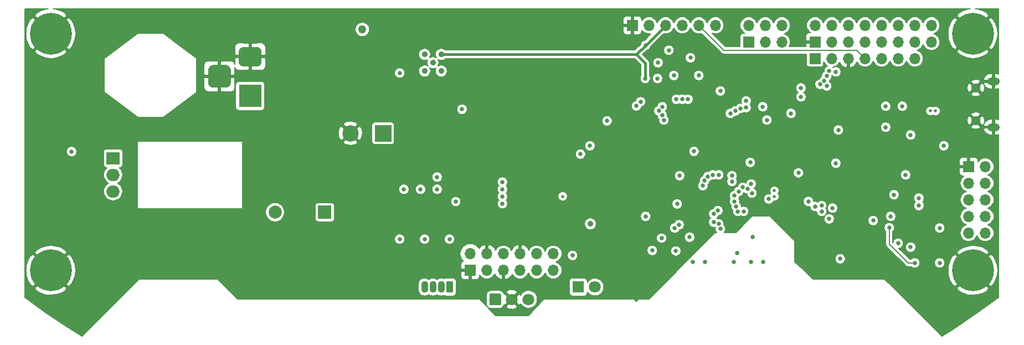
<source format=gbr>
G04 #@! TF.GenerationSoftware,KiCad,Pcbnew,(5.1.0-0)*
G04 #@! TF.CreationDate,2019-05-22T00:58:43-05:00*
G04 #@! TF.ProjectId,TubeClock,54756265-436c-46f6-936b-2e6b69636164,rev?*
G04 #@! TF.SameCoordinates,Original*
G04 #@! TF.FileFunction,Copper,L2,Inr*
G04 #@! TF.FilePolarity,Positive*
%FSLAX46Y46*%
G04 Gerber Fmt 4.6, Leading zero omitted, Abs format (unit mm)*
G04 Created by KiCad (PCBNEW (5.1.0-0)) date 2019-05-22 00:58:43*
%MOMM*%
%LPD*%
G04 APERTURE LIST*
%ADD10C,2.500000*%
%ADD11R,2.500000X2.500000*%
%ADD12C,2.000000*%
%ADD13R,2.000000X2.000000*%
%ADD14O,1.700000X1.700000*%
%ADD15R,1.700000X1.700000*%
%ADD16C,0.100000*%
%ADD17C,3.500000*%
%ADD18C,3.000000*%
%ADD19R,3.500000X3.500000*%
%ADD20C,0.800000*%
%ADD21C,6.400000*%
%ADD22O,2.000000X1.905000*%
%ADD23R,2.000000X1.905000*%
%ADD24O,1.900000X1.200000*%
%ADD25C,1.450000*%
%ADD26O,1.070000X1.800000*%
%ADD27R,1.070000X1.800000*%
%ADD28C,1.800000*%
%ADD29R,1.800000X1.800000*%
%ADD30C,0.508000*%
%ADD31C,0.635000*%
%ADD32C,1.270000*%
%ADD33C,0.889000*%
%ADD34C,0.381000*%
%ADD35C,0.203200*%
%ADD36C,0.190500*%
G04 APERTURE END LIST*
D10*
X119993400Y-108585000D03*
D11*
X124993400Y-108585000D03*
D12*
X108483400Y-120650000D03*
D13*
X116083400Y-120650000D03*
D14*
X206273400Y-97155000D03*
X203733400Y-97155000D03*
X201193400Y-97155000D03*
X198653400Y-97155000D03*
X196113400Y-97155000D03*
X193573400Y-97155000D03*
D15*
X191033400Y-97155000D03*
D16*
G36*
X100934165Y-98124213D02*
G01*
X101019104Y-98136813D01*
X101102399Y-98157677D01*
X101183248Y-98186605D01*
X101260872Y-98223319D01*
X101334524Y-98267464D01*
X101403494Y-98318616D01*
X101467118Y-98376282D01*
X101524784Y-98439906D01*
X101575936Y-98508876D01*
X101620081Y-98582528D01*
X101656795Y-98660152D01*
X101685723Y-98741001D01*
X101706587Y-98824296D01*
X101719187Y-98909235D01*
X101723400Y-98995000D01*
X101723400Y-100745000D01*
X101719187Y-100830765D01*
X101706587Y-100915704D01*
X101685723Y-100998999D01*
X101656795Y-101079848D01*
X101620081Y-101157472D01*
X101575936Y-101231124D01*
X101524784Y-101300094D01*
X101467118Y-101363718D01*
X101403494Y-101421384D01*
X101334524Y-101472536D01*
X101260872Y-101516681D01*
X101183248Y-101553395D01*
X101102399Y-101582323D01*
X101019104Y-101603187D01*
X100934165Y-101615787D01*
X100848400Y-101620000D01*
X99098400Y-101620000D01*
X99012635Y-101615787D01*
X98927696Y-101603187D01*
X98844401Y-101582323D01*
X98763552Y-101553395D01*
X98685928Y-101516681D01*
X98612276Y-101472536D01*
X98543306Y-101421384D01*
X98479682Y-101363718D01*
X98422016Y-101300094D01*
X98370864Y-101231124D01*
X98326719Y-101157472D01*
X98290005Y-101079848D01*
X98261077Y-100998999D01*
X98240213Y-100915704D01*
X98227613Y-100830765D01*
X98223400Y-100745000D01*
X98223400Y-98995000D01*
X98227613Y-98909235D01*
X98240213Y-98824296D01*
X98261077Y-98741001D01*
X98290005Y-98660152D01*
X98326719Y-98582528D01*
X98370864Y-98508876D01*
X98422016Y-98439906D01*
X98479682Y-98376282D01*
X98543306Y-98318616D01*
X98612276Y-98267464D01*
X98685928Y-98223319D01*
X98763552Y-98186605D01*
X98844401Y-98157677D01*
X98927696Y-98136813D01*
X99012635Y-98124213D01*
X99098400Y-98120000D01*
X100848400Y-98120000D01*
X100934165Y-98124213D01*
X100934165Y-98124213D01*
G37*
D17*
X99973400Y-99870000D03*
D16*
G36*
X105746913Y-95373611D02*
G01*
X105819718Y-95384411D01*
X105891114Y-95402295D01*
X105960413Y-95427090D01*
X106026948Y-95458559D01*
X106090078Y-95496398D01*
X106149195Y-95540242D01*
X106203730Y-95589670D01*
X106253158Y-95644205D01*
X106297002Y-95703322D01*
X106334841Y-95766452D01*
X106366310Y-95832987D01*
X106391105Y-95902286D01*
X106408989Y-95973682D01*
X106419789Y-96046487D01*
X106423400Y-96120000D01*
X106423400Y-97620000D01*
X106419789Y-97693513D01*
X106408989Y-97766318D01*
X106391105Y-97837714D01*
X106366310Y-97907013D01*
X106334841Y-97973548D01*
X106297002Y-98036678D01*
X106253158Y-98095795D01*
X106203730Y-98150330D01*
X106149195Y-98199758D01*
X106090078Y-98243602D01*
X106026948Y-98281441D01*
X105960413Y-98312910D01*
X105891114Y-98337705D01*
X105819718Y-98355589D01*
X105746913Y-98366389D01*
X105673400Y-98370000D01*
X103673400Y-98370000D01*
X103599887Y-98366389D01*
X103527082Y-98355589D01*
X103455686Y-98337705D01*
X103386387Y-98312910D01*
X103319852Y-98281441D01*
X103256722Y-98243602D01*
X103197605Y-98199758D01*
X103143070Y-98150330D01*
X103093642Y-98095795D01*
X103049798Y-98036678D01*
X103011959Y-97973548D01*
X102980490Y-97907013D01*
X102955695Y-97837714D01*
X102937811Y-97766318D01*
X102927011Y-97693513D01*
X102923400Y-97620000D01*
X102923400Y-96120000D01*
X102927011Y-96046487D01*
X102937811Y-95973682D01*
X102955695Y-95902286D01*
X102980490Y-95832987D01*
X103011959Y-95766452D01*
X103049798Y-95703322D01*
X103093642Y-95644205D01*
X103143070Y-95589670D01*
X103197605Y-95540242D01*
X103256722Y-95496398D01*
X103319852Y-95458559D01*
X103386387Y-95427090D01*
X103455686Y-95402295D01*
X103527082Y-95384411D01*
X103599887Y-95373611D01*
X103673400Y-95370000D01*
X105673400Y-95370000D01*
X105746913Y-95373611D01*
X105746913Y-95373611D01*
G37*
D18*
X104673400Y-96870000D03*
D19*
X104673400Y-102870000D03*
D14*
X175793400Y-92075000D03*
X173253400Y-92075000D03*
X170713400Y-92075000D03*
X168173400Y-92075000D03*
X165633400Y-92075000D03*
D15*
X163093400Y-92075000D03*
D14*
X151028400Y-127000000D03*
X151028400Y-129540000D03*
X148488400Y-127000000D03*
X148488400Y-129540000D03*
X145948400Y-127000000D03*
X145948400Y-129540000D03*
X143408400Y-127000000D03*
X143408400Y-129540000D03*
X140868400Y-127000000D03*
X140868400Y-129540000D03*
X138328400Y-127000000D03*
D15*
X138328400Y-129540000D03*
D14*
X185953400Y-92075000D03*
X185953400Y-94615000D03*
X183413400Y-92075000D03*
X183413400Y-94615000D03*
X180873400Y-92075000D03*
D15*
X180873400Y-94615000D03*
D14*
X208813400Y-92075000D03*
X208813400Y-94615000D03*
X206273400Y-92075000D03*
X206273400Y-94615000D03*
X203733400Y-92075000D03*
X203733400Y-94615000D03*
X201193400Y-92075000D03*
X201193400Y-94615000D03*
X198653400Y-92075000D03*
X198653400Y-94615000D03*
X196113400Y-92075000D03*
X196113400Y-94615000D03*
X193573400Y-92075000D03*
X193573400Y-94615000D03*
X191033400Y-92075000D03*
D15*
X191033400Y-94615000D03*
D20*
X216860456Y-127842944D03*
X215163400Y-127140000D03*
X213466344Y-127842944D03*
X212763400Y-129540000D03*
X213466344Y-131237056D03*
X215163400Y-131940000D03*
X216860456Y-131237056D03*
X217563400Y-129540000D03*
D21*
X215163400Y-129540000D03*
D20*
X75890456Y-91647944D03*
X74193400Y-90945000D03*
X72496344Y-91647944D03*
X71793400Y-93345000D03*
X72496344Y-95042056D03*
X74193400Y-95745000D03*
X75890456Y-95042056D03*
X76593400Y-93345000D03*
D21*
X74193400Y-93345000D03*
D20*
X216860456Y-91647944D03*
X215163400Y-90945000D03*
X213466344Y-91647944D03*
X212763400Y-93345000D03*
X213466344Y-95042056D03*
X215163400Y-95745000D03*
X216860456Y-95042056D03*
X217563400Y-93345000D03*
D21*
X215163400Y-93345000D03*
D20*
X75890456Y-127842944D03*
X74193400Y-127140000D03*
X72496344Y-127842944D03*
X71793400Y-129540000D03*
X72496344Y-131237056D03*
X74193400Y-131940000D03*
X75890456Y-131237056D03*
X76593400Y-129540000D03*
D21*
X74193400Y-129540000D03*
D22*
X83718400Y-117475000D03*
X83718400Y-114935000D03*
D23*
X83718400Y-112395000D03*
D14*
X217068400Y-123825000D03*
X214528400Y-123825000D03*
X217068400Y-121285000D03*
X214528400Y-121285000D03*
X217068400Y-118745000D03*
X214528400Y-118745000D03*
X217068400Y-116205000D03*
X214528400Y-116205000D03*
X217068400Y-113665000D03*
D15*
X214528400Y-113665000D03*
D24*
X218305900Y-100640000D03*
X218305900Y-107640000D03*
D25*
X215605900Y-101640000D03*
X215605900Y-106640000D03*
D26*
X131343400Y-132080000D03*
X132613400Y-132080000D03*
X133883400Y-132080000D03*
D27*
X135153400Y-132080000D03*
D28*
X157378400Y-132080000D03*
D29*
X154838400Y-132080000D03*
D28*
X147218400Y-133985000D03*
X144678400Y-133985000D03*
D16*
G36*
X142812724Y-133086205D02*
G01*
X142837012Y-133089808D01*
X142860829Y-133095774D01*
X142883947Y-133104045D01*
X142906143Y-133114543D01*
X142927204Y-133127166D01*
X142946925Y-133141793D01*
X142965118Y-133158282D01*
X142981607Y-133176475D01*
X142996234Y-133196196D01*
X143008857Y-133217257D01*
X143019355Y-133239453D01*
X143027626Y-133262571D01*
X143033592Y-133286388D01*
X143037195Y-133310676D01*
X143038400Y-133335200D01*
X143038400Y-134634800D01*
X143037195Y-134659324D01*
X143033592Y-134683612D01*
X143027626Y-134707429D01*
X143019355Y-134730547D01*
X143008857Y-134752743D01*
X142996234Y-134773804D01*
X142981607Y-134793525D01*
X142965118Y-134811718D01*
X142946925Y-134828207D01*
X142927204Y-134842834D01*
X142906143Y-134855457D01*
X142883947Y-134865955D01*
X142860829Y-134874226D01*
X142837012Y-134880192D01*
X142812724Y-134883795D01*
X142788200Y-134885000D01*
X141488600Y-134885000D01*
X141464076Y-134883795D01*
X141439788Y-134880192D01*
X141415971Y-134874226D01*
X141392853Y-134865955D01*
X141370657Y-134855457D01*
X141349596Y-134842834D01*
X141329875Y-134828207D01*
X141311682Y-134811718D01*
X141295193Y-134793525D01*
X141280566Y-134773804D01*
X141267943Y-134752743D01*
X141257445Y-134730547D01*
X141249174Y-134707429D01*
X141243208Y-134683612D01*
X141239605Y-134659324D01*
X141238400Y-134634800D01*
X141238400Y-133335200D01*
X141239605Y-133310676D01*
X141243208Y-133286388D01*
X141249174Y-133262571D01*
X141257445Y-133239453D01*
X141267943Y-133217257D01*
X141280566Y-133196196D01*
X141295193Y-133176475D01*
X141311682Y-133158282D01*
X141329875Y-133141793D01*
X141349596Y-133127166D01*
X141370657Y-133114543D01*
X141392853Y-133104045D01*
X141415971Y-133095774D01*
X141439788Y-133089808D01*
X141464076Y-133086205D01*
X141488600Y-133085000D01*
X142788200Y-133085000D01*
X142812724Y-133086205D01*
X142812724Y-133086205D01*
G37*
D28*
X142138400Y-133985000D03*
D30*
X154736800Y-103733600D03*
D31*
X152781000Y-98298000D03*
X151307800Y-99771200D03*
X154279600Y-99771200D03*
X157124400Y-111760000D03*
X157124400Y-114300000D03*
X157124400Y-116840000D03*
D32*
X121818400Y-92710000D03*
D31*
X174142400Y-108585000D03*
X159156400Y-119380000D03*
X159156400Y-116840000D03*
X159156400Y-114300000D03*
X159156400Y-111760000D03*
X164871400Y-130073400D03*
X163678400Y-133985000D03*
X73685400Y-99822000D03*
X73685400Y-105664000D03*
X78765400Y-118745000D03*
X79781400Y-118745000D03*
X79273400Y-119507000D03*
X79781400Y-120396000D03*
X78765400Y-120396000D03*
X78003400Y-121158000D03*
X78003400Y-121920000D03*
X78003400Y-122682000D03*
X100101400Y-128905000D03*
X101371400Y-128905000D03*
X102641400Y-128905000D03*
X103911400Y-128905000D03*
X98831400Y-128905000D03*
X205638400Y-123063000D03*
X171348400Y-99695000D03*
X211988400Y-104267000D03*
X211861400Y-123444000D03*
X188493400Y-116586000D03*
X76860400Y-109601000D03*
X177825400Y-108966000D03*
X81813400Y-129540000D03*
X85623400Y-131699000D03*
X81813400Y-133985000D03*
X79908400Y-129540000D03*
X83718400Y-129540000D03*
X78003400Y-131699000D03*
X172315900Y-128270000D03*
X181205900Y-128270000D03*
X178587400Y-128270000D03*
X167538400Y-122760500D03*
X161188400Y-121666000D03*
X159283400Y-90805000D03*
X172618400Y-113665000D03*
X211861400Y-119507000D03*
X203733400Y-100330000D03*
X158394400Y-109220000D03*
X161950400Y-109220000D03*
X152453400Y-119335000D03*
X153949400Y-110109000D03*
X153847800Y-113055400D03*
X153847800Y-114147600D03*
D30*
X151813400Y-106502200D03*
X151813400Y-108908576D03*
X151102200Y-114452400D03*
X151102200Y-115392200D03*
X150876000Y-111582200D03*
D33*
X132613400Y-97790000D03*
D31*
X210083400Y-128397000D03*
X210083400Y-123063000D03*
D33*
X131343400Y-99060000D03*
X133883400Y-99060000D03*
X133883400Y-96520000D03*
X131343400Y-96520000D03*
D31*
X194881400Y-127762000D03*
X169443400Y-99740000D03*
X174190900Y-128270000D03*
X183080900Y-128270000D03*
X127533400Y-99362500D03*
X133248400Y-115267500D03*
X167562650Y-124611250D03*
X204368400Y-104442500D03*
X165076900Y-100203000D03*
X172530650Y-111339750D03*
X203733400Y-125397500D03*
X188493400Y-114632500D03*
D33*
X156679900Y-122428000D03*
D31*
X188874400Y-101648500D03*
X165125400Y-95123000D03*
X143253400Y-117135000D03*
X143253400Y-118235000D03*
X131343400Y-124762500D03*
X169951400Y-119380000D03*
X166141400Y-126492000D03*
X181127400Y-113030000D03*
X167033650Y-97789189D03*
X180492400Y-104648000D03*
X128168400Y-117142500D03*
X180746400Y-117094000D03*
X167665400Y-104521000D03*
X127533400Y-124762500D03*
X135153400Y-124762500D03*
X179603400Y-104775000D03*
X130708400Y-117142500D03*
X179984400Y-116840000D03*
X167157400Y-105156000D03*
X178841400Y-105156000D03*
X133248400Y-117142500D03*
X179349400Y-117475000D03*
X167665400Y-105791000D03*
X178079400Y-105537000D03*
X136103400Y-119015000D03*
X178714400Y-118110000D03*
X167919400Y-106553000D03*
X168681400Y-95885000D03*
X181254400Y-116332000D03*
X193192400Y-121666000D03*
X175409379Y-114938021D03*
X173253400Y-99740000D03*
X205638400Y-108839000D03*
X183667400Y-106553000D03*
D30*
X184810400Y-117348000D03*
X208673700Y-105156000D03*
X184810400Y-118237000D03*
X209461100Y-105156000D03*
D31*
X194208400Y-113157000D03*
X137058400Y-104902000D03*
X203098400Y-117983000D03*
X170332400Y-115062000D03*
X143253400Y-116035000D03*
X169745900Y-126570500D03*
X77368400Y-111379000D03*
X206908400Y-119634000D03*
X178333400Y-115062000D03*
X199923400Y-121920000D03*
X175539400Y-122174000D03*
X206273400Y-128397000D03*
X206908400Y-118491000D03*
X202369400Y-123030000D03*
X176301400Y-122428000D03*
X202590400Y-121285000D03*
X205638400Y-125984000D03*
X176555400Y-123190000D03*
X169570400Y-123063000D03*
X169824400Y-103378000D03*
X170262560Y-122555000D03*
X170713400Y-103378000D03*
X171856400Y-124460000D03*
X171602400Y-103378000D03*
X178333400Y-115951000D03*
X204876400Y-114935000D03*
X191033400Y-119761000D03*
X178968400Y-119761000D03*
X176174400Y-120396000D03*
X175539400Y-120904000D03*
X192049400Y-119634000D03*
X179222400Y-120523000D03*
X192049400Y-120523000D03*
X180111400Y-120523000D03*
X179095400Y-126873000D03*
X181508400Y-124460000D03*
X180492400Y-103632000D03*
X183032400Y-104521000D03*
X183984900Y-118618000D03*
X191795400Y-101092000D03*
X173888400Y-116586000D03*
X153949400Y-127254000D03*
X194208400Y-99187000D03*
X174142400Y-115824000D03*
X174650400Y-115189000D03*
X193192400Y-99060000D03*
X176301400Y-114935000D03*
X176555400Y-102108000D03*
X192811400Y-99822000D03*
X192430400Y-100584000D03*
X192811400Y-101346000D03*
X201828400Y-107645000D03*
X164363400Y-103759000D03*
X165125400Y-121285000D03*
X193700400Y-120015000D03*
X178714400Y-118999000D03*
X166951900Y-100203000D03*
X194589400Y-108077000D03*
X143253400Y-119335000D03*
X171983400Y-97028000D03*
X190017400Y-118999000D03*
X181381400Y-117729000D03*
X155170900Y-111760000D03*
X159234900Y-106680000D03*
X156616400Y-110490000D03*
D30*
X152453400Y-118235000D03*
D31*
X187350400Y-105537000D03*
X188874400Y-102997000D03*
X201828400Y-104442500D03*
X210718400Y-110490000D03*
X163728400Y-104394000D03*
D34*
X163728400Y-96520000D02*
X133883400Y-96520000D01*
X168173400Y-92075000D02*
X165125400Y-95123000D01*
X165076900Y-97868500D02*
X163728400Y-96520000D01*
X165076900Y-100203000D02*
X165076900Y-97868500D01*
X165125400Y-95123000D02*
X163728400Y-96520000D01*
D35*
X206273400Y-128397000D02*
X205257400Y-128397000D01*
X202369400Y-125509000D02*
X202369400Y-123030000D01*
X205257400Y-128397000D02*
X202369400Y-125509000D01*
X198653400Y-97155000D02*
X197383400Y-95885000D01*
X177063400Y-95885000D02*
X173253400Y-92075000D01*
X197383400Y-95885000D02*
X177063400Y-95885000D01*
D36*
G36*
X73439282Y-89598491D02*
G01*
X72722865Y-89817600D01*
X72077460Y-90162576D01*
X71712406Y-90639499D01*
X72012884Y-90939977D01*
X72012884Y-90939978D01*
X74193400Y-93120494D01*
X76373916Y-90939978D01*
X76373916Y-90939977D01*
X76674394Y-90639499D01*
X76309340Y-90162576D01*
X75647823Y-89810926D01*
X74930413Y-89595088D01*
X74578620Y-89561250D01*
X214778752Y-89561250D01*
X214409282Y-89598491D01*
X213692865Y-89817600D01*
X213047460Y-90162576D01*
X212682406Y-90639499D01*
X212982884Y-90939977D01*
X212982884Y-90939978D01*
X215163400Y-93120494D01*
X217343916Y-90939978D01*
X217343916Y-90939977D01*
X217644394Y-90639499D01*
X217279340Y-90162576D01*
X216617823Y-89810926D01*
X215900413Y-89595088D01*
X215548620Y-89561250D01*
X219098750Y-89561250D01*
X219098750Y-99514604D01*
X219046342Y-99490841D01*
X218814650Y-99436750D01*
X218464650Y-99436750D01*
X218464650Y-100481250D01*
X218484650Y-100481250D01*
X218484650Y-100798750D01*
X218464650Y-100798750D01*
X218464650Y-101843250D01*
X218814650Y-101843250D01*
X219046342Y-101789159D01*
X219098750Y-101765396D01*
X219098750Y-106514604D01*
X219046342Y-106490841D01*
X218814650Y-106436750D01*
X218464650Y-106436750D01*
X218464650Y-107481250D01*
X218484650Y-107481250D01*
X218484650Y-107798750D01*
X218464650Y-107798750D01*
X218464650Y-108843250D01*
X218814650Y-108843250D01*
X219046342Y-108789159D01*
X219098750Y-108765396D01*
X219098751Y-133690560D01*
X215809846Y-136068698D01*
X212203866Y-138489067D01*
X210423841Y-139595737D01*
X203073605Y-132245501D01*
X212682406Y-132245501D01*
X213047460Y-132722424D01*
X213708977Y-133074074D01*
X214426387Y-133289912D01*
X215172120Y-133361642D01*
X215917518Y-133286509D01*
X216633935Y-133067400D01*
X217279340Y-132722424D01*
X217644394Y-132245501D01*
X217343916Y-131945023D01*
X217343916Y-131945022D01*
X215163400Y-129764506D01*
X212982884Y-131945022D01*
X212982884Y-131945023D01*
X212682406Y-132245501D01*
X203073605Y-132245501D01*
X201745752Y-130917648D01*
X201731318Y-130905803D01*
X201714851Y-130897000D01*
X201696982Y-130891580D01*
X201678400Y-130889750D01*
X190716799Y-130889750D01*
X189323907Y-129548720D01*
X211341758Y-129548720D01*
X211416891Y-130294118D01*
X211636000Y-131010535D01*
X211980976Y-131655940D01*
X212457899Y-132020994D01*
X212758377Y-131720516D01*
X212758378Y-131720516D01*
X214938894Y-129540000D01*
X215387906Y-129540000D01*
X217568422Y-131720516D01*
X217568423Y-131720516D01*
X217868901Y-132020994D01*
X218345824Y-131655940D01*
X218697474Y-130994423D01*
X218913312Y-130277013D01*
X218985042Y-129531280D01*
X218909909Y-128785882D01*
X218690800Y-128069465D01*
X218345824Y-127424060D01*
X217868901Y-127059006D01*
X217568423Y-127359484D01*
X217568422Y-127359484D01*
X215387906Y-129540000D01*
X214938894Y-129540000D01*
X212758378Y-127359484D01*
X212758377Y-127359484D01*
X212457899Y-127059006D01*
X211980976Y-127424060D01*
X211629326Y-128085577D01*
X211413488Y-128802987D01*
X211341758Y-129548720D01*
X189323907Y-129548720D01*
X187953650Y-128229484D01*
X187953650Y-127683822D01*
X194087650Y-127683822D01*
X194087650Y-127840178D01*
X194118153Y-127993528D01*
X194177988Y-128137982D01*
X194264854Y-128267986D01*
X194375414Y-128378546D01*
X194505418Y-128465412D01*
X194649872Y-128525247D01*
X194803222Y-128555750D01*
X194959578Y-128555750D01*
X195112928Y-128525247D01*
X195257382Y-128465412D01*
X195387386Y-128378546D01*
X195497946Y-128267986D01*
X195584812Y-128137982D01*
X195644647Y-127993528D01*
X195675150Y-127840178D01*
X195675150Y-127683822D01*
X195644647Y-127530472D01*
X195584812Y-127386018D01*
X195497946Y-127256014D01*
X195387386Y-127145454D01*
X195257382Y-127058588D01*
X195112928Y-126998753D01*
X194959578Y-126968250D01*
X194803222Y-126968250D01*
X194649872Y-126998753D01*
X194505418Y-127058588D01*
X194375414Y-127145454D01*
X194264854Y-127256014D01*
X194177988Y-127386018D01*
X194118153Y-127530472D01*
X194087650Y-127683822D01*
X187953650Y-127683822D01*
X187953650Y-125095000D01*
X187951820Y-125076418D01*
X187946400Y-125058549D01*
X187937597Y-125042082D01*
X187925752Y-125027648D01*
X185849926Y-122951822D01*
X201575650Y-122951822D01*
X201575650Y-123108178D01*
X201606153Y-123261528D01*
X201665988Y-123405982D01*
X201752854Y-123535986D01*
X201791551Y-123574683D01*
X201791550Y-125480630D01*
X201788756Y-125509000D01*
X201791550Y-125537370D01*
X201791550Y-125537377D01*
X201799912Y-125622277D01*
X201832954Y-125731202D01*
X201886611Y-125831588D01*
X201958822Y-125919578D01*
X201980872Y-125937674D01*
X204828735Y-128785539D01*
X204846822Y-128807578D01*
X204868861Y-128825665D01*
X204868864Y-128825668D01*
X204896103Y-128848022D01*
X204934811Y-128879789D01*
X204947453Y-128886546D01*
X205035196Y-128933446D01*
X205144121Y-128966488D01*
X205257400Y-128977645D01*
X205285778Y-128974850D01*
X205728718Y-128974850D01*
X205767414Y-129013546D01*
X205897418Y-129100412D01*
X206041872Y-129160247D01*
X206195222Y-129190750D01*
X206351578Y-129190750D01*
X206504928Y-129160247D01*
X206649382Y-129100412D01*
X206779386Y-129013546D01*
X206889946Y-128902986D01*
X206976812Y-128772982D01*
X207036647Y-128628528D01*
X207067150Y-128475178D01*
X207067150Y-128318822D01*
X209289650Y-128318822D01*
X209289650Y-128475178D01*
X209320153Y-128628528D01*
X209379988Y-128772982D01*
X209466854Y-128902986D01*
X209577414Y-129013546D01*
X209707418Y-129100412D01*
X209851872Y-129160247D01*
X210005222Y-129190750D01*
X210161578Y-129190750D01*
X210314928Y-129160247D01*
X210459382Y-129100412D01*
X210589386Y-129013546D01*
X210699946Y-128902986D01*
X210786812Y-128772982D01*
X210846647Y-128628528D01*
X210877150Y-128475178D01*
X210877150Y-128318822D01*
X210846647Y-128165472D01*
X210786812Y-128021018D01*
X210699946Y-127891014D01*
X210589386Y-127780454D01*
X210459382Y-127693588D01*
X210314928Y-127633753D01*
X210161578Y-127603250D01*
X210005222Y-127603250D01*
X209851872Y-127633753D01*
X209707418Y-127693588D01*
X209577414Y-127780454D01*
X209466854Y-127891014D01*
X209379988Y-128021018D01*
X209320153Y-128165472D01*
X209289650Y-128318822D01*
X207067150Y-128318822D01*
X207036647Y-128165472D01*
X206976812Y-128021018D01*
X206889946Y-127891014D01*
X206779386Y-127780454D01*
X206649382Y-127693588D01*
X206504928Y-127633753D01*
X206351578Y-127603250D01*
X206195222Y-127603250D01*
X206041872Y-127633753D01*
X205897418Y-127693588D01*
X205767414Y-127780454D01*
X205728718Y-127819150D01*
X205496754Y-127819150D01*
X204512102Y-126834499D01*
X212682406Y-126834499D01*
X212982884Y-127134977D01*
X212982884Y-127134978D01*
X215163400Y-129315494D01*
X217343916Y-127134978D01*
X217343916Y-127134977D01*
X217644394Y-126834499D01*
X217279340Y-126357576D01*
X216617823Y-126005926D01*
X215900413Y-125790088D01*
X215154680Y-125718358D01*
X214409282Y-125793491D01*
X213692865Y-126012600D01*
X213047460Y-126357576D01*
X212682406Y-126834499D01*
X204512102Y-126834499D01*
X203859350Y-126181748D01*
X203964928Y-126160747D01*
X204109382Y-126100912D01*
X204239386Y-126014046D01*
X204347610Y-125905822D01*
X204844650Y-125905822D01*
X204844650Y-126062178D01*
X204875153Y-126215528D01*
X204934988Y-126359982D01*
X205021854Y-126489986D01*
X205132414Y-126600546D01*
X205262418Y-126687412D01*
X205406872Y-126747247D01*
X205560222Y-126777750D01*
X205716578Y-126777750D01*
X205869928Y-126747247D01*
X206014382Y-126687412D01*
X206144386Y-126600546D01*
X206254946Y-126489986D01*
X206341812Y-126359982D01*
X206401647Y-126215528D01*
X206432150Y-126062178D01*
X206432150Y-125905822D01*
X206401647Y-125752472D01*
X206341812Y-125608018D01*
X206254946Y-125478014D01*
X206144386Y-125367454D01*
X206014382Y-125280588D01*
X205869928Y-125220753D01*
X205716578Y-125190250D01*
X205560222Y-125190250D01*
X205406872Y-125220753D01*
X205262418Y-125280588D01*
X205132414Y-125367454D01*
X205021854Y-125478014D01*
X204934988Y-125608018D01*
X204875153Y-125752472D01*
X204844650Y-125905822D01*
X204347610Y-125905822D01*
X204349946Y-125903486D01*
X204436812Y-125773482D01*
X204496647Y-125629028D01*
X204527150Y-125475678D01*
X204527150Y-125319322D01*
X204496647Y-125165972D01*
X204436812Y-125021518D01*
X204349946Y-124891514D01*
X204239386Y-124780954D01*
X204109382Y-124694088D01*
X203964928Y-124634253D01*
X203811578Y-124603750D01*
X203655222Y-124603750D01*
X203501872Y-124634253D01*
X203357418Y-124694088D01*
X203227414Y-124780954D01*
X203116854Y-124891514D01*
X203029988Y-125021518D01*
X202970153Y-125165972D01*
X202949152Y-125271550D01*
X202947250Y-125269648D01*
X202947250Y-123574682D01*
X202985946Y-123535986D01*
X203072812Y-123405982D01*
X203132647Y-123261528D01*
X203163150Y-123108178D01*
X203163150Y-122984822D01*
X209289650Y-122984822D01*
X209289650Y-123141178D01*
X209320153Y-123294528D01*
X209379988Y-123438982D01*
X209466854Y-123568986D01*
X209577414Y-123679546D01*
X209707418Y-123766412D01*
X209851872Y-123826247D01*
X210005222Y-123856750D01*
X210161578Y-123856750D01*
X210314928Y-123826247D01*
X210459382Y-123766412D01*
X210589386Y-123679546D01*
X210699946Y-123568986D01*
X210786812Y-123438982D01*
X210846647Y-123294528D01*
X210877150Y-123141178D01*
X210877150Y-122984822D01*
X210846647Y-122831472D01*
X210786812Y-122687018D01*
X210699946Y-122557014D01*
X210589386Y-122446454D01*
X210459382Y-122359588D01*
X210314928Y-122299753D01*
X210161578Y-122269250D01*
X210005222Y-122269250D01*
X209851872Y-122299753D01*
X209707418Y-122359588D01*
X209577414Y-122446454D01*
X209466854Y-122557014D01*
X209379988Y-122687018D01*
X209320153Y-122831472D01*
X209289650Y-122984822D01*
X203163150Y-122984822D01*
X203163150Y-122951822D01*
X203132647Y-122798472D01*
X203072812Y-122654018D01*
X202985946Y-122524014D01*
X202875386Y-122413454D01*
X202745382Y-122326588D01*
X202600928Y-122266753D01*
X202447578Y-122236250D01*
X202291222Y-122236250D01*
X202137872Y-122266753D01*
X201993418Y-122326588D01*
X201863414Y-122413454D01*
X201752854Y-122524014D01*
X201665988Y-122654018D01*
X201606153Y-122798472D01*
X201575650Y-122951822D01*
X185849926Y-122951822D01*
X184485926Y-121587822D01*
X192398650Y-121587822D01*
X192398650Y-121744178D01*
X192429153Y-121897528D01*
X192488988Y-122041982D01*
X192575854Y-122171986D01*
X192686414Y-122282546D01*
X192816418Y-122369412D01*
X192960872Y-122429247D01*
X193114222Y-122459750D01*
X193270578Y-122459750D01*
X193423928Y-122429247D01*
X193568382Y-122369412D01*
X193698386Y-122282546D01*
X193808946Y-122171986D01*
X193895812Y-122041982D01*
X193955647Y-121897528D01*
X193966727Y-121841822D01*
X199129650Y-121841822D01*
X199129650Y-121998178D01*
X199160153Y-122151528D01*
X199219988Y-122295982D01*
X199306854Y-122425986D01*
X199417414Y-122536546D01*
X199547418Y-122623412D01*
X199691872Y-122683247D01*
X199845222Y-122713750D01*
X200001578Y-122713750D01*
X200154928Y-122683247D01*
X200299382Y-122623412D01*
X200429386Y-122536546D01*
X200539946Y-122425986D01*
X200626812Y-122295982D01*
X200686647Y-122151528D01*
X200717150Y-121998178D01*
X200717150Y-121841822D01*
X200686647Y-121688472D01*
X200626812Y-121544018D01*
X200539946Y-121414014D01*
X200429386Y-121303454D01*
X200299382Y-121216588D01*
X200275805Y-121206822D01*
X201796650Y-121206822D01*
X201796650Y-121363178D01*
X201827153Y-121516528D01*
X201886988Y-121660982D01*
X201973854Y-121790986D01*
X202084414Y-121901546D01*
X202214418Y-121988412D01*
X202358872Y-122048247D01*
X202512222Y-122078750D01*
X202668578Y-122078750D01*
X202821928Y-122048247D01*
X202966382Y-121988412D01*
X203096386Y-121901546D01*
X203206946Y-121790986D01*
X203293812Y-121660982D01*
X203353647Y-121516528D01*
X203384150Y-121363178D01*
X203384150Y-121206822D01*
X203353647Y-121053472D01*
X203293812Y-120909018D01*
X203206946Y-120779014D01*
X203096386Y-120668454D01*
X202966382Y-120581588D01*
X202821928Y-120521753D01*
X202668578Y-120491250D01*
X202512222Y-120491250D01*
X202358872Y-120521753D01*
X202214418Y-120581588D01*
X202084414Y-120668454D01*
X201973854Y-120779014D01*
X201886988Y-120909018D01*
X201827153Y-121053472D01*
X201796650Y-121206822D01*
X200275805Y-121206822D01*
X200154928Y-121156753D01*
X200001578Y-121126250D01*
X199845222Y-121126250D01*
X199691872Y-121156753D01*
X199547418Y-121216588D01*
X199417414Y-121303454D01*
X199306854Y-121414014D01*
X199219988Y-121544018D01*
X199160153Y-121688472D01*
X199129650Y-121841822D01*
X193966727Y-121841822D01*
X193986150Y-121744178D01*
X193986150Y-121587822D01*
X193955647Y-121434472D01*
X193895812Y-121290018D01*
X193808946Y-121160014D01*
X193698386Y-121049454D01*
X193568382Y-120962588D01*
X193423928Y-120902753D01*
X193270578Y-120872250D01*
X193114222Y-120872250D01*
X192960872Y-120902753D01*
X192816418Y-120962588D01*
X192686414Y-121049454D01*
X192575854Y-121160014D01*
X192488988Y-121290018D01*
X192429153Y-121434472D01*
X192398650Y-121587822D01*
X184485926Y-121587822D01*
X184115752Y-121217648D01*
X184101318Y-121205803D01*
X184084851Y-121197000D01*
X184066982Y-121191580D01*
X184048400Y-121189750D01*
X181508400Y-121189750D01*
X181489818Y-121191580D01*
X181471949Y-121197000D01*
X181455482Y-121205803D01*
X181441048Y-121217648D01*
X178928946Y-123729750D01*
X177138182Y-123729750D01*
X177171946Y-123695986D01*
X177258812Y-123565982D01*
X177318647Y-123421528D01*
X177349150Y-123268178D01*
X177349150Y-123111822D01*
X177318647Y-122958472D01*
X177258812Y-122814018D01*
X177171946Y-122684014D01*
X177078386Y-122590454D01*
X177095150Y-122506178D01*
X177095150Y-122349822D01*
X177064647Y-122196472D01*
X177004812Y-122052018D01*
X176917946Y-121922014D01*
X176807386Y-121811454D01*
X176677382Y-121724588D01*
X176532928Y-121664753D01*
X176379578Y-121634250D01*
X176223222Y-121634250D01*
X176138946Y-121651014D01*
X176045386Y-121557454D01*
X176017768Y-121539000D01*
X176045386Y-121520546D01*
X176155946Y-121409986D01*
X176242812Y-121279982D01*
X176282666Y-121183765D01*
X176405928Y-121159247D01*
X176550382Y-121099412D01*
X176680386Y-121012546D01*
X176790946Y-120901986D01*
X176877812Y-120771982D01*
X176937647Y-120627528D01*
X176968150Y-120474178D01*
X176968150Y-120317822D01*
X176937647Y-120164472D01*
X176877812Y-120020018D01*
X176790946Y-119890014D01*
X176680386Y-119779454D01*
X176550382Y-119692588D01*
X176405928Y-119632753D01*
X176252578Y-119602250D01*
X176096222Y-119602250D01*
X175942872Y-119632753D01*
X175798418Y-119692588D01*
X175668414Y-119779454D01*
X175557854Y-119890014D01*
X175470988Y-120020018D01*
X175431134Y-120116235D01*
X175307872Y-120140753D01*
X175163418Y-120200588D01*
X175033414Y-120287454D01*
X174922854Y-120398014D01*
X174835988Y-120528018D01*
X174776153Y-120672472D01*
X174745650Y-120825822D01*
X174745650Y-120982178D01*
X174776153Y-121135528D01*
X174835988Y-121279982D01*
X174922854Y-121409986D01*
X175033414Y-121520546D01*
X175061032Y-121539000D01*
X175033414Y-121557454D01*
X174922854Y-121668014D01*
X174835988Y-121798018D01*
X174776153Y-121942472D01*
X174745650Y-122095822D01*
X174745650Y-122252178D01*
X174776153Y-122405528D01*
X174835988Y-122549982D01*
X174922854Y-122679986D01*
X175033414Y-122790546D01*
X175163418Y-122877412D01*
X175307872Y-122937247D01*
X175461222Y-122967750D01*
X175617578Y-122967750D01*
X175701854Y-122950986D01*
X175778414Y-123027546D01*
X175761650Y-123111822D01*
X175761650Y-123268178D01*
X175792153Y-123421528D01*
X175851988Y-123565982D01*
X175938854Y-123695986D01*
X175972618Y-123729750D01*
X175793400Y-123729750D01*
X175774818Y-123731580D01*
X175756949Y-123737000D01*
X175740482Y-123745803D01*
X175725899Y-123757798D01*
X165638823Y-133889750D01*
X149678400Y-133889750D01*
X149659818Y-133891580D01*
X149641949Y-133897000D01*
X149625482Y-133905803D01*
X149609979Y-133918734D01*
X147178050Y-136429750D01*
X142178750Y-136429750D01*
X139746821Y-133918734D01*
X139732578Y-133906659D01*
X139716254Y-133897595D01*
X139698475Y-133891889D01*
X139678400Y-133889750D01*
X102717854Y-133889750D01*
X100493425Y-131665321D01*
X130332150Y-131665321D01*
X130332150Y-132494678D01*
X130346782Y-132643239D01*
X130404606Y-132833860D01*
X130498508Y-133009539D01*
X130624878Y-133163522D01*
X130778861Y-133289892D01*
X130954539Y-133383794D01*
X131145160Y-133441618D01*
X131343400Y-133461143D01*
X131541639Y-133441618D01*
X131732260Y-133383794D01*
X131907939Y-133289892D01*
X131978400Y-133232066D01*
X132048861Y-133289892D01*
X132224539Y-133383794D01*
X132415160Y-133441618D01*
X132613400Y-133461143D01*
X132811639Y-133441618D01*
X133002260Y-133383794D01*
X133177939Y-133289892D01*
X133248400Y-133232066D01*
X133318861Y-133289892D01*
X133494539Y-133383794D01*
X133685160Y-133441618D01*
X133883400Y-133461143D01*
X134081639Y-133441618D01*
X134272260Y-133383794D01*
X134325217Y-133355488D01*
X134352530Y-133377903D01*
X134435265Y-133422126D01*
X134525039Y-133449359D01*
X134618400Y-133458554D01*
X135688400Y-133458554D01*
X135781761Y-133449359D01*
X135871535Y-133422126D01*
X135954270Y-133377903D01*
X136006304Y-133335200D01*
X140759846Y-133335200D01*
X140759846Y-134634800D01*
X140773849Y-134776973D01*
X140815319Y-134913682D01*
X140882663Y-135039674D01*
X140973293Y-135150107D01*
X141083726Y-135240737D01*
X141209718Y-135308081D01*
X141346427Y-135349551D01*
X141488600Y-135363554D01*
X142788200Y-135363554D01*
X142930373Y-135349551D01*
X143067082Y-135308081D01*
X143193074Y-135240737D01*
X143303507Y-135150107D01*
X143383907Y-135052139D01*
X143835767Y-135052139D01*
X143923885Y-135293583D01*
X144193674Y-135415638D01*
X144482092Y-135482714D01*
X144778053Y-135492234D01*
X145070185Y-135443832D01*
X145347261Y-135339368D01*
X145432915Y-135293583D01*
X145521033Y-135052139D01*
X144678400Y-134209506D01*
X143835767Y-135052139D01*
X143383907Y-135052139D01*
X143394137Y-135039674D01*
X143461481Y-134913682D01*
X143499911Y-134786994D01*
X143611261Y-134827633D01*
X144453894Y-133985000D01*
X144902906Y-133985000D01*
X145745539Y-134827633D01*
X145986983Y-134739515D01*
X146019429Y-134667797D01*
X146149397Y-134862308D01*
X146341092Y-135054003D01*
X146566501Y-135204617D01*
X146816963Y-135308361D01*
X147082851Y-135361250D01*
X147353949Y-135361250D01*
X147619837Y-135308361D01*
X147870299Y-135204617D01*
X148095708Y-135054003D01*
X148287403Y-134862308D01*
X148438017Y-134636899D01*
X148541761Y-134386437D01*
X148594650Y-134120549D01*
X148594650Y-133849451D01*
X148541761Y-133583563D01*
X148438017Y-133333101D01*
X148287403Y-133107692D01*
X148095708Y-132915997D01*
X147870299Y-132765383D01*
X147619837Y-132661639D01*
X147353949Y-132608750D01*
X147082851Y-132608750D01*
X146816963Y-132661639D01*
X146566501Y-132765383D01*
X146341092Y-132915997D01*
X146149397Y-133107692D01*
X146022701Y-133297306D01*
X145986983Y-133230485D01*
X145745539Y-133142367D01*
X144902906Y-133985000D01*
X144453894Y-133985000D01*
X143611261Y-133142367D01*
X143499911Y-133183006D01*
X143461481Y-133056318D01*
X143394137Y-132930326D01*
X143383908Y-132917861D01*
X143835767Y-132917861D01*
X144678400Y-133760494D01*
X145521033Y-132917861D01*
X145432915Y-132676417D01*
X145163126Y-132554362D01*
X144874708Y-132487286D01*
X144578747Y-132477766D01*
X144286615Y-132526168D01*
X144009539Y-132630632D01*
X143923885Y-132676417D01*
X143835767Y-132917861D01*
X143383908Y-132917861D01*
X143303507Y-132819893D01*
X143193074Y-132729263D01*
X143067082Y-132661919D01*
X142930373Y-132620449D01*
X142788200Y-132606446D01*
X141488600Y-132606446D01*
X141346427Y-132620449D01*
X141209718Y-132661919D01*
X141083726Y-132729263D01*
X140973293Y-132819893D01*
X140882663Y-132930326D01*
X140815319Y-133056318D01*
X140773849Y-133193027D01*
X140759846Y-133335200D01*
X136006304Y-133335200D01*
X136026789Y-133318389D01*
X136086303Y-133245870D01*
X136130526Y-133163135D01*
X136157759Y-133073361D01*
X136166954Y-132980000D01*
X136166954Y-131180000D01*
X153459846Y-131180000D01*
X153459846Y-132980000D01*
X153469041Y-133073361D01*
X153496274Y-133163135D01*
X153540497Y-133245870D01*
X153600011Y-133318389D01*
X153672530Y-133377903D01*
X153755265Y-133422126D01*
X153845039Y-133449359D01*
X153938400Y-133458554D01*
X155738400Y-133458554D01*
X155831761Y-133449359D01*
X155921535Y-133422126D01*
X156004270Y-133377903D01*
X156076789Y-133318389D01*
X156136303Y-133245870D01*
X156180526Y-133163135D01*
X156207759Y-133073361D01*
X156216954Y-132980000D01*
X156216954Y-132818958D01*
X156309397Y-132957308D01*
X156501092Y-133149003D01*
X156726501Y-133299617D01*
X156976963Y-133403361D01*
X157242851Y-133456250D01*
X157513949Y-133456250D01*
X157779837Y-133403361D01*
X158030299Y-133299617D01*
X158255708Y-133149003D01*
X158447403Y-132957308D01*
X158598017Y-132731899D01*
X158701761Y-132481437D01*
X158754650Y-132215549D01*
X158754650Y-131944451D01*
X158701761Y-131678563D01*
X158598017Y-131428101D01*
X158447403Y-131202692D01*
X158255708Y-131010997D01*
X158030299Y-130860383D01*
X157779837Y-130756639D01*
X157513949Y-130703750D01*
X157242851Y-130703750D01*
X156976963Y-130756639D01*
X156726501Y-130860383D01*
X156501092Y-131010997D01*
X156309397Y-131202692D01*
X156216954Y-131341042D01*
X156216954Y-131180000D01*
X156207759Y-131086639D01*
X156180526Y-130996865D01*
X156136303Y-130914130D01*
X156076789Y-130841611D01*
X156004270Y-130782097D01*
X155921535Y-130737874D01*
X155831761Y-130710641D01*
X155738400Y-130701446D01*
X153938400Y-130701446D01*
X153845039Y-130710641D01*
X153755265Y-130737874D01*
X153672530Y-130782097D01*
X153600011Y-130841611D01*
X153540497Y-130914130D01*
X153496274Y-130996865D01*
X153469041Y-131086639D01*
X153459846Y-131180000D01*
X136166954Y-131180000D01*
X136157759Y-131086639D01*
X136130526Y-130996865D01*
X136086303Y-130914130D01*
X136026789Y-130841611D01*
X135954270Y-130782097D01*
X135871535Y-130737874D01*
X135781761Y-130710641D01*
X135688400Y-130701446D01*
X134618400Y-130701446D01*
X134525039Y-130710641D01*
X134435265Y-130737874D01*
X134352530Y-130782097D01*
X134325217Y-130804512D01*
X134272261Y-130776206D01*
X134081640Y-130718382D01*
X133883400Y-130698857D01*
X133685161Y-130718382D01*
X133494540Y-130776206D01*
X133318862Y-130870108D01*
X133248401Y-130927934D01*
X133177939Y-130870108D01*
X133002261Y-130776206D01*
X132811640Y-130718382D01*
X132613400Y-130698857D01*
X132415161Y-130718382D01*
X132224540Y-130776206D01*
X132048862Y-130870108D01*
X131978401Y-130927934D01*
X131907939Y-130870108D01*
X131732261Y-130776206D01*
X131541640Y-130718382D01*
X131343400Y-130698857D01*
X131145161Y-130718382D01*
X130954540Y-130776206D01*
X130778862Y-130870108D01*
X130624879Y-130996478D01*
X130498509Y-131150461D01*
X130404607Y-131326139D01*
X130346782Y-131516760D01*
X130332150Y-131665321D01*
X100493425Y-131665321D01*
X99745752Y-130917648D01*
X99731318Y-130905803D01*
X99714851Y-130897000D01*
X99696982Y-130891580D01*
X99678400Y-130889750D01*
X87678400Y-130889750D01*
X87659818Y-130891580D01*
X87641949Y-130897000D01*
X87625482Y-130905803D01*
X87611048Y-130917648D01*
X78929654Y-139599042D01*
X76672244Y-138181319D01*
X73076734Y-135744220D01*
X70251250Y-133691386D01*
X70251250Y-132245501D01*
X71712406Y-132245501D01*
X72077460Y-132722424D01*
X72738977Y-133074074D01*
X73456387Y-133289912D01*
X74202120Y-133361642D01*
X74947518Y-133286509D01*
X75663935Y-133067400D01*
X76309340Y-132722424D01*
X76674394Y-132245501D01*
X76373916Y-131945023D01*
X76373916Y-131945022D01*
X74193400Y-129764506D01*
X72012884Y-131945022D01*
X72012884Y-131945023D01*
X71712406Y-132245501D01*
X70251250Y-132245501D01*
X70251250Y-129548720D01*
X70371758Y-129548720D01*
X70446891Y-130294118D01*
X70666000Y-131010535D01*
X71010976Y-131655940D01*
X71487899Y-132020994D01*
X71788377Y-131720516D01*
X71788378Y-131720516D01*
X73968894Y-129540000D01*
X74417906Y-129540000D01*
X76598422Y-131720516D01*
X76598423Y-131720516D01*
X76898901Y-132020994D01*
X77375824Y-131655940D01*
X77727474Y-130994423D01*
X77909319Y-130390000D01*
X136872231Y-130390000D01*
X136883878Y-130508258D01*
X136918373Y-130621971D01*
X136974389Y-130726769D01*
X137049774Y-130818626D01*
X137141631Y-130894011D01*
X137246429Y-130950027D01*
X137360142Y-130984522D01*
X137478400Y-130996169D01*
X138018838Y-130993250D01*
X138169650Y-130842438D01*
X138169650Y-129698750D01*
X137025962Y-129698750D01*
X136875150Y-129849562D01*
X136872231Y-130390000D01*
X77909319Y-130390000D01*
X77943312Y-130277013D01*
X78015042Y-129531280D01*
X77939909Y-128785882D01*
X77720800Y-128069465D01*
X77375824Y-127424060D01*
X76898901Y-127059006D01*
X76598423Y-127359484D01*
X76598422Y-127359484D01*
X74417906Y-129540000D01*
X73968894Y-129540000D01*
X71788378Y-127359484D01*
X71788377Y-127359484D01*
X71487899Y-127059006D01*
X71010976Y-127424060D01*
X70659326Y-128085577D01*
X70443488Y-128802987D01*
X70371758Y-129548720D01*
X70251250Y-129548720D01*
X70251250Y-126834499D01*
X71712406Y-126834499D01*
X72012884Y-127134977D01*
X72012884Y-127134978D01*
X74193400Y-129315494D01*
X76373916Y-127134978D01*
X76373916Y-127134977D01*
X76508893Y-127000000D01*
X136740504Y-127000000D01*
X136771015Y-127309783D01*
X136861375Y-127607661D01*
X137008113Y-127882188D01*
X137205588Y-128122812D01*
X137226981Y-128140368D01*
X137141631Y-128185989D01*
X137049774Y-128261374D01*
X136974389Y-128353231D01*
X136918373Y-128458029D01*
X136883878Y-128571742D01*
X136872231Y-128690000D01*
X136875150Y-129230438D01*
X137025962Y-129381250D01*
X138169650Y-129381250D01*
X138169650Y-129361250D01*
X138487150Y-129361250D01*
X138487150Y-129381250D01*
X138507150Y-129381250D01*
X138507150Y-129698750D01*
X138487150Y-129698750D01*
X138487150Y-130842438D01*
X138637962Y-130993250D01*
X139178400Y-130996169D01*
X139296658Y-130984522D01*
X139410371Y-130950027D01*
X139515169Y-130894011D01*
X139607026Y-130818626D01*
X139682411Y-130726769D01*
X139738427Y-130621971D01*
X139772922Y-130508258D01*
X139784569Y-130390000D01*
X139784134Y-130309397D01*
X139926062Y-130482338D01*
X140128010Y-130648072D01*
X140358410Y-130771224D01*
X140608410Y-130847060D01*
X140803248Y-130866250D01*
X140933552Y-130866250D01*
X141128390Y-130847060D01*
X141378390Y-130771224D01*
X141608790Y-130648072D01*
X141810738Y-130482338D01*
X141976472Y-130280390D01*
X142073610Y-130098658D01*
X142108073Y-130188924D01*
X142259657Y-130430136D01*
X142455387Y-130637141D01*
X142687740Y-130801983D01*
X142947788Y-130918328D01*
X143025627Y-130941934D01*
X143249650Y-130832727D01*
X143249650Y-129698750D01*
X143229650Y-129698750D01*
X143229650Y-129381250D01*
X143249650Y-129381250D01*
X143249650Y-129361250D01*
X143567150Y-129361250D01*
X143567150Y-129381250D01*
X143587150Y-129381250D01*
X143587150Y-129698750D01*
X143567150Y-129698750D01*
X143567150Y-130832727D01*
X143791173Y-130941934D01*
X143869012Y-130918328D01*
X144129060Y-130801983D01*
X144361413Y-130637141D01*
X144557143Y-130430136D01*
X144708727Y-130188924D01*
X144743190Y-130098658D01*
X144840328Y-130280390D01*
X145006062Y-130482338D01*
X145208010Y-130648072D01*
X145438410Y-130771224D01*
X145688410Y-130847060D01*
X145883248Y-130866250D01*
X146013552Y-130866250D01*
X146208390Y-130847060D01*
X146458390Y-130771224D01*
X146688790Y-130648072D01*
X146890738Y-130482338D01*
X147056472Y-130280390D01*
X147179624Y-130049990D01*
X147218400Y-129922162D01*
X147257176Y-130049990D01*
X147380328Y-130280390D01*
X147546062Y-130482338D01*
X147748010Y-130648072D01*
X147978410Y-130771224D01*
X148228410Y-130847060D01*
X148423248Y-130866250D01*
X148553552Y-130866250D01*
X148748390Y-130847060D01*
X148998390Y-130771224D01*
X149228790Y-130648072D01*
X149430738Y-130482338D01*
X149596472Y-130280390D01*
X149719624Y-130049990D01*
X149758400Y-129922162D01*
X149797176Y-130049990D01*
X149920328Y-130280390D01*
X150086062Y-130482338D01*
X150288010Y-130648072D01*
X150518410Y-130771224D01*
X150768410Y-130847060D01*
X150963248Y-130866250D01*
X151093552Y-130866250D01*
X151288390Y-130847060D01*
X151538390Y-130771224D01*
X151768790Y-130648072D01*
X151970738Y-130482338D01*
X152136472Y-130280390D01*
X152259624Y-130049990D01*
X152335460Y-129799990D01*
X152361067Y-129540000D01*
X152335460Y-129280010D01*
X152259624Y-129030010D01*
X152136472Y-128799610D01*
X151970738Y-128597662D01*
X151768790Y-128431928D01*
X151538390Y-128308776D01*
X151410562Y-128270000D01*
X151538390Y-128231224D01*
X151768790Y-128108072D01*
X151970738Y-127942338D01*
X152136472Y-127740390D01*
X152259624Y-127509990D01*
X152335460Y-127259990D01*
X152343749Y-127175822D01*
X153155650Y-127175822D01*
X153155650Y-127332178D01*
X153186153Y-127485528D01*
X153245988Y-127629982D01*
X153332854Y-127759986D01*
X153443414Y-127870546D01*
X153573418Y-127957412D01*
X153717872Y-128017247D01*
X153871222Y-128047750D01*
X154027578Y-128047750D01*
X154180928Y-128017247D01*
X154325382Y-127957412D01*
X154455386Y-127870546D01*
X154565946Y-127759986D01*
X154652812Y-127629982D01*
X154712647Y-127485528D01*
X154743150Y-127332178D01*
X154743150Y-127175822D01*
X154712647Y-127022472D01*
X154652812Y-126878018D01*
X154565946Y-126748014D01*
X154455386Y-126637454D01*
X154325382Y-126550588D01*
X154180928Y-126490753D01*
X154027578Y-126460250D01*
X153871222Y-126460250D01*
X153717872Y-126490753D01*
X153573418Y-126550588D01*
X153443414Y-126637454D01*
X153332854Y-126748014D01*
X153245988Y-126878018D01*
X153186153Y-127022472D01*
X153155650Y-127175822D01*
X152343749Y-127175822D01*
X152361067Y-127000000D01*
X152335460Y-126740010D01*
X152259624Y-126490010D01*
X152218901Y-126413822D01*
X165347650Y-126413822D01*
X165347650Y-126570178D01*
X165378153Y-126723528D01*
X165437988Y-126867982D01*
X165524854Y-126997986D01*
X165635414Y-127108546D01*
X165765418Y-127195412D01*
X165909872Y-127255247D01*
X166063222Y-127285750D01*
X166219578Y-127285750D01*
X166372928Y-127255247D01*
X166517382Y-127195412D01*
X166647386Y-127108546D01*
X166757946Y-126997986D01*
X166844812Y-126867982D01*
X166904647Y-126723528D01*
X166935150Y-126570178D01*
X166935150Y-126492322D01*
X168952150Y-126492322D01*
X168952150Y-126648678D01*
X168982653Y-126802028D01*
X169042488Y-126946482D01*
X169129354Y-127076486D01*
X169239914Y-127187046D01*
X169369918Y-127273912D01*
X169514372Y-127333747D01*
X169667722Y-127364250D01*
X169824078Y-127364250D01*
X169977428Y-127333747D01*
X170121882Y-127273912D01*
X170251886Y-127187046D01*
X170362446Y-127076486D01*
X170449312Y-126946482D01*
X170509147Y-126802028D01*
X170539650Y-126648678D01*
X170539650Y-126492322D01*
X170509147Y-126338972D01*
X170449312Y-126194518D01*
X170362446Y-126064514D01*
X170251886Y-125953954D01*
X170121882Y-125867088D01*
X169977428Y-125807253D01*
X169824078Y-125776750D01*
X169667722Y-125776750D01*
X169514372Y-125807253D01*
X169369918Y-125867088D01*
X169239914Y-125953954D01*
X169129354Y-126064514D01*
X169042488Y-126194518D01*
X168982653Y-126338972D01*
X168952150Y-126492322D01*
X166935150Y-126492322D01*
X166935150Y-126413822D01*
X166904647Y-126260472D01*
X166844812Y-126116018D01*
X166757946Y-125986014D01*
X166647386Y-125875454D01*
X166517382Y-125788588D01*
X166372928Y-125728753D01*
X166219578Y-125698250D01*
X166063222Y-125698250D01*
X165909872Y-125728753D01*
X165765418Y-125788588D01*
X165635414Y-125875454D01*
X165524854Y-125986014D01*
X165437988Y-126116018D01*
X165378153Y-126260472D01*
X165347650Y-126413822D01*
X152218901Y-126413822D01*
X152136472Y-126259610D01*
X151970738Y-126057662D01*
X151768790Y-125891928D01*
X151538390Y-125768776D01*
X151288390Y-125692940D01*
X151093552Y-125673750D01*
X150963248Y-125673750D01*
X150768410Y-125692940D01*
X150518410Y-125768776D01*
X150288010Y-125891928D01*
X150086062Y-126057662D01*
X149920328Y-126259610D01*
X149797176Y-126490010D01*
X149758400Y-126617838D01*
X149719624Y-126490010D01*
X149596472Y-126259610D01*
X149430738Y-126057662D01*
X149228790Y-125891928D01*
X148998390Y-125768776D01*
X148748390Y-125692940D01*
X148553552Y-125673750D01*
X148423248Y-125673750D01*
X148228410Y-125692940D01*
X147978410Y-125768776D01*
X147748010Y-125891928D01*
X147546062Y-126057662D01*
X147380328Y-126259610D01*
X147283190Y-126441342D01*
X147248727Y-126351076D01*
X147097143Y-126109864D01*
X146901413Y-125902859D01*
X146669060Y-125738017D01*
X146409012Y-125621672D01*
X146331173Y-125598066D01*
X146107150Y-125707273D01*
X146107150Y-126841250D01*
X146127150Y-126841250D01*
X146127150Y-127158750D01*
X146107150Y-127158750D01*
X146107150Y-127178750D01*
X145789650Y-127178750D01*
X145789650Y-127158750D01*
X145769650Y-127158750D01*
X145769650Y-126841250D01*
X145789650Y-126841250D01*
X145789650Y-125707273D01*
X145565627Y-125598066D01*
X145487788Y-125621672D01*
X145227740Y-125738017D01*
X144995387Y-125902859D01*
X144799657Y-126109864D01*
X144648073Y-126351076D01*
X144613610Y-126441342D01*
X144516472Y-126259610D01*
X144350738Y-126057662D01*
X144148790Y-125891928D01*
X143918390Y-125768776D01*
X143668390Y-125692940D01*
X143473552Y-125673750D01*
X143343248Y-125673750D01*
X143148410Y-125692940D01*
X142898410Y-125768776D01*
X142668010Y-125891928D01*
X142466062Y-126057662D01*
X142300328Y-126259610D01*
X142203190Y-126441342D01*
X142168727Y-126351076D01*
X142017143Y-126109864D01*
X141821413Y-125902859D01*
X141589060Y-125738017D01*
X141329012Y-125621672D01*
X141251173Y-125598066D01*
X141027150Y-125707273D01*
X141027150Y-126841250D01*
X141047150Y-126841250D01*
X141047150Y-127158750D01*
X141027150Y-127158750D01*
X141027150Y-127178750D01*
X140709650Y-127178750D01*
X140709650Y-127158750D01*
X140689650Y-127158750D01*
X140689650Y-126841250D01*
X140709650Y-126841250D01*
X140709650Y-125707273D01*
X140485627Y-125598066D01*
X140407788Y-125621672D01*
X140147740Y-125738017D01*
X139915387Y-125902859D01*
X139719657Y-126109864D01*
X139679011Y-126174544D01*
X139648687Y-126117812D01*
X139451212Y-125877188D01*
X139210588Y-125679713D01*
X138936061Y-125532975D01*
X138638183Y-125442615D01*
X138406031Y-125419750D01*
X138250769Y-125419750D01*
X138018617Y-125442615D01*
X137720739Y-125532975D01*
X137446212Y-125679713D01*
X137205588Y-125877188D01*
X137008113Y-126117812D01*
X136861375Y-126392339D01*
X136771015Y-126690217D01*
X136740504Y-127000000D01*
X76508893Y-127000000D01*
X76674394Y-126834499D01*
X76309340Y-126357576D01*
X75647823Y-126005926D01*
X74930413Y-125790088D01*
X74184680Y-125718358D01*
X73439282Y-125793491D01*
X72722865Y-126012600D01*
X72077460Y-126357576D01*
X71712406Y-126834499D01*
X70251250Y-126834499D01*
X70251250Y-124684322D01*
X126739650Y-124684322D01*
X126739650Y-124840678D01*
X126770153Y-124994028D01*
X126829988Y-125138482D01*
X126916854Y-125268486D01*
X127027414Y-125379046D01*
X127157418Y-125465912D01*
X127301872Y-125525747D01*
X127455222Y-125556250D01*
X127611578Y-125556250D01*
X127764928Y-125525747D01*
X127909382Y-125465912D01*
X128039386Y-125379046D01*
X128149946Y-125268486D01*
X128236812Y-125138482D01*
X128296647Y-124994028D01*
X128327150Y-124840678D01*
X128327150Y-124684322D01*
X130549650Y-124684322D01*
X130549650Y-124840678D01*
X130580153Y-124994028D01*
X130639988Y-125138482D01*
X130726854Y-125268486D01*
X130837414Y-125379046D01*
X130967418Y-125465912D01*
X131111872Y-125525747D01*
X131265222Y-125556250D01*
X131421578Y-125556250D01*
X131574928Y-125525747D01*
X131719382Y-125465912D01*
X131849386Y-125379046D01*
X131959946Y-125268486D01*
X132046812Y-125138482D01*
X132106647Y-124994028D01*
X132137150Y-124840678D01*
X132137150Y-124684322D01*
X134359650Y-124684322D01*
X134359650Y-124840678D01*
X134390153Y-124994028D01*
X134449988Y-125138482D01*
X134536854Y-125268486D01*
X134647414Y-125379046D01*
X134777418Y-125465912D01*
X134921872Y-125525747D01*
X135075222Y-125556250D01*
X135231578Y-125556250D01*
X135384928Y-125525747D01*
X135529382Y-125465912D01*
X135659386Y-125379046D01*
X135769946Y-125268486D01*
X135856812Y-125138482D01*
X135916647Y-124994028D01*
X135947150Y-124840678D01*
X135947150Y-124684322D01*
X135917065Y-124533072D01*
X166768900Y-124533072D01*
X166768900Y-124689428D01*
X166799403Y-124842778D01*
X166859238Y-124987232D01*
X166946104Y-125117236D01*
X167056664Y-125227796D01*
X167186668Y-125314662D01*
X167331122Y-125374497D01*
X167484472Y-125405000D01*
X167640828Y-125405000D01*
X167794178Y-125374497D01*
X167938632Y-125314662D01*
X168068636Y-125227796D01*
X168179196Y-125117236D01*
X168266062Y-124987232D01*
X168325897Y-124842778D01*
X168356400Y-124689428D01*
X168356400Y-124533072D01*
X168326315Y-124381822D01*
X171062650Y-124381822D01*
X171062650Y-124538178D01*
X171093153Y-124691528D01*
X171152988Y-124835982D01*
X171239854Y-124965986D01*
X171350414Y-125076546D01*
X171480418Y-125163412D01*
X171624872Y-125223247D01*
X171778222Y-125253750D01*
X171934578Y-125253750D01*
X172087928Y-125223247D01*
X172232382Y-125163412D01*
X172362386Y-125076546D01*
X172472946Y-124965986D01*
X172559812Y-124835982D01*
X172619647Y-124691528D01*
X172650150Y-124538178D01*
X172650150Y-124381822D01*
X172619647Y-124228472D01*
X172559812Y-124084018D01*
X172472946Y-123954014D01*
X172362386Y-123843454D01*
X172232382Y-123756588D01*
X172087928Y-123696753D01*
X171934578Y-123666250D01*
X171778222Y-123666250D01*
X171624872Y-123696753D01*
X171480418Y-123756588D01*
X171350414Y-123843454D01*
X171239854Y-123954014D01*
X171152988Y-124084018D01*
X171093153Y-124228472D01*
X171062650Y-124381822D01*
X168326315Y-124381822D01*
X168325897Y-124379722D01*
X168266062Y-124235268D01*
X168179196Y-124105264D01*
X168068636Y-123994704D01*
X167938632Y-123907838D01*
X167794178Y-123848003D01*
X167640828Y-123817500D01*
X167484472Y-123817500D01*
X167331122Y-123848003D01*
X167186668Y-123907838D01*
X167056664Y-123994704D01*
X166946104Y-124105264D01*
X166859238Y-124235268D01*
X166799403Y-124379722D01*
X166768900Y-124533072D01*
X135917065Y-124533072D01*
X135916647Y-124530972D01*
X135856812Y-124386518D01*
X135769946Y-124256514D01*
X135659386Y-124145954D01*
X135529382Y-124059088D01*
X135384928Y-123999253D01*
X135231578Y-123968750D01*
X135075222Y-123968750D01*
X134921872Y-123999253D01*
X134777418Y-124059088D01*
X134647414Y-124145954D01*
X134536854Y-124256514D01*
X134449988Y-124386518D01*
X134390153Y-124530972D01*
X134359650Y-124684322D01*
X132137150Y-124684322D01*
X132106647Y-124530972D01*
X132046812Y-124386518D01*
X131959946Y-124256514D01*
X131849386Y-124145954D01*
X131719382Y-124059088D01*
X131574928Y-123999253D01*
X131421578Y-123968750D01*
X131265222Y-123968750D01*
X131111872Y-123999253D01*
X130967418Y-124059088D01*
X130837414Y-124145954D01*
X130726854Y-124256514D01*
X130639988Y-124386518D01*
X130580153Y-124530972D01*
X130549650Y-124684322D01*
X128327150Y-124684322D01*
X128296647Y-124530972D01*
X128236812Y-124386518D01*
X128149946Y-124256514D01*
X128039386Y-124145954D01*
X127909382Y-124059088D01*
X127764928Y-123999253D01*
X127611578Y-123968750D01*
X127455222Y-123968750D01*
X127301872Y-123999253D01*
X127157418Y-124059088D01*
X127027414Y-124145954D01*
X126916854Y-124256514D01*
X126829988Y-124386518D01*
X126770153Y-124530972D01*
X126739650Y-124684322D01*
X70251250Y-124684322D01*
X70251250Y-122337314D01*
X155759150Y-122337314D01*
X155759150Y-122518686D01*
X155794534Y-122696573D01*
X155863942Y-122864139D01*
X155964707Y-123014944D01*
X156092956Y-123143193D01*
X156243761Y-123243958D01*
X156411327Y-123313366D01*
X156589214Y-123348750D01*
X156770586Y-123348750D01*
X156948473Y-123313366D01*
X157116039Y-123243958D01*
X157266844Y-123143193D01*
X157395093Y-123014944D01*
X157415219Y-122984822D01*
X168776650Y-122984822D01*
X168776650Y-123141178D01*
X168807153Y-123294528D01*
X168866988Y-123438982D01*
X168953854Y-123568986D01*
X169064414Y-123679546D01*
X169194418Y-123766412D01*
X169338872Y-123826247D01*
X169492222Y-123856750D01*
X169648578Y-123856750D01*
X169801928Y-123826247D01*
X169946382Y-123766412D01*
X170076386Y-123679546D01*
X170186946Y-123568986D01*
X170273812Y-123438982D01*
X170311187Y-123348750D01*
X170340738Y-123348750D01*
X170494088Y-123318247D01*
X170638542Y-123258412D01*
X170768546Y-123171546D01*
X170879106Y-123060986D01*
X170965972Y-122930982D01*
X171025807Y-122786528D01*
X171056310Y-122633178D01*
X171056310Y-122476822D01*
X171025807Y-122323472D01*
X170965972Y-122179018D01*
X170879106Y-122049014D01*
X170768546Y-121938454D01*
X170638542Y-121851588D01*
X170494088Y-121791753D01*
X170340738Y-121761250D01*
X170184382Y-121761250D01*
X170031032Y-121791753D01*
X169886578Y-121851588D01*
X169756574Y-121938454D01*
X169646014Y-122049014D01*
X169559148Y-122179018D01*
X169521773Y-122269250D01*
X169492222Y-122269250D01*
X169338872Y-122299753D01*
X169194418Y-122359588D01*
X169064414Y-122446454D01*
X168953854Y-122557014D01*
X168866988Y-122687018D01*
X168807153Y-122831472D01*
X168776650Y-122984822D01*
X157415219Y-122984822D01*
X157495858Y-122864139D01*
X157565266Y-122696573D01*
X157600650Y-122518686D01*
X157600650Y-122337314D01*
X157565266Y-122159427D01*
X157495858Y-121991861D01*
X157395093Y-121841056D01*
X157266844Y-121712807D01*
X157116039Y-121612042D01*
X156948473Y-121542634D01*
X156770586Y-121507250D01*
X156589214Y-121507250D01*
X156411327Y-121542634D01*
X156243761Y-121612042D01*
X156092956Y-121712807D01*
X155964707Y-121841056D01*
X155863942Y-121991861D01*
X155794534Y-122159427D01*
X155759150Y-122337314D01*
X70251250Y-122337314D01*
X70251250Y-120504602D01*
X107007150Y-120504602D01*
X107007150Y-120795398D01*
X107063881Y-121080606D01*
X107175164Y-121349267D01*
X107336722Y-121591055D01*
X107542345Y-121796678D01*
X107784133Y-121958236D01*
X108052794Y-122069519D01*
X108338002Y-122126250D01*
X108628798Y-122126250D01*
X108914006Y-122069519D01*
X109182667Y-121958236D01*
X109424455Y-121796678D01*
X109630078Y-121591055D01*
X109791636Y-121349267D01*
X109902919Y-121080606D01*
X109959650Y-120795398D01*
X109959650Y-120504602D01*
X109902919Y-120219394D01*
X109791636Y-119950733D01*
X109630078Y-119708945D01*
X109571133Y-119650000D01*
X114604846Y-119650000D01*
X114604846Y-121650000D01*
X114614041Y-121743361D01*
X114641274Y-121833135D01*
X114685497Y-121915870D01*
X114745011Y-121988389D01*
X114817530Y-122047903D01*
X114900265Y-122092126D01*
X114990039Y-122119359D01*
X115083400Y-122128554D01*
X117083400Y-122128554D01*
X117176761Y-122119359D01*
X117266535Y-122092126D01*
X117349270Y-122047903D01*
X117421789Y-121988389D01*
X117481303Y-121915870D01*
X117525526Y-121833135D01*
X117552759Y-121743361D01*
X117561954Y-121650000D01*
X117561954Y-121206822D01*
X164331650Y-121206822D01*
X164331650Y-121363178D01*
X164362153Y-121516528D01*
X164421988Y-121660982D01*
X164508854Y-121790986D01*
X164619414Y-121901546D01*
X164749418Y-121988412D01*
X164893872Y-122048247D01*
X165047222Y-122078750D01*
X165203578Y-122078750D01*
X165356928Y-122048247D01*
X165501382Y-121988412D01*
X165631386Y-121901546D01*
X165741946Y-121790986D01*
X165828812Y-121660982D01*
X165888647Y-121516528D01*
X165919150Y-121363178D01*
X165919150Y-121206822D01*
X165888647Y-121053472D01*
X165828812Y-120909018D01*
X165741946Y-120779014D01*
X165631386Y-120668454D01*
X165501382Y-120581588D01*
X165356928Y-120521753D01*
X165203578Y-120491250D01*
X165047222Y-120491250D01*
X164893872Y-120521753D01*
X164749418Y-120581588D01*
X164619414Y-120668454D01*
X164508854Y-120779014D01*
X164421988Y-120909018D01*
X164362153Y-121053472D01*
X164331650Y-121206822D01*
X117561954Y-121206822D01*
X117561954Y-119650000D01*
X117552759Y-119556639D01*
X117525526Y-119466865D01*
X117481303Y-119384130D01*
X117421789Y-119311611D01*
X117349270Y-119252097D01*
X117266535Y-119207874D01*
X117176761Y-119180641D01*
X117083400Y-119171446D01*
X115083400Y-119171446D01*
X114990039Y-119180641D01*
X114900265Y-119207874D01*
X114817530Y-119252097D01*
X114745011Y-119311611D01*
X114685497Y-119384130D01*
X114641274Y-119466865D01*
X114614041Y-119556639D01*
X114604846Y-119650000D01*
X109571133Y-119650000D01*
X109424455Y-119503322D01*
X109182667Y-119341764D01*
X108914006Y-119230481D01*
X108628798Y-119173750D01*
X108338002Y-119173750D01*
X108052794Y-119230481D01*
X107784133Y-119341764D01*
X107542345Y-119503322D01*
X107336722Y-119708945D01*
X107175164Y-119950733D01*
X107063881Y-120219394D01*
X107007150Y-120504602D01*
X70251250Y-120504602D01*
X70251250Y-114935000D01*
X82235237Y-114935000D01*
X82262823Y-115215084D01*
X82344520Y-115484404D01*
X82477190Y-115732612D01*
X82655733Y-115950167D01*
X82873288Y-116128710D01*
X83016016Y-116205000D01*
X82873288Y-116281290D01*
X82655733Y-116459833D01*
X82477190Y-116677388D01*
X82344520Y-116925596D01*
X82262823Y-117194916D01*
X82235237Y-117475000D01*
X82262823Y-117755084D01*
X82344520Y-118024404D01*
X82477190Y-118272612D01*
X82655733Y-118490167D01*
X82873288Y-118668710D01*
X83121496Y-118801380D01*
X83390816Y-118883077D01*
X83600711Y-118903750D01*
X83836089Y-118903750D01*
X84045984Y-118883077D01*
X84315304Y-118801380D01*
X84563512Y-118668710D01*
X84781067Y-118490167D01*
X84959610Y-118272612D01*
X85092280Y-118024404D01*
X85173977Y-117755084D01*
X85201563Y-117475000D01*
X85173977Y-117194916D01*
X85092280Y-116925596D01*
X84959610Y-116677388D01*
X84781067Y-116459833D01*
X84563512Y-116281290D01*
X84420784Y-116205000D01*
X84563512Y-116128710D01*
X84781067Y-115950167D01*
X84959610Y-115732612D01*
X85092280Y-115484404D01*
X85173977Y-115215084D01*
X85201563Y-114935000D01*
X85173977Y-114654916D01*
X85092280Y-114385596D01*
X84959610Y-114137388D01*
X84781067Y-113919833D01*
X84666797Y-113826054D01*
X84718400Y-113826054D01*
X84811761Y-113816859D01*
X84901535Y-113789626D01*
X84984270Y-113745403D01*
X85056789Y-113685889D01*
X85116303Y-113613370D01*
X85160526Y-113530635D01*
X85187759Y-113440861D01*
X85196954Y-113347500D01*
X85196954Y-111442500D01*
X85187759Y-111349139D01*
X85160526Y-111259365D01*
X85116303Y-111176630D01*
X85056789Y-111104111D01*
X84984270Y-111044597D01*
X84901535Y-111000374D01*
X84811761Y-110973141D01*
X84718400Y-110963946D01*
X82718400Y-110963946D01*
X82625039Y-110973141D01*
X82535265Y-111000374D01*
X82452530Y-111044597D01*
X82380011Y-111104111D01*
X82320497Y-111176630D01*
X82276274Y-111259365D01*
X82249041Y-111349139D01*
X82239846Y-111442500D01*
X82239846Y-113347500D01*
X82249041Y-113440861D01*
X82276274Y-113530635D01*
X82320497Y-113613370D01*
X82380011Y-113685889D01*
X82452530Y-113745403D01*
X82535265Y-113789626D01*
X82625039Y-113816859D01*
X82718400Y-113826054D01*
X82770003Y-113826054D01*
X82655733Y-113919833D01*
X82477190Y-114137388D01*
X82344520Y-114385596D01*
X82262823Y-114654916D01*
X82235237Y-114935000D01*
X70251250Y-114935000D01*
X70251250Y-111300822D01*
X76574650Y-111300822D01*
X76574650Y-111457178D01*
X76605153Y-111610528D01*
X76664988Y-111754982D01*
X76751854Y-111884986D01*
X76862414Y-111995546D01*
X76992418Y-112082412D01*
X77136872Y-112142247D01*
X77290222Y-112172750D01*
X77446578Y-112172750D01*
X77599928Y-112142247D01*
X77744382Y-112082412D01*
X77874386Y-111995546D01*
X77984946Y-111884986D01*
X78071812Y-111754982D01*
X78131647Y-111610528D01*
X78162150Y-111457178D01*
X78162150Y-111300822D01*
X78131647Y-111147472D01*
X78071812Y-111003018D01*
X77984946Y-110873014D01*
X77874386Y-110762454D01*
X77744382Y-110675588D01*
X77599928Y-110615753D01*
X77446578Y-110585250D01*
X77290222Y-110585250D01*
X77136872Y-110615753D01*
X76992418Y-110675588D01*
X76862414Y-110762454D01*
X76751854Y-110873014D01*
X76664988Y-111003018D01*
X76605153Y-111147472D01*
X76574650Y-111300822D01*
X70251250Y-111300822D01*
X70251250Y-109855000D01*
X87433150Y-109855000D01*
X87433150Y-120015000D01*
X87434980Y-120033582D01*
X87440400Y-120051451D01*
X87449203Y-120067918D01*
X87461048Y-120082352D01*
X87475482Y-120094197D01*
X87491949Y-120103000D01*
X87509818Y-120108420D01*
X87528400Y-120110250D01*
X103403400Y-120110250D01*
X103421982Y-120108420D01*
X103439851Y-120103000D01*
X103456318Y-120094197D01*
X103470752Y-120082352D01*
X103482597Y-120067918D01*
X103491400Y-120051451D01*
X103496820Y-120033582D01*
X103498650Y-120015000D01*
X103498650Y-118936822D01*
X135309650Y-118936822D01*
X135309650Y-119093178D01*
X135340153Y-119246528D01*
X135399988Y-119390982D01*
X135486854Y-119520986D01*
X135597414Y-119631546D01*
X135727418Y-119718412D01*
X135871872Y-119778247D01*
X136025222Y-119808750D01*
X136181578Y-119808750D01*
X136334928Y-119778247D01*
X136479382Y-119718412D01*
X136609386Y-119631546D01*
X136719946Y-119520986D01*
X136806812Y-119390982D01*
X136866647Y-119246528D01*
X136897150Y-119093178D01*
X136897150Y-118936822D01*
X136866647Y-118783472D01*
X136806812Y-118639018D01*
X136719946Y-118509014D01*
X136609386Y-118398454D01*
X136479382Y-118311588D01*
X136334928Y-118251753D01*
X136181578Y-118221250D01*
X136025222Y-118221250D01*
X135871872Y-118251753D01*
X135727418Y-118311588D01*
X135597414Y-118398454D01*
X135486854Y-118509014D01*
X135399988Y-118639018D01*
X135340153Y-118783472D01*
X135309650Y-118936822D01*
X103498650Y-118936822D01*
X103498650Y-117064322D01*
X127374650Y-117064322D01*
X127374650Y-117220678D01*
X127405153Y-117374028D01*
X127464988Y-117518482D01*
X127551854Y-117648486D01*
X127662414Y-117759046D01*
X127792418Y-117845912D01*
X127936872Y-117905747D01*
X128090222Y-117936250D01*
X128246578Y-117936250D01*
X128399928Y-117905747D01*
X128544382Y-117845912D01*
X128674386Y-117759046D01*
X128784946Y-117648486D01*
X128871812Y-117518482D01*
X128931647Y-117374028D01*
X128962150Y-117220678D01*
X128962150Y-117064322D01*
X129914650Y-117064322D01*
X129914650Y-117220678D01*
X129945153Y-117374028D01*
X130004988Y-117518482D01*
X130091854Y-117648486D01*
X130202414Y-117759046D01*
X130332418Y-117845912D01*
X130476872Y-117905747D01*
X130630222Y-117936250D01*
X130786578Y-117936250D01*
X130939928Y-117905747D01*
X131084382Y-117845912D01*
X131214386Y-117759046D01*
X131324946Y-117648486D01*
X131411812Y-117518482D01*
X131471647Y-117374028D01*
X131502150Y-117220678D01*
X131502150Y-117064322D01*
X132454650Y-117064322D01*
X132454650Y-117220678D01*
X132485153Y-117374028D01*
X132544988Y-117518482D01*
X132631854Y-117648486D01*
X132742414Y-117759046D01*
X132872418Y-117845912D01*
X133016872Y-117905747D01*
X133170222Y-117936250D01*
X133326578Y-117936250D01*
X133479928Y-117905747D01*
X133624382Y-117845912D01*
X133754386Y-117759046D01*
X133864946Y-117648486D01*
X133951812Y-117518482D01*
X134011647Y-117374028D01*
X134042150Y-117220678D01*
X134042150Y-117064322D01*
X134011647Y-116910972D01*
X133951812Y-116766518D01*
X133864946Y-116636514D01*
X133754386Y-116525954D01*
X133624382Y-116439088D01*
X133479928Y-116379253D01*
X133326578Y-116348750D01*
X133170222Y-116348750D01*
X133016872Y-116379253D01*
X132872418Y-116439088D01*
X132742414Y-116525954D01*
X132631854Y-116636514D01*
X132544988Y-116766518D01*
X132485153Y-116910972D01*
X132454650Y-117064322D01*
X131502150Y-117064322D01*
X131471647Y-116910972D01*
X131411812Y-116766518D01*
X131324946Y-116636514D01*
X131214386Y-116525954D01*
X131084382Y-116439088D01*
X130939928Y-116379253D01*
X130786578Y-116348750D01*
X130630222Y-116348750D01*
X130476872Y-116379253D01*
X130332418Y-116439088D01*
X130202414Y-116525954D01*
X130091854Y-116636514D01*
X130004988Y-116766518D01*
X129945153Y-116910972D01*
X129914650Y-117064322D01*
X128962150Y-117064322D01*
X128931647Y-116910972D01*
X128871812Y-116766518D01*
X128784946Y-116636514D01*
X128674386Y-116525954D01*
X128544382Y-116439088D01*
X128399928Y-116379253D01*
X128246578Y-116348750D01*
X128090222Y-116348750D01*
X127936872Y-116379253D01*
X127792418Y-116439088D01*
X127662414Y-116525954D01*
X127551854Y-116636514D01*
X127464988Y-116766518D01*
X127405153Y-116910972D01*
X127374650Y-117064322D01*
X103498650Y-117064322D01*
X103498650Y-115189322D01*
X132454650Y-115189322D01*
X132454650Y-115345678D01*
X132485153Y-115499028D01*
X132544988Y-115643482D01*
X132631854Y-115773486D01*
X132742414Y-115884046D01*
X132872418Y-115970912D01*
X133016872Y-116030747D01*
X133170222Y-116061250D01*
X133326578Y-116061250D01*
X133479928Y-116030747D01*
X133624382Y-115970912D01*
X133645469Y-115956822D01*
X142459650Y-115956822D01*
X142459650Y-116113178D01*
X142490153Y-116266528D01*
X142549988Y-116410982D01*
X142636854Y-116540986D01*
X142680868Y-116585000D01*
X142636854Y-116629014D01*
X142549988Y-116759018D01*
X142490153Y-116903472D01*
X142459650Y-117056822D01*
X142459650Y-117213178D01*
X142490153Y-117366528D01*
X142549988Y-117510982D01*
X142636854Y-117640986D01*
X142680868Y-117685000D01*
X142636854Y-117729014D01*
X142549988Y-117859018D01*
X142490153Y-118003472D01*
X142459650Y-118156822D01*
X142459650Y-118313178D01*
X142490153Y-118466528D01*
X142549988Y-118610982D01*
X142636854Y-118740986D01*
X142680868Y-118785000D01*
X142636854Y-118829014D01*
X142549988Y-118959018D01*
X142490153Y-119103472D01*
X142459650Y-119256822D01*
X142459650Y-119413178D01*
X142490153Y-119566528D01*
X142549988Y-119710982D01*
X142636854Y-119840986D01*
X142747414Y-119951546D01*
X142877418Y-120038412D01*
X143021872Y-120098247D01*
X143175222Y-120128750D01*
X143331578Y-120128750D01*
X143484928Y-120098247D01*
X143629382Y-120038412D01*
X143759386Y-119951546D01*
X143869946Y-119840986D01*
X143956812Y-119710982D01*
X144016647Y-119566528D01*
X144047150Y-119413178D01*
X144047150Y-119301822D01*
X169157650Y-119301822D01*
X169157650Y-119458178D01*
X169188153Y-119611528D01*
X169247988Y-119755982D01*
X169334854Y-119885986D01*
X169445414Y-119996546D01*
X169575418Y-120083412D01*
X169719872Y-120143247D01*
X169873222Y-120173750D01*
X170029578Y-120173750D01*
X170182928Y-120143247D01*
X170327382Y-120083412D01*
X170457386Y-119996546D01*
X170567946Y-119885986D01*
X170654812Y-119755982D01*
X170714647Y-119611528D01*
X170745150Y-119458178D01*
X170745150Y-119301822D01*
X170714647Y-119148472D01*
X170654812Y-119004018D01*
X170567946Y-118874014D01*
X170457386Y-118763454D01*
X170327382Y-118676588D01*
X170182928Y-118616753D01*
X170029578Y-118586250D01*
X169873222Y-118586250D01*
X169719872Y-118616753D01*
X169575418Y-118676588D01*
X169445414Y-118763454D01*
X169334854Y-118874014D01*
X169247988Y-119004018D01*
X169188153Y-119148472D01*
X169157650Y-119301822D01*
X144047150Y-119301822D01*
X144047150Y-119256822D01*
X144016647Y-119103472D01*
X143956812Y-118959018D01*
X143869946Y-118829014D01*
X143825932Y-118785000D01*
X143869946Y-118740986D01*
X143956812Y-118610982D01*
X144016647Y-118466528D01*
X144047150Y-118313178D01*
X144047150Y-118163077D01*
X151723150Y-118163077D01*
X151723150Y-118306923D01*
X151751213Y-118448006D01*
X151806261Y-118580903D01*
X151886178Y-118700507D01*
X151987893Y-118802222D01*
X152107497Y-118882139D01*
X152240394Y-118937187D01*
X152381477Y-118965250D01*
X152525323Y-118965250D01*
X152666406Y-118937187D01*
X152799303Y-118882139D01*
X152918907Y-118802222D01*
X153020622Y-118700507D01*
X153100539Y-118580903D01*
X153155587Y-118448006D01*
X153183650Y-118306923D01*
X153183650Y-118163077D01*
X153157542Y-118031822D01*
X177920650Y-118031822D01*
X177920650Y-118188178D01*
X177951153Y-118341528D01*
X178010988Y-118485982D01*
X178056770Y-118554500D01*
X178010988Y-118623018D01*
X177951153Y-118767472D01*
X177920650Y-118920822D01*
X177920650Y-119077178D01*
X177951153Y-119230528D01*
X178010988Y-119374982D01*
X178097854Y-119504986D01*
X178191414Y-119598546D01*
X178174650Y-119682822D01*
X178174650Y-119839178D01*
X178205153Y-119992528D01*
X178264988Y-120136982D01*
X178351854Y-120266986D01*
X178445414Y-120360546D01*
X178428650Y-120444822D01*
X178428650Y-120601178D01*
X178459153Y-120754528D01*
X178518988Y-120898982D01*
X178605854Y-121028986D01*
X178716414Y-121139546D01*
X178846418Y-121226412D01*
X178990872Y-121286247D01*
X179144222Y-121316750D01*
X179300578Y-121316750D01*
X179453928Y-121286247D01*
X179598382Y-121226412D01*
X179666900Y-121180630D01*
X179735418Y-121226412D01*
X179879872Y-121286247D01*
X180033222Y-121316750D01*
X180189578Y-121316750D01*
X180342928Y-121286247D01*
X180487382Y-121226412D01*
X180617386Y-121139546D01*
X180727946Y-121028986D01*
X180814812Y-120898982D01*
X180874647Y-120754528D01*
X180905150Y-120601178D01*
X180905150Y-120444822D01*
X180874647Y-120291472D01*
X180814812Y-120147018D01*
X180727946Y-120017014D01*
X180617386Y-119906454D01*
X180487382Y-119819588D01*
X180342928Y-119759753D01*
X180189578Y-119729250D01*
X180033222Y-119729250D01*
X179879872Y-119759753D01*
X179762150Y-119808515D01*
X179762150Y-119682822D01*
X179731647Y-119529472D01*
X179671812Y-119385018D01*
X179584946Y-119255014D01*
X179491386Y-119161454D01*
X179508150Y-119077178D01*
X179508150Y-118920822D01*
X179477647Y-118767472D01*
X179417812Y-118623018D01*
X179372030Y-118554500D01*
X179381837Y-118539822D01*
X183191150Y-118539822D01*
X183191150Y-118696178D01*
X183221653Y-118849528D01*
X183281488Y-118993982D01*
X183368354Y-119123986D01*
X183478914Y-119234546D01*
X183608918Y-119321412D01*
X183753372Y-119381247D01*
X183906722Y-119411750D01*
X184063078Y-119411750D01*
X184216428Y-119381247D01*
X184360882Y-119321412D01*
X184490886Y-119234546D01*
X184601446Y-119123986D01*
X184688312Y-118993982D01*
X184702361Y-118960066D01*
X184738477Y-118967250D01*
X184882323Y-118967250D01*
X185023406Y-118939187D01*
X185067742Y-118920822D01*
X189223650Y-118920822D01*
X189223650Y-119077178D01*
X189254153Y-119230528D01*
X189313988Y-119374982D01*
X189400854Y-119504986D01*
X189511414Y-119615546D01*
X189641418Y-119702412D01*
X189785872Y-119762247D01*
X189939222Y-119792750D01*
X190095578Y-119792750D01*
X190239650Y-119764092D01*
X190239650Y-119839178D01*
X190270153Y-119992528D01*
X190329988Y-120136982D01*
X190416854Y-120266986D01*
X190527414Y-120377546D01*
X190657418Y-120464412D01*
X190801872Y-120524247D01*
X190955222Y-120554750D01*
X191111578Y-120554750D01*
X191255650Y-120526092D01*
X191255650Y-120601178D01*
X191286153Y-120754528D01*
X191345988Y-120898982D01*
X191432854Y-121028986D01*
X191543414Y-121139546D01*
X191673418Y-121226412D01*
X191817872Y-121286247D01*
X191971222Y-121316750D01*
X192127578Y-121316750D01*
X192280928Y-121286247D01*
X192425382Y-121226412D01*
X192555386Y-121139546D01*
X192665946Y-121028986D01*
X192752812Y-120898982D01*
X192812647Y-120754528D01*
X192843150Y-120601178D01*
X192843150Y-120444822D01*
X192812647Y-120291472D01*
X192752812Y-120147018D01*
X192707030Y-120078500D01*
X192752812Y-120009982D01*
X192783115Y-119936822D01*
X192906650Y-119936822D01*
X192906650Y-120093178D01*
X192937153Y-120246528D01*
X192996988Y-120390982D01*
X193083854Y-120520986D01*
X193194414Y-120631546D01*
X193324418Y-120718412D01*
X193468872Y-120778247D01*
X193622222Y-120808750D01*
X193778578Y-120808750D01*
X193931928Y-120778247D01*
X194076382Y-120718412D01*
X194206386Y-120631546D01*
X194316946Y-120520986D01*
X194403812Y-120390982D01*
X194463647Y-120246528D01*
X194494150Y-120093178D01*
X194494150Y-119936822D01*
X194463647Y-119783472D01*
X194403812Y-119639018D01*
X194316946Y-119509014D01*
X194206386Y-119398454D01*
X194076382Y-119311588D01*
X193931928Y-119251753D01*
X193778578Y-119221250D01*
X193622222Y-119221250D01*
X193468872Y-119251753D01*
X193324418Y-119311588D01*
X193194414Y-119398454D01*
X193083854Y-119509014D01*
X192996988Y-119639018D01*
X192937153Y-119783472D01*
X192906650Y-119936822D01*
X192783115Y-119936822D01*
X192812647Y-119865528D01*
X192843150Y-119712178D01*
X192843150Y-119555822D01*
X192812647Y-119402472D01*
X192752812Y-119258018D01*
X192665946Y-119128014D01*
X192555386Y-119017454D01*
X192425382Y-118930588D01*
X192280928Y-118870753D01*
X192127578Y-118840250D01*
X191971222Y-118840250D01*
X191817872Y-118870753D01*
X191673418Y-118930588D01*
X191543414Y-119017454D01*
X191465670Y-119095198D01*
X191409382Y-119057588D01*
X191264928Y-118997753D01*
X191111578Y-118967250D01*
X190955222Y-118967250D01*
X190811150Y-118995908D01*
X190811150Y-118920822D01*
X190780647Y-118767472D01*
X190720812Y-118623018D01*
X190633946Y-118493014D01*
X190523386Y-118382454D01*
X190393382Y-118295588D01*
X190248928Y-118235753D01*
X190095578Y-118205250D01*
X189939222Y-118205250D01*
X189785872Y-118235753D01*
X189641418Y-118295588D01*
X189511414Y-118382454D01*
X189400854Y-118493014D01*
X189313988Y-118623018D01*
X189254153Y-118767472D01*
X189223650Y-118920822D01*
X185067742Y-118920822D01*
X185156303Y-118884139D01*
X185275907Y-118804222D01*
X185377622Y-118702507D01*
X185457539Y-118582903D01*
X185512587Y-118450006D01*
X185540650Y-118308923D01*
X185540650Y-118165077D01*
X185512587Y-118023994D01*
X185463225Y-117904822D01*
X202304650Y-117904822D01*
X202304650Y-118061178D01*
X202335153Y-118214528D01*
X202394988Y-118358982D01*
X202481854Y-118488986D01*
X202592414Y-118599546D01*
X202722418Y-118686412D01*
X202866872Y-118746247D01*
X203020222Y-118776750D01*
X203176578Y-118776750D01*
X203329928Y-118746247D01*
X203474382Y-118686412D01*
X203604386Y-118599546D01*
X203714946Y-118488986D01*
X203765837Y-118412822D01*
X206114650Y-118412822D01*
X206114650Y-118569178D01*
X206145153Y-118722528D01*
X206204988Y-118866982D01*
X206291854Y-118996986D01*
X206357368Y-119062500D01*
X206291854Y-119128014D01*
X206204988Y-119258018D01*
X206145153Y-119402472D01*
X206114650Y-119555822D01*
X206114650Y-119712178D01*
X206145153Y-119865528D01*
X206204988Y-120009982D01*
X206291854Y-120139986D01*
X206402414Y-120250546D01*
X206532418Y-120337412D01*
X206676872Y-120397247D01*
X206830222Y-120427750D01*
X206986578Y-120427750D01*
X207139928Y-120397247D01*
X207284382Y-120337412D01*
X207414386Y-120250546D01*
X207524946Y-120139986D01*
X207611812Y-120009982D01*
X207671647Y-119865528D01*
X207702150Y-119712178D01*
X207702150Y-119555822D01*
X207671647Y-119402472D01*
X207611812Y-119258018D01*
X207524946Y-119128014D01*
X207459432Y-119062500D01*
X207524946Y-118996986D01*
X207611812Y-118866982D01*
X207671647Y-118722528D01*
X207702150Y-118569178D01*
X207702150Y-118412822D01*
X207671647Y-118259472D01*
X207611812Y-118115018D01*
X207524946Y-117985014D01*
X207414386Y-117874454D01*
X207284382Y-117787588D01*
X207139928Y-117727753D01*
X206986578Y-117697250D01*
X206830222Y-117697250D01*
X206676872Y-117727753D01*
X206532418Y-117787588D01*
X206402414Y-117874454D01*
X206291854Y-117985014D01*
X206204988Y-118115018D01*
X206145153Y-118259472D01*
X206114650Y-118412822D01*
X203765837Y-118412822D01*
X203801812Y-118358982D01*
X203861647Y-118214528D01*
X203892150Y-118061178D01*
X203892150Y-117904822D01*
X203861647Y-117751472D01*
X203801812Y-117607018D01*
X203714946Y-117477014D01*
X203604386Y-117366454D01*
X203474382Y-117279588D01*
X203329928Y-117219753D01*
X203176578Y-117189250D01*
X203020222Y-117189250D01*
X202866872Y-117219753D01*
X202722418Y-117279588D01*
X202592414Y-117366454D01*
X202481854Y-117477014D01*
X202394988Y-117607018D01*
X202335153Y-117751472D01*
X202304650Y-117904822D01*
X185463225Y-117904822D01*
X185457539Y-117891097D01*
X185391658Y-117792500D01*
X185457539Y-117693903D01*
X185512587Y-117561006D01*
X185540650Y-117419923D01*
X185540650Y-117276077D01*
X185512587Y-117134994D01*
X185457539Y-117002097D01*
X185377622Y-116882493D01*
X185275907Y-116780778D01*
X185156303Y-116700861D01*
X185023406Y-116645813D01*
X184882323Y-116617750D01*
X184738477Y-116617750D01*
X184597394Y-116645813D01*
X184464497Y-116700861D01*
X184344893Y-116780778D01*
X184243178Y-116882493D01*
X184163261Y-117002097D01*
X184108213Y-117134994D01*
X184080150Y-117276077D01*
X184080150Y-117419923D01*
X184108213Y-117561006D01*
X184163261Y-117693903D01*
X184229142Y-117792500D01*
X184190934Y-117849682D01*
X184063078Y-117824250D01*
X183906722Y-117824250D01*
X183753372Y-117854753D01*
X183608918Y-117914588D01*
X183478914Y-118001454D01*
X183368354Y-118112014D01*
X183281488Y-118242018D01*
X183221653Y-118386472D01*
X183191150Y-118539822D01*
X179381837Y-118539822D01*
X179417812Y-118485982D01*
X179477647Y-118341528D01*
X179494782Y-118255382D01*
X179580928Y-118238247D01*
X179725382Y-118178412D01*
X179855386Y-118091546D01*
X179965946Y-117980986D01*
X180052812Y-117850982D01*
X180112647Y-117706528D01*
X180129782Y-117620382D01*
X180146854Y-117616986D01*
X180240414Y-117710546D01*
X180370418Y-117797412D01*
X180514872Y-117857247D01*
X180601018Y-117874382D01*
X180618153Y-117960528D01*
X180677988Y-118104982D01*
X180764854Y-118234986D01*
X180875414Y-118345546D01*
X181005418Y-118432412D01*
X181149872Y-118492247D01*
X181303222Y-118522750D01*
X181459578Y-118522750D01*
X181612928Y-118492247D01*
X181757382Y-118432412D01*
X181887386Y-118345546D01*
X181997946Y-118234986D01*
X182084812Y-118104982D01*
X182144647Y-117960528D01*
X182175150Y-117807178D01*
X182175150Y-117650822D01*
X182144647Y-117497472D01*
X182084812Y-117353018D01*
X181997946Y-117223014D01*
X181887386Y-117112454D01*
X181757382Y-117025588D01*
X181688059Y-116996873D01*
X181760386Y-116948546D01*
X181870946Y-116837986D01*
X181957812Y-116707982D01*
X182017647Y-116563528D01*
X182048150Y-116410178D01*
X182048150Y-116253822D01*
X182017647Y-116100472D01*
X181957812Y-115956018D01*
X181870946Y-115826014D01*
X181760386Y-115715454D01*
X181630382Y-115628588D01*
X181485928Y-115568753D01*
X181332578Y-115538250D01*
X181176222Y-115538250D01*
X181022872Y-115568753D01*
X180878418Y-115628588D01*
X180748414Y-115715454D01*
X180637854Y-115826014D01*
X180550988Y-115956018D01*
X180491153Y-116100472D01*
X180469470Y-116209479D01*
X180360382Y-116136588D01*
X180215928Y-116076753D01*
X180062578Y-116046250D01*
X179906222Y-116046250D01*
X179752872Y-116076753D01*
X179608418Y-116136588D01*
X179478414Y-116223454D01*
X179367854Y-116334014D01*
X179280988Y-116464018D01*
X179221153Y-116608472D01*
X179204018Y-116694618D01*
X179117872Y-116711753D01*
X178973418Y-116771588D01*
X178843414Y-116858454D01*
X178732854Y-116969014D01*
X178645988Y-117099018D01*
X178586153Y-117243472D01*
X178569018Y-117329618D01*
X178482872Y-117346753D01*
X178338418Y-117406588D01*
X178208414Y-117493454D01*
X178097854Y-117604014D01*
X178010988Y-117734018D01*
X177951153Y-117878472D01*
X177920650Y-118031822D01*
X153157542Y-118031822D01*
X153155587Y-118021994D01*
X153100539Y-117889097D01*
X153020622Y-117769493D01*
X152918907Y-117667778D01*
X152799303Y-117587861D01*
X152666406Y-117532813D01*
X152525323Y-117504750D01*
X152381477Y-117504750D01*
X152240394Y-117532813D01*
X152107497Y-117587861D01*
X151987893Y-117667778D01*
X151886178Y-117769493D01*
X151806261Y-117889097D01*
X151751213Y-118021994D01*
X151723150Y-118163077D01*
X144047150Y-118163077D01*
X144047150Y-118156822D01*
X144016647Y-118003472D01*
X143956812Y-117859018D01*
X143869946Y-117729014D01*
X143825932Y-117685000D01*
X143869946Y-117640986D01*
X143956812Y-117510982D01*
X144016647Y-117366528D01*
X144047150Y-117213178D01*
X144047150Y-117056822D01*
X144016647Y-116903472D01*
X143956812Y-116759018D01*
X143869946Y-116629014D01*
X143825932Y-116585000D01*
X143869946Y-116540986D01*
X143892105Y-116507822D01*
X173094650Y-116507822D01*
X173094650Y-116664178D01*
X173125153Y-116817528D01*
X173184988Y-116961982D01*
X173271854Y-117091986D01*
X173382414Y-117202546D01*
X173512418Y-117289412D01*
X173656872Y-117349247D01*
X173810222Y-117379750D01*
X173966578Y-117379750D01*
X174119928Y-117349247D01*
X174264382Y-117289412D01*
X174394386Y-117202546D01*
X174504946Y-117091986D01*
X174591812Y-116961982D01*
X174651647Y-116817528D01*
X174682150Y-116664178D01*
X174682150Y-116507822D01*
X174665386Y-116423546D01*
X174758946Y-116329986D01*
X174845812Y-116199982D01*
X174905647Y-116055528D01*
X174930165Y-115932266D01*
X175026382Y-115892412D01*
X175156386Y-115805546D01*
X175246925Y-115715007D01*
X175331201Y-115731771D01*
X175487557Y-115731771D01*
X175640907Y-115701268D01*
X175785361Y-115641433D01*
X175857650Y-115593131D01*
X175925418Y-115638412D01*
X176069872Y-115698247D01*
X176223222Y-115728750D01*
X176379578Y-115728750D01*
X176532928Y-115698247D01*
X176677382Y-115638412D01*
X176807386Y-115551546D01*
X176917946Y-115440986D01*
X177004812Y-115310982D01*
X177064647Y-115166528D01*
X177095150Y-115013178D01*
X177095150Y-114983822D01*
X177539650Y-114983822D01*
X177539650Y-115140178D01*
X177570153Y-115293528D01*
X177629988Y-115437982D01*
X177675770Y-115506500D01*
X177629988Y-115575018D01*
X177570153Y-115719472D01*
X177539650Y-115872822D01*
X177539650Y-116029178D01*
X177570153Y-116182528D01*
X177629988Y-116326982D01*
X177716854Y-116456986D01*
X177827414Y-116567546D01*
X177957418Y-116654412D01*
X178101872Y-116714247D01*
X178255222Y-116744750D01*
X178411578Y-116744750D01*
X178564928Y-116714247D01*
X178709382Y-116654412D01*
X178839386Y-116567546D01*
X178949946Y-116456986D01*
X179036812Y-116326982D01*
X179096647Y-116182528D01*
X179127150Y-116029178D01*
X179127150Y-115872822D01*
X179096647Y-115719472D01*
X179036812Y-115575018D01*
X178991030Y-115506500D01*
X179036812Y-115437982D01*
X179096647Y-115293528D01*
X179127150Y-115140178D01*
X179127150Y-114983822D01*
X179096647Y-114830472D01*
X179036812Y-114686018D01*
X178949946Y-114556014D01*
X178948254Y-114554322D01*
X187699650Y-114554322D01*
X187699650Y-114710678D01*
X187730153Y-114864028D01*
X187789988Y-115008482D01*
X187876854Y-115138486D01*
X187987414Y-115249046D01*
X188117418Y-115335912D01*
X188261872Y-115395747D01*
X188415222Y-115426250D01*
X188571578Y-115426250D01*
X188724928Y-115395747D01*
X188869382Y-115335912D01*
X188999386Y-115249046D01*
X189109946Y-115138486D01*
X189196812Y-115008482D01*
X189256647Y-114864028D01*
X189258080Y-114856822D01*
X204082650Y-114856822D01*
X204082650Y-115013178D01*
X204113153Y-115166528D01*
X204172988Y-115310982D01*
X204259854Y-115440986D01*
X204370414Y-115551546D01*
X204500418Y-115638412D01*
X204644872Y-115698247D01*
X204798222Y-115728750D01*
X204954578Y-115728750D01*
X205107928Y-115698247D01*
X205252382Y-115638412D01*
X205382386Y-115551546D01*
X205492946Y-115440986D01*
X205579812Y-115310982D01*
X205639647Y-115166528D01*
X205670150Y-115013178D01*
X205670150Y-114856822D01*
X205639647Y-114703472D01*
X205579812Y-114559018D01*
X205550401Y-114515000D01*
X213072231Y-114515000D01*
X213083878Y-114633258D01*
X213118373Y-114746971D01*
X213174389Y-114851769D01*
X213249774Y-114943626D01*
X213341631Y-115019011D01*
X213446429Y-115075027D01*
X213560142Y-115109522D01*
X213678400Y-115121169D01*
X213759003Y-115120734D01*
X213586062Y-115262662D01*
X213420328Y-115464610D01*
X213297176Y-115695010D01*
X213221340Y-115945010D01*
X213195733Y-116205000D01*
X213221340Y-116464990D01*
X213297176Y-116714990D01*
X213420328Y-116945390D01*
X213586062Y-117147338D01*
X213788010Y-117313072D01*
X214018410Y-117436224D01*
X214146238Y-117475000D01*
X214018410Y-117513776D01*
X213788010Y-117636928D01*
X213586062Y-117802662D01*
X213420328Y-118004610D01*
X213297176Y-118235010D01*
X213221340Y-118485010D01*
X213195733Y-118745000D01*
X213221340Y-119004990D01*
X213297176Y-119254990D01*
X213420328Y-119485390D01*
X213586062Y-119687338D01*
X213788010Y-119853072D01*
X214018410Y-119976224D01*
X214146238Y-120015000D01*
X214018410Y-120053776D01*
X213788010Y-120176928D01*
X213586062Y-120342662D01*
X213420328Y-120544610D01*
X213297176Y-120775010D01*
X213221340Y-121025010D01*
X213195733Y-121285000D01*
X213221340Y-121544990D01*
X213297176Y-121794990D01*
X213420328Y-122025390D01*
X213586062Y-122227338D01*
X213788010Y-122393072D01*
X214018410Y-122516224D01*
X214146238Y-122555000D01*
X214018410Y-122593776D01*
X213788010Y-122716928D01*
X213586062Y-122882662D01*
X213420328Y-123084610D01*
X213297176Y-123315010D01*
X213221340Y-123565010D01*
X213195733Y-123825000D01*
X213221340Y-124084990D01*
X213297176Y-124334990D01*
X213420328Y-124565390D01*
X213586062Y-124767338D01*
X213788010Y-124933072D01*
X214018410Y-125056224D01*
X214268410Y-125132060D01*
X214463248Y-125151250D01*
X214593552Y-125151250D01*
X214788390Y-125132060D01*
X215038390Y-125056224D01*
X215268790Y-124933072D01*
X215470738Y-124767338D01*
X215636472Y-124565390D01*
X215759624Y-124334990D01*
X215798400Y-124207162D01*
X215837176Y-124334990D01*
X215960328Y-124565390D01*
X216126062Y-124767338D01*
X216328010Y-124933072D01*
X216558410Y-125056224D01*
X216808410Y-125132060D01*
X217003248Y-125151250D01*
X217133552Y-125151250D01*
X217328390Y-125132060D01*
X217578390Y-125056224D01*
X217808790Y-124933072D01*
X218010738Y-124767338D01*
X218176472Y-124565390D01*
X218299624Y-124334990D01*
X218375460Y-124084990D01*
X218401067Y-123825000D01*
X218375460Y-123565010D01*
X218299624Y-123315010D01*
X218176472Y-123084610D01*
X218010738Y-122882662D01*
X217808790Y-122716928D01*
X217578390Y-122593776D01*
X217450562Y-122555000D01*
X217578390Y-122516224D01*
X217808790Y-122393072D01*
X218010738Y-122227338D01*
X218176472Y-122025390D01*
X218299624Y-121794990D01*
X218375460Y-121544990D01*
X218401067Y-121285000D01*
X218375460Y-121025010D01*
X218299624Y-120775010D01*
X218176472Y-120544610D01*
X218010738Y-120342662D01*
X217808790Y-120176928D01*
X217578390Y-120053776D01*
X217450562Y-120015000D01*
X217578390Y-119976224D01*
X217808790Y-119853072D01*
X218010738Y-119687338D01*
X218176472Y-119485390D01*
X218299624Y-119254990D01*
X218375460Y-119004990D01*
X218401067Y-118745000D01*
X218375460Y-118485010D01*
X218299624Y-118235010D01*
X218176472Y-118004610D01*
X218010738Y-117802662D01*
X217808790Y-117636928D01*
X217578390Y-117513776D01*
X217450562Y-117475000D01*
X217578390Y-117436224D01*
X217808790Y-117313072D01*
X218010738Y-117147338D01*
X218176472Y-116945390D01*
X218299624Y-116714990D01*
X218375460Y-116464990D01*
X218401067Y-116205000D01*
X218375460Y-115945010D01*
X218299624Y-115695010D01*
X218176472Y-115464610D01*
X218010738Y-115262662D01*
X217808790Y-115096928D01*
X217578390Y-114973776D01*
X217450562Y-114935000D01*
X217578390Y-114896224D01*
X217808790Y-114773072D01*
X218010738Y-114607338D01*
X218176472Y-114405390D01*
X218299624Y-114174990D01*
X218375460Y-113924990D01*
X218401067Y-113665000D01*
X218375460Y-113405010D01*
X218299624Y-113155010D01*
X218176472Y-112924610D01*
X218010738Y-112722662D01*
X217808790Y-112556928D01*
X217578390Y-112433776D01*
X217328390Y-112357940D01*
X217133552Y-112338750D01*
X217003248Y-112338750D01*
X216808410Y-112357940D01*
X216558410Y-112433776D01*
X216328010Y-112556928D01*
X216126062Y-112722662D01*
X215984134Y-112895603D01*
X215984569Y-112815000D01*
X215972922Y-112696742D01*
X215938427Y-112583029D01*
X215882411Y-112478231D01*
X215807026Y-112386374D01*
X215715169Y-112310989D01*
X215610371Y-112254973D01*
X215496658Y-112220478D01*
X215378400Y-112208831D01*
X214837962Y-112211750D01*
X214687150Y-112362562D01*
X214687150Y-113506250D01*
X214707150Y-113506250D01*
X214707150Y-113823750D01*
X214687150Y-113823750D01*
X214687150Y-113843750D01*
X214369650Y-113843750D01*
X214369650Y-113823750D01*
X213225962Y-113823750D01*
X213075150Y-113974562D01*
X213072231Y-114515000D01*
X205550401Y-114515000D01*
X205492946Y-114429014D01*
X205382386Y-114318454D01*
X205252382Y-114231588D01*
X205107928Y-114171753D01*
X204954578Y-114141250D01*
X204798222Y-114141250D01*
X204644872Y-114171753D01*
X204500418Y-114231588D01*
X204370414Y-114318454D01*
X204259854Y-114429014D01*
X204172988Y-114559018D01*
X204113153Y-114703472D01*
X204082650Y-114856822D01*
X189258080Y-114856822D01*
X189287150Y-114710678D01*
X189287150Y-114554322D01*
X189256647Y-114400972D01*
X189196812Y-114256518D01*
X189109946Y-114126514D01*
X188999386Y-114015954D01*
X188869382Y-113929088D01*
X188724928Y-113869253D01*
X188571578Y-113838750D01*
X188415222Y-113838750D01*
X188261872Y-113869253D01*
X188117418Y-113929088D01*
X187987414Y-114015954D01*
X187876854Y-114126514D01*
X187789988Y-114256518D01*
X187730153Y-114400972D01*
X187699650Y-114554322D01*
X178948254Y-114554322D01*
X178839386Y-114445454D01*
X178709382Y-114358588D01*
X178564928Y-114298753D01*
X178411578Y-114268250D01*
X178255222Y-114268250D01*
X178101872Y-114298753D01*
X177957418Y-114358588D01*
X177827414Y-114445454D01*
X177716854Y-114556014D01*
X177629988Y-114686018D01*
X177570153Y-114830472D01*
X177539650Y-114983822D01*
X177095150Y-114983822D01*
X177095150Y-114856822D01*
X177064647Y-114703472D01*
X177004812Y-114559018D01*
X176917946Y-114429014D01*
X176807386Y-114318454D01*
X176677382Y-114231588D01*
X176532928Y-114171753D01*
X176379578Y-114141250D01*
X176223222Y-114141250D01*
X176069872Y-114171753D01*
X175925418Y-114231588D01*
X175853129Y-114279890D01*
X175785361Y-114234609D01*
X175640907Y-114174774D01*
X175487557Y-114144271D01*
X175331201Y-114144271D01*
X175177851Y-114174774D01*
X175033397Y-114234609D01*
X174903393Y-114321475D01*
X174812854Y-114412014D01*
X174728578Y-114395250D01*
X174572222Y-114395250D01*
X174418872Y-114425753D01*
X174274418Y-114485588D01*
X174144414Y-114572454D01*
X174033854Y-114683014D01*
X173946988Y-114813018D01*
X173887153Y-114957472D01*
X173862635Y-115080734D01*
X173766418Y-115120588D01*
X173636414Y-115207454D01*
X173525854Y-115318014D01*
X173438988Y-115448018D01*
X173379153Y-115592472D01*
X173348650Y-115745822D01*
X173348650Y-115902178D01*
X173365414Y-115986454D01*
X173271854Y-116080014D01*
X173184988Y-116210018D01*
X173125153Y-116354472D01*
X173094650Y-116507822D01*
X143892105Y-116507822D01*
X143956812Y-116410982D01*
X144016647Y-116266528D01*
X144047150Y-116113178D01*
X144047150Y-115956822D01*
X144016647Y-115803472D01*
X143956812Y-115659018D01*
X143869946Y-115529014D01*
X143759386Y-115418454D01*
X143629382Y-115331588D01*
X143484928Y-115271753D01*
X143331578Y-115241250D01*
X143175222Y-115241250D01*
X143021872Y-115271753D01*
X142877418Y-115331588D01*
X142747414Y-115418454D01*
X142636854Y-115529014D01*
X142549988Y-115659018D01*
X142490153Y-115803472D01*
X142459650Y-115956822D01*
X133645469Y-115956822D01*
X133754386Y-115884046D01*
X133864946Y-115773486D01*
X133951812Y-115643482D01*
X134011647Y-115499028D01*
X134042150Y-115345678D01*
X134042150Y-115189322D01*
X134011647Y-115035972D01*
X133990046Y-114983822D01*
X169538650Y-114983822D01*
X169538650Y-115140178D01*
X169569153Y-115293528D01*
X169628988Y-115437982D01*
X169715854Y-115567986D01*
X169826414Y-115678546D01*
X169956418Y-115765412D01*
X170100872Y-115825247D01*
X170254222Y-115855750D01*
X170410578Y-115855750D01*
X170563928Y-115825247D01*
X170708382Y-115765412D01*
X170838386Y-115678546D01*
X170948946Y-115567986D01*
X171035812Y-115437982D01*
X171095647Y-115293528D01*
X171126150Y-115140178D01*
X171126150Y-114983822D01*
X171095647Y-114830472D01*
X171035812Y-114686018D01*
X170948946Y-114556014D01*
X170838386Y-114445454D01*
X170708382Y-114358588D01*
X170563928Y-114298753D01*
X170410578Y-114268250D01*
X170254222Y-114268250D01*
X170100872Y-114298753D01*
X169956418Y-114358588D01*
X169826414Y-114445454D01*
X169715854Y-114556014D01*
X169628988Y-114686018D01*
X169569153Y-114830472D01*
X169538650Y-114983822D01*
X133990046Y-114983822D01*
X133951812Y-114891518D01*
X133864946Y-114761514D01*
X133754386Y-114650954D01*
X133624382Y-114564088D01*
X133479928Y-114504253D01*
X133326578Y-114473750D01*
X133170222Y-114473750D01*
X133016872Y-114504253D01*
X132872418Y-114564088D01*
X132742414Y-114650954D01*
X132631854Y-114761514D01*
X132544988Y-114891518D01*
X132485153Y-115035972D01*
X132454650Y-115189322D01*
X103498650Y-115189322D01*
X103498650Y-112951822D01*
X180333650Y-112951822D01*
X180333650Y-113108178D01*
X180364153Y-113261528D01*
X180423988Y-113405982D01*
X180510854Y-113535986D01*
X180621414Y-113646546D01*
X180751418Y-113733412D01*
X180895872Y-113793247D01*
X181049222Y-113823750D01*
X181205578Y-113823750D01*
X181358928Y-113793247D01*
X181503382Y-113733412D01*
X181633386Y-113646546D01*
X181743946Y-113535986D01*
X181830812Y-113405982D01*
X181890647Y-113261528D01*
X181921150Y-113108178D01*
X181921150Y-113078822D01*
X193414650Y-113078822D01*
X193414650Y-113235178D01*
X193445153Y-113388528D01*
X193504988Y-113532982D01*
X193591854Y-113662986D01*
X193702414Y-113773546D01*
X193832418Y-113860412D01*
X193976872Y-113920247D01*
X194130222Y-113950750D01*
X194286578Y-113950750D01*
X194439928Y-113920247D01*
X194584382Y-113860412D01*
X194714386Y-113773546D01*
X194824946Y-113662986D01*
X194911812Y-113532982D01*
X194971647Y-113388528D01*
X195002150Y-113235178D01*
X195002150Y-113078822D01*
X194971647Y-112925472D01*
X194925888Y-112815000D01*
X213072231Y-112815000D01*
X213075150Y-113355438D01*
X213225962Y-113506250D01*
X214369650Y-113506250D01*
X214369650Y-112362562D01*
X214218838Y-112211750D01*
X213678400Y-112208831D01*
X213560142Y-112220478D01*
X213446429Y-112254973D01*
X213341631Y-112310989D01*
X213249774Y-112386374D01*
X213174389Y-112478231D01*
X213118373Y-112583029D01*
X213083878Y-112696742D01*
X213072231Y-112815000D01*
X194925888Y-112815000D01*
X194911812Y-112781018D01*
X194824946Y-112651014D01*
X194714386Y-112540454D01*
X194584382Y-112453588D01*
X194439928Y-112393753D01*
X194286578Y-112363250D01*
X194130222Y-112363250D01*
X193976872Y-112393753D01*
X193832418Y-112453588D01*
X193702414Y-112540454D01*
X193591854Y-112651014D01*
X193504988Y-112781018D01*
X193445153Y-112925472D01*
X193414650Y-113078822D01*
X181921150Y-113078822D01*
X181921150Y-112951822D01*
X181890647Y-112798472D01*
X181830812Y-112654018D01*
X181743946Y-112524014D01*
X181633386Y-112413454D01*
X181503382Y-112326588D01*
X181358928Y-112266753D01*
X181205578Y-112236250D01*
X181049222Y-112236250D01*
X180895872Y-112266753D01*
X180751418Y-112326588D01*
X180621414Y-112413454D01*
X180510854Y-112524014D01*
X180423988Y-112654018D01*
X180364153Y-112798472D01*
X180333650Y-112951822D01*
X103498650Y-112951822D01*
X103498650Y-111681822D01*
X154377150Y-111681822D01*
X154377150Y-111838178D01*
X154407653Y-111991528D01*
X154467488Y-112135982D01*
X154554354Y-112265986D01*
X154664914Y-112376546D01*
X154794918Y-112463412D01*
X154939372Y-112523247D01*
X155092722Y-112553750D01*
X155249078Y-112553750D01*
X155402428Y-112523247D01*
X155546882Y-112463412D01*
X155676886Y-112376546D01*
X155787446Y-112265986D01*
X155874312Y-112135982D01*
X155934147Y-111991528D01*
X155964650Y-111838178D01*
X155964650Y-111681822D01*
X155934147Y-111528472D01*
X155874312Y-111384018D01*
X155787446Y-111254014D01*
X155676886Y-111143454D01*
X155546882Y-111056588D01*
X155402428Y-110996753D01*
X155249078Y-110966250D01*
X155092722Y-110966250D01*
X154939372Y-110996753D01*
X154794918Y-111056588D01*
X154664914Y-111143454D01*
X154554354Y-111254014D01*
X154467488Y-111384018D01*
X154407653Y-111528472D01*
X154377150Y-111681822D01*
X103498650Y-111681822D01*
X103498650Y-109902182D01*
X118900725Y-109902182D01*
X119031232Y-110179392D01*
X119360771Y-110336466D01*
X119714621Y-110426232D01*
X120079184Y-110445240D01*
X120309230Y-110411822D01*
X155822650Y-110411822D01*
X155822650Y-110568178D01*
X155853153Y-110721528D01*
X155912988Y-110865982D01*
X155999854Y-110995986D01*
X156110414Y-111106546D01*
X156240418Y-111193412D01*
X156384872Y-111253247D01*
X156538222Y-111283750D01*
X156694578Y-111283750D01*
X156806075Y-111261572D01*
X171736900Y-111261572D01*
X171736900Y-111417928D01*
X171767403Y-111571278D01*
X171827238Y-111715732D01*
X171914104Y-111845736D01*
X172024664Y-111956296D01*
X172154668Y-112043162D01*
X172299122Y-112102997D01*
X172452472Y-112133500D01*
X172608828Y-112133500D01*
X172762178Y-112102997D01*
X172906632Y-112043162D01*
X173036636Y-111956296D01*
X173147196Y-111845736D01*
X173234062Y-111715732D01*
X173293897Y-111571278D01*
X173324400Y-111417928D01*
X173324400Y-111261572D01*
X173293897Y-111108222D01*
X173234062Y-110963768D01*
X173147196Y-110833764D01*
X173036636Y-110723204D01*
X172906632Y-110636338D01*
X172762178Y-110576503D01*
X172608828Y-110546000D01*
X172452472Y-110546000D01*
X172299122Y-110576503D01*
X172154668Y-110636338D01*
X172024664Y-110723204D01*
X171914104Y-110833764D01*
X171827238Y-110963768D01*
X171767403Y-111108222D01*
X171736900Y-111261572D01*
X156806075Y-111261572D01*
X156847928Y-111253247D01*
X156992382Y-111193412D01*
X157122386Y-111106546D01*
X157232946Y-110995986D01*
X157319812Y-110865982D01*
X157379647Y-110721528D01*
X157410150Y-110568178D01*
X157410150Y-110411822D01*
X209924650Y-110411822D01*
X209924650Y-110568178D01*
X209955153Y-110721528D01*
X210014988Y-110865982D01*
X210101854Y-110995986D01*
X210212414Y-111106546D01*
X210342418Y-111193412D01*
X210486872Y-111253247D01*
X210640222Y-111283750D01*
X210796578Y-111283750D01*
X210949928Y-111253247D01*
X211094382Y-111193412D01*
X211224386Y-111106546D01*
X211334946Y-110995986D01*
X211421812Y-110865982D01*
X211481647Y-110721528D01*
X211512150Y-110568178D01*
X211512150Y-110411822D01*
X211481647Y-110258472D01*
X211421812Y-110114018D01*
X211334946Y-109984014D01*
X211224386Y-109873454D01*
X211094382Y-109786588D01*
X210949928Y-109726753D01*
X210796578Y-109696250D01*
X210640222Y-109696250D01*
X210486872Y-109726753D01*
X210342418Y-109786588D01*
X210212414Y-109873454D01*
X210101854Y-109984014D01*
X210014988Y-110114018D01*
X209955153Y-110258472D01*
X209924650Y-110411822D01*
X157410150Y-110411822D01*
X157379647Y-110258472D01*
X157319812Y-110114018D01*
X157232946Y-109984014D01*
X157122386Y-109873454D01*
X156992382Y-109786588D01*
X156847928Y-109726753D01*
X156694578Y-109696250D01*
X156538222Y-109696250D01*
X156384872Y-109726753D01*
X156240418Y-109786588D01*
X156110414Y-109873454D01*
X155999854Y-109984014D01*
X155912988Y-110114018D01*
X155853153Y-110258472D01*
X155822650Y-110411822D01*
X120309230Y-110411822D01*
X120440451Y-110392760D01*
X120784537Y-110270810D01*
X120955568Y-110179392D01*
X121086075Y-109902182D01*
X119993400Y-108809506D01*
X118900725Y-109902182D01*
X103498650Y-109902182D01*
X103498650Y-109855000D01*
X103496820Y-109836418D01*
X103491400Y-109818549D01*
X103482597Y-109802082D01*
X103470752Y-109787648D01*
X103456318Y-109775803D01*
X103439851Y-109767000D01*
X103421982Y-109761580D01*
X103403400Y-109759750D01*
X87528400Y-109759750D01*
X87509818Y-109761580D01*
X87491949Y-109767000D01*
X87475482Y-109775803D01*
X87461048Y-109787648D01*
X87449203Y-109802082D01*
X87440400Y-109818549D01*
X87434980Y-109836418D01*
X87433150Y-109855000D01*
X70251250Y-109855000D01*
X70251250Y-108670784D01*
X118133160Y-108670784D01*
X118185640Y-109032051D01*
X118307590Y-109376137D01*
X118399008Y-109547168D01*
X118676218Y-109677675D01*
X119768894Y-108585000D01*
X120217906Y-108585000D01*
X121310582Y-109677675D01*
X121587792Y-109547168D01*
X121744866Y-109217629D01*
X121834632Y-108863779D01*
X121853640Y-108499216D01*
X121801160Y-108137949D01*
X121679210Y-107793863D01*
X121587792Y-107622832D01*
X121310582Y-107492325D01*
X120217906Y-108585000D01*
X119768894Y-108585000D01*
X118676218Y-107492325D01*
X118399008Y-107622832D01*
X118241934Y-107952371D01*
X118152168Y-108306221D01*
X118133160Y-108670784D01*
X70251250Y-108670784D01*
X70251250Y-107267818D01*
X118900725Y-107267818D01*
X119993400Y-108360494D01*
X121018893Y-107335000D01*
X123264846Y-107335000D01*
X123264846Y-109835000D01*
X123274041Y-109928361D01*
X123301274Y-110018135D01*
X123345497Y-110100870D01*
X123405011Y-110173389D01*
X123477530Y-110232903D01*
X123560265Y-110277126D01*
X123650039Y-110304359D01*
X123743400Y-110313554D01*
X126243400Y-110313554D01*
X126336761Y-110304359D01*
X126426535Y-110277126D01*
X126509270Y-110232903D01*
X126581789Y-110173389D01*
X126641303Y-110100870D01*
X126685526Y-110018135D01*
X126712759Y-109928361D01*
X126721954Y-109835000D01*
X126721954Y-107998822D01*
X193795650Y-107998822D01*
X193795650Y-108155178D01*
X193826153Y-108308528D01*
X193885988Y-108452982D01*
X193972854Y-108582986D01*
X194083414Y-108693546D01*
X194213418Y-108780412D01*
X194357872Y-108840247D01*
X194511222Y-108870750D01*
X194667578Y-108870750D01*
X194820928Y-108840247D01*
X194965382Y-108780412D01*
X194994700Y-108760822D01*
X204844650Y-108760822D01*
X204844650Y-108917178D01*
X204875153Y-109070528D01*
X204934988Y-109214982D01*
X205021854Y-109344986D01*
X205132414Y-109455546D01*
X205262418Y-109542412D01*
X205406872Y-109602247D01*
X205560222Y-109632750D01*
X205716578Y-109632750D01*
X205869928Y-109602247D01*
X206014382Y-109542412D01*
X206144386Y-109455546D01*
X206254946Y-109344986D01*
X206341812Y-109214982D01*
X206401647Y-109070528D01*
X206432150Y-108917178D01*
X206432150Y-108760822D01*
X206401647Y-108607472D01*
X206341812Y-108463018D01*
X206254946Y-108333014D01*
X206144386Y-108222454D01*
X206014382Y-108135588D01*
X205869928Y-108075753D01*
X205716578Y-108045250D01*
X205560222Y-108045250D01*
X205406872Y-108075753D01*
X205262418Y-108135588D01*
X205132414Y-108222454D01*
X205021854Y-108333014D01*
X204934988Y-108463018D01*
X204875153Y-108607472D01*
X204844650Y-108760822D01*
X194994700Y-108760822D01*
X195095386Y-108693546D01*
X195205946Y-108582986D01*
X195292812Y-108452982D01*
X195352647Y-108308528D01*
X195383150Y-108155178D01*
X195383150Y-107998822D01*
X195352647Y-107845472D01*
X195292812Y-107701018D01*
X195205946Y-107571014D01*
X195201754Y-107566822D01*
X201034650Y-107566822D01*
X201034650Y-107723178D01*
X201065153Y-107876528D01*
X201124988Y-108020982D01*
X201211854Y-108150986D01*
X201322414Y-108261546D01*
X201452418Y-108348412D01*
X201596872Y-108408247D01*
X201750222Y-108438750D01*
X201906578Y-108438750D01*
X202059928Y-108408247D01*
X202204382Y-108348412D01*
X202334386Y-108261546D01*
X202444946Y-108150986D01*
X202531812Y-108020982D01*
X202547387Y-107983380D01*
X216802686Y-107983380D01*
X216867237Y-108176494D01*
X216992820Y-108378573D01*
X217155414Y-108552269D01*
X217348770Y-108690907D01*
X217565458Y-108789159D01*
X217797150Y-108843250D01*
X218147150Y-108843250D01*
X218147150Y-107798750D01*
X216915504Y-107798750D01*
X216802686Y-107983380D01*
X202547387Y-107983380D01*
X202591647Y-107876528D01*
X202622150Y-107723178D01*
X202622150Y-107581812D01*
X214888595Y-107581812D01*
X214955397Y-107805422D01*
X215195259Y-107909935D01*
X215450901Y-107965646D01*
X215712501Y-107970413D01*
X215970003Y-107924053D01*
X216213513Y-107828347D01*
X216256403Y-107805422D01*
X216323205Y-107581812D01*
X215605900Y-106864506D01*
X214888595Y-107581812D01*
X202622150Y-107581812D01*
X202622150Y-107566822D01*
X202591647Y-107413472D01*
X202531812Y-107269018D01*
X202444946Y-107139014D01*
X202334386Y-107028454D01*
X202204382Y-106941588D01*
X202059928Y-106881753D01*
X201906578Y-106851250D01*
X201750222Y-106851250D01*
X201596872Y-106881753D01*
X201452418Y-106941588D01*
X201322414Y-107028454D01*
X201211854Y-107139014D01*
X201124988Y-107269018D01*
X201065153Y-107413472D01*
X201034650Y-107566822D01*
X195201754Y-107566822D01*
X195095386Y-107460454D01*
X194965382Y-107373588D01*
X194820928Y-107313753D01*
X194667578Y-107283250D01*
X194511222Y-107283250D01*
X194357872Y-107313753D01*
X194213418Y-107373588D01*
X194083414Y-107460454D01*
X193972854Y-107571014D01*
X193885988Y-107701018D01*
X193826153Y-107845472D01*
X193795650Y-107998822D01*
X126721954Y-107998822D01*
X126721954Y-107335000D01*
X126712759Y-107241639D01*
X126685526Y-107151865D01*
X126641303Y-107069130D01*
X126581789Y-106996611D01*
X126509270Y-106937097D01*
X126426535Y-106892874D01*
X126336761Y-106865641D01*
X126243400Y-106856446D01*
X123743400Y-106856446D01*
X123650039Y-106865641D01*
X123560265Y-106892874D01*
X123477530Y-106937097D01*
X123405011Y-106996611D01*
X123345497Y-107069130D01*
X123301274Y-107151865D01*
X123274041Y-107241639D01*
X123264846Y-107335000D01*
X121018893Y-107335000D01*
X121086075Y-107267818D01*
X120955568Y-106990608D01*
X120626029Y-106833534D01*
X120272179Y-106743768D01*
X119907616Y-106724760D01*
X119546349Y-106777240D01*
X119202263Y-106899190D01*
X119031232Y-106990608D01*
X118900725Y-107267818D01*
X70251250Y-107267818D01*
X70251250Y-106601822D01*
X158441150Y-106601822D01*
X158441150Y-106758178D01*
X158471653Y-106911528D01*
X158531488Y-107055982D01*
X158618354Y-107185986D01*
X158728914Y-107296546D01*
X158858918Y-107383412D01*
X159003372Y-107443247D01*
X159156722Y-107473750D01*
X159313078Y-107473750D01*
X159466428Y-107443247D01*
X159610882Y-107383412D01*
X159740886Y-107296546D01*
X159851446Y-107185986D01*
X159938312Y-107055982D01*
X159998147Y-106911528D01*
X160028650Y-106758178D01*
X160028650Y-106601822D01*
X159998147Y-106448472D01*
X159938312Y-106304018D01*
X159851446Y-106174014D01*
X159740886Y-106063454D01*
X159610882Y-105976588D01*
X159466428Y-105916753D01*
X159313078Y-105886250D01*
X159156722Y-105886250D01*
X159003372Y-105916753D01*
X158858918Y-105976588D01*
X158728914Y-106063454D01*
X158618354Y-106174014D01*
X158531488Y-106304018D01*
X158471653Y-106448472D01*
X158441150Y-106601822D01*
X70251250Y-106601822D01*
X70251250Y-96050501D01*
X71712406Y-96050501D01*
X72077460Y-96527424D01*
X72738977Y-96879074D01*
X73456387Y-97094912D01*
X74202120Y-97166642D01*
X74317620Y-97155000D01*
X82353150Y-97155000D01*
X82353150Y-102235000D01*
X82354107Y-102248470D01*
X82358547Y-102266607D01*
X82366440Y-102283529D01*
X82377482Y-102298586D01*
X82391250Y-102311200D01*
X87471250Y-106121200D01*
X87491949Y-106133000D01*
X87509818Y-106138420D01*
X87528400Y-106140250D01*
X91338400Y-106140250D01*
X91362039Y-106137270D01*
X91379586Y-106130885D01*
X91395550Y-106121200D01*
X96475550Y-102311200D01*
X96485752Y-102302352D01*
X96497597Y-102287918D01*
X96506400Y-102271451D01*
X96511820Y-102253582D01*
X96513650Y-102235000D01*
X96513650Y-101620000D01*
X97617231Y-101620000D01*
X97628878Y-101738258D01*
X97663373Y-101851971D01*
X97719389Y-101956769D01*
X97794774Y-102048626D01*
X97886631Y-102124011D01*
X97991429Y-102180027D01*
X98105142Y-102214522D01*
X98223400Y-102226169D01*
X99663838Y-102223250D01*
X99814650Y-102072438D01*
X99814650Y-100028750D01*
X100132150Y-100028750D01*
X100132150Y-102072438D01*
X100282962Y-102223250D01*
X101723400Y-102226169D01*
X101841658Y-102214522D01*
X101955371Y-102180027D01*
X102060169Y-102124011D01*
X102152026Y-102048626D01*
X102227411Y-101956769D01*
X102283427Y-101851971D01*
X102317922Y-101738258D01*
X102329569Y-101620000D01*
X102328556Y-101120000D01*
X102444846Y-101120000D01*
X102444846Y-104620000D01*
X102454041Y-104713361D01*
X102481274Y-104803135D01*
X102525497Y-104885870D01*
X102585011Y-104958389D01*
X102657530Y-105017903D01*
X102740265Y-105062126D01*
X102830039Y-105089359D01*
X102923400Y-105098554D01*
X106423400Y-105098554D01*
X106516761Y-105089359D01*
X106606535Y-105062126D01*
X106689270Y-105017903D01*
X106761789Y-104958389D01*
X106821303Y-104885870D01*
X106854468Y-104823822D01*
X136264650Y-104823822D01*
X136264650Y-104980178D01*
X136295153Y-105133528D01*
X136354988Y-105277982D01*
X136441854Y-105407986D01*
X136552414Y-105518546D01*
X136682418Y-105605412D01*
X136826872Y-105665247D01*
X136980222Y-105695750D01*
X137136578Y-105695750D01*
X137289928Y-105665247D01*
X137434382Y-105605412D01*
X137564386Y-105518546D01*
X137674946Y-105407986D01*
X137761812Y-105277982D01*
X137821647Y-105133528D01*
X137852150Y-104980178D01*
X137852150Y-104823822D01*
X137821647Y-104670472D01*
X137761812Y-104526018D01*
X137674946Y-104396014D01*
X137594754Y-104315822D01*
X162934650Y-104315822D01*
X162934650Y-104472178D01*
X162965153Y-104625528D01*
X163024988Y-104769982D01*
X163111854Y-104899986D01*
X163222414Y-105010546D01*
X163352418Y-105097412D01*
X163496872Y-105157247D01*
X163650222Y-105187750D01*
X163806578Y-105187750D01*
X163959928Y-105157247D01*
X164104382Y-105097412D01*
X164133700Y-105077822D01*
X166363650Y-105077822D01*
X166363650Y-105234178D01*
X166394153Y-105387528D01*
X166453988Y-105531982D01*
X166540854Y-105661986D01*
X166651414Y-105772546D01*
X166781418Y-105859412D01*
X166877635Y-105899266D01*
X166902153Y-106022528D01*
X166961988Y-106166982D01*
X167048854Y-106296986D01*
X167142414Y-106390546D01*
X167125650Y-106474822D01*
X167125650Y-106631178D01*
X167156153Y-106784528D01*
X167215988Y-106928982D01*
X167302854Y-107058986D01*
X167413414Y-107169546D01*
X167543418Y-107256412D01*
X167687872Y-107316247D01*
X167841222Y-107346750D01*
X167997578Y-107346750D01*
X168150928Y-107316247D01*
X168295382Y-107256412D01*
X168425386Y-107169546D01*
X168535946Y-107058986D01*
X168622812Y-106928982D01*
X168682647Y-106784528D01*
X168713150Y-106631178D01*
X168713150Y-106474822D01*
X182873650Y-106474822D01*
X182873650Y-106631178D01*
X182904153Y-106784528D01*
X182963988Y-106928982D01*
X183050854Y-107058986D01*
X183161414Y-107169546D01*
X183291418Y-107256412D01*
X183435872Y-107316247D01*
X183589222Y-107346750D01*
X183745578Y-107346750D01*
X183898928Y-107316247D01*
X184043382Y-107256412D01*
X184173386Y-107169546D01*
X184283946Y-107058986D01*
X184370812Y-106928982D01*
X184430647Y-106784528D01*
X184438191Y-106746601D01*
X214275487Y-106746601D01*
X214321847Y-107004103D01*
X214417553Y-107247613D01*
X214440478Y-107290503D01*
X214664088Y-107357305D01*
X215381394Y-106640000D01*
X215830406Y-106640000D01*
X216547712Y-107357305D01*
X216750846Y-107296620D01*
X216802686Y-107296620D01*
X216915504Y-107481250D01*
X218147150Y-107481250D01*
X218147150Y-106436750D01*
X217797150Y-106436750D01*
X217565458Y-106490841D01*
X217348770Y-106589093D01*
X217155414Y-106727731D01*
X216992820Y-106901427D01*
X216867237Y-107103506D01*
X216802686Y-107296620D01*
X216750846Y-107296620D01*
X216771322Y-107290503D01*
X216875835Y-107050641D01*
X216931546Y-106794999D01*
X216936313Y-106533399D01*
X216889953Y-106275897D01*
X216794247Y-106032387D01*
X216771322Y-105989497D01*
X216547712Y-105922695D01*
X215830406Y-106640000D01*
X215381394Y-106640000D01*
X214664088Y-105922695D01*
X214440478Y-105989497D01*
X214335965Y-106229359D01*
X214280254Y-106485001D01*
X214275487Y-106746601D01*
X184438191Y-106746601D01*
X184461150Y-106631178D01*
X184461150Y-106474822D01*
X184430647Y-106321472D01*
X184370812Y-106177018D01*
X184283946Y-106047014D01*
X184173386Y-105936454D01*
X184043382Y-105849588D01*
X183898928Y-105789753D01*
X183745578Y-105759250D01*
X183589222Y-105759250D01*
X183435872Y-105789753D01*
X183291418Y-105849588D01*
X183161414Y-105936454D01*
X183050854Y-106047014D01*
X182963988Y-106177018D01*
X182904153Y-106321472D01*
X182873650Y-106474822D01*
X168713150Y-106474822D01*
X168682647Y-106321472D01*
X168622812Y-106177018D01*
X168535946Y-106047014D01*
X168442386Y-105953454D01*
X168459150Y-105869178D01*
X168459150Y-105712822D01*
X168428647Y-105559472D01*
X168386957Y-105458822D01*
X177285650Y-105458822D01*
X177285650Y-105615178D01*
X177316153Y-105768528D01*
X177375988Y-105912982D01*
X177462854Y-106042986D01*
X177573414Y-106153546D01*
X177703418Y-106240412D01*
X177847872Y-106300247D01*
X178001222Y-106330750D01*
X178157578Y-106330750D01*
X178310928Y-106300247D01*
X178455382Y-106240412D01*
X178585386Y-106153546D01*
X178695946Y-106042986D01*
X178758828Y-105948876D01*
X178763222Y-105949750D01*
X178919578Y-105949750D01*
X179072928Y-105919247D01*
X179217382Y-105859412D01*
X179347386Y-105772546D01*
X179457946Y-105661986D01*
X179520828Y-105567876D01*
X179525222Y-105568750D01*
X179681578Y-105568750D01*
X179834928Y-105538247D01*
X179979382Y-105478412D01*
X180008700Y-105458822D01*
X186556650Y-105458822D01*
X186556650Y-105615178D01*
X186587153Y-105768528D01*
X186646988Y-105912982D01*
X186733854Y-106042986D01*
X186844414Y-106153546D01*
X186974418Y-106240412D01*
X187118872Y-106300247D01*
X187272222Y-106330750D01*
X187428578Y-106330750D01*
X187581928Y-106300247D01*
X187726382Y-106240412D01*
X187856386Y-106153546D01*
X187966946Y-106042986D01*
X188053812Y-105912982D01*
X188113647Y-105768528D01*
X188144150Y-105615178D01*
X188144150Y-105458822D01*
X188113647Y-105305472D01*
X188053812Y-105161018D01*
X187966946Y-105031014D01*
X187856386Y-104920454D01*
X187726382Y-104833588D01*
X187581928Y-104773753D01*
X187428578Y-104743250D01*
X187272222Y-104743250D01*
X187118872Y-104773753D01*
X186974418Y-104833588D01*
X186844414Y-104920454D01*
X186733854Y-105031014D01*
X186646988Y-105161018D01*
X186587153Y-105305472D01*
X186556650Y-105458822D01*
X180008700Y-105458822D01*
X180109386Y-105391546D01*
X180139825Y-105361107D01*
X180260872Y-105411247D01*
X180414222Y-105441750D01*
X180570578Y-105441750D01*
X180723928Y-105411247D01*
X180868382Y-105351412D01*
X180998386Y-105264546D01*
X181108946Y-105153986D01*
X181195812Y-105023982D01*
X181255647Y-104879528D01*
X181286150Y-104726178D01*
X181286150Y-104569822D01*
X181260889Y-104442822D01*
X182238650Y-104442822D01*
X182238650Y-104599178D01*
X182269153Y-104752528D01*
X182328988Y-104896982D01*
X182415854Y-105026986D01*
X182526414Y-105137546D01*
X182656418Y-105224412D01*
X182800872Y-105284247D01*
X182954222Y-105314750D01*
X183110578Y-105314750D01*
X183263928Y-105284247D01*
X183408382Y-105224412D01*
X183538386Y-105137546D01*
X183648946Y-105026986D01*
X183735812Y-104896982D01*
X183795647Y-104752528D01*
X183826150Y-104599178D01*
X183826150Y-104442822D01*
X183810536Y-104364322D01*
X201034650Y-104364322D01*
X201034650Y-104520678D01*
X201065153Y-104674028D01*
X201124988Y-104818482D01*
X201211854Y-104948486D01*
X201322414Y-105059046D01*
X201452418Y-105145912D01*
X201596872Y-105205747D01*
X201750222Y-105236250D01*
X201906578Y-105236250D01*
X202059928Y-105205747D01*
X202204382Y-105145912D01*
X202334386Y-105059046D01*
X202444946Y-104948486D01*
X202531812Y-104818482D01*
X202591647Y-104674028D01*
X202622150Y-104520678D01*
X202622150Y-104364322D01*
X203574650Y-104364322D01*
X203574650Y-104520678D01*
X203605153Y-104674028D01*
X203664988Y-104818482D01*
X203751854Y-104948486D01*
X203862414Y-105059046D01*
X203992418Y-105145912D01*
X204136872Y-105205747D01*
X204290222Y-105236250D01*
X204446578Y-105236250D01*
X204599928Y-105205747D01*
X204744382Y-105145912D01*
X204836924Y-105084077D01*
X207943450Y-105084077D01*
X207943450Y-105227923D01*
X207971513Y-105369006D01*
X208026561Y-105501903D01*
X208106478Y-105621507D01*
X208208193Y-105723222D01*
X208327797Y-105803139D01*
X208460694Y-105858187D01*
X208601777Y-105886250D01*
X208745623Y-105886250D01*
X208886706Y-105858187D01*
X209019603Y-105803139D01*
X209067400Y-105771202D01*
X209115197Y-105803139D01*
X209248094Y-105858187D01*
X209389177Y-105886250D01*
X209533023Y-105886250D01*
X209674106Y-105858187D01*
X209807003Y-105803139D01*
X209926607Y-105723222D01*
X209951641Y-105698188D01*
X214888595Y-105698188D01*
X215605900Y-106415494D01*
X216323205Y-105698188D01*
X216256403Y-105474578D01*
X216016541Y-105370065D01*
X215760899Y-105314354D01*
X215499299Y-105309587D01*
X215241797Y-105355947D01*
X214998287Y-105451653D01*
X214955397Y-105474578D01*
X214888595Y-105698188D01*
X209951641Y-105698188D01*
X210028322Y-105621507D01*
X210108239Y-105501903D01*
X210163287Y-105369006D01*
X210191350Y-105227923D01*
X210191350Y-105084077D01*
X210163287Y-104942994D01*
X210108239Y-104810097D01*
X210028322Y-104690493D01*
X209926607Y-104588778D01*
X209807003Y-104508861D01*
X209674106Y-104453813D01*
X209533023Y-104425750D01*
X209389177Y-104425750D01*
X209248094Y-104453813D01*
X209115197Y-104508861D01*
X209067400Y-104540798D01*
X209019603Y-104508861D01*
X208886706Y-104453813D01*
X208745623Y-104425750D01*
X208601777Y-104425750D01*
X208460694Y-104453813D01*
X208327797Y-104508861D01*
X208208193Y-104588778D01*
X208106478Y-104690493D01*
X208026561Y-104810097D01*
X207971513Y-104942994D01*
X207943450Y-105084077D01*
X204836924Y-105084077D01*
X204874386Y-105059046D01*
X204984946Y-104948486D01*
X205071812Y-104818482D01*
X205131647Y-104674028D01*
X205162150Y-104520678D01*
X205162150Y-104364322D01*
X205131647Y-104210972D01*
X205071812Y-104066518D01*
X204984946Y-103936514D01*
X204874386Y-103825954D01*
X204744382Y-103739088D01*
X204599928Y-103679253D01*
X204446578Y-103648750D01*
X204290222Y-103648750D01*
X204136872Y-103679253D01*
X203992418Y-103739088D01*
X203862414Y-103825954D01*
X203751854Y-103936514D01*
X203664988Y-104066518D01*
X203605153Y-104210972D01*
X203574650Y-104364322D01*
X202622150Y-104364322D01*
X202591647Y-104210972D01*
X202531812Y-104066518D01*
X202444946Y-103936514D01*
X202334386Y-103825954D01*
X202204382Y-103739088D01*
X202059928Y-103679253D01*
X201906578Y-103648750D01*
X201750222Y-103648750D01*
X201596872Y-103679253D01*
X201452418Y-103739088D01*
X201322414Y-103825954D01*
X201211854Y-103936514D01*
X201124988Y-104066518D01*
X201065153Y-104210972D01*
X201034650Y-104364322D01*
X183810536Y-104364322D01*
X183795647Y-104289472D01*
X183735812Y-104145018D01*
X183648946Y-104015014D01*
X183538386Y-103904454D01*
X183408382Y-103817588D01*
X183263928Y-103757753D01*
X183110578Y-103727250D01*
X182954222Y-103727250D01*
X182800872Y-103757753D01*
X182656418Y-103817588D01*
X182526414Y-103904454D01*
X182415854Y-104015014D01*
X182328988Y-104145018D01*
X182269153Y-104289472D01*
X182238650Y-104442822D01*
X181260889Y-104442822D01*
X181255647Y-104416472D01*
X181195812Y-104272018D01*
X181108946Y-104142014D01*
X181106932Y-104140000D01*
X181108946Y-104137986D01*
X181195812Y-104007982D01*
X181255647Y-103863528D01*
X181286150Y-103710178D01*
X181286150Y-103553822D01*
X181255647Y-103400472D01*
X181195812Y-103256018D01*
X181108946Y-103126014D01*
X180998386Y-103015454D01*
X180868382Y-102928588D01*
X180723928Y-102868753D01*
X180570578Y-102838250D01*
X180414222Y-102838250D01*
X180260872Y-102868753D01*
X180116418Y-102928588D01*
X179986414Y-103015454D01*
X179875854Y-103126014D01*
X179788988Y-103256018D01*
X179729153Y-103400472D01*
X179698650Y-103553822D01*
X179698650Y-103710178D01*
X179729153Y-103863528D01*
X179786565Y-104002133D01*
X179681578Y-103981250D01*
X179525222Y-103981250D01*
X179371872Y-104011753D01*
X179227418Y-104071588D01*
X179097414Y-104158454D01*
X178986854Y-104269014D01*
X178923972Y-104363124D01*
X178919578Y-104362250D01*
X178763222Y-104362250D01*
X178609872Y-104392753D01*
X178465418Y-104452588D01*
X178335414Y-104539454D01*
X178224854Y-104650014D01*
X178161972Y-104744124D01*
X178157578Y-104743250D01*
X178001222Y-104743250D01*
X177847872Y-104773753D01*
X177703418Y-104833588D01*
X177573414Y-104920454D01*
X177462854Y-105031014D01*
X177375988Y-105161018D01*
X177316153Y-105305472D01*
X177285650Y-105458822D01*
X168386957Y-105458822D01*
X168368812Y-105415018D01*
X168281946Y-105285014D01*
X168171386Y-105174454D01*
X168143768Y-105156000D01*
X168171386Y-105137546D01*
X168281946Y-105026986D01*
X168368812Y-104896982D01*
X168428647Y-104752528D01*
X168459150Y-104599178D01*
X168459150Y-104442822D01*
X168428647Y-104289472D01*
X168368812Y-104145018D01*
X168281946Y-104015014D01*
X168171386Y-103904454D01*
X168041382Y-103817588D01*
X167896928Y-103757753D01*
X167743578Y-103727250D01*
X167587222Y-103727250D01*
X167433872Y-103757753D01*
X167289418Y-103817588D01*
X167159414Y-103904454D01*
X167048854Y-104015014D01*
X166961988Y-104145018D01*
X166902153Y-104289472D01*
X166877635Y-104412734D01*
X166781418Y-104452588D01*
X166651414Y-104539454D01*
X166540854Y-104650014D01*
X166453988Y-104780018D01*
X166394153Y-104924472D01*
X166363650Y-105077822D01*
X164133700Y-105077822D01*
X164234386Y-105010546D01*
X164344946Y-104899986D01*
X164431812Y-104769982D01*
X164491647Y-104625528D01*
X164508782Y-104539382D01*
X164594928Y-104522247D01*
X164739382Y-104462412D01*
X164869386Y-104375546D01*
X164979946Y-104264986D01*
X165066812Y-104134982D01*
X165126647Y-103990528D01*
X165157150Y-103837178D01*
X165157150Y-103680822D01*
X165126647Y-103527472D01*
X165066812Y-103383018D01*
X165011223Y-103299822D01*
X169030650Y-103299822D01*
X169030650Y-103456178D01*
X169061153Y-103609528D01*
X169120988Y-103753982D01*
X169207854Y-103883986D01*
X169318414Y-103994546D01*
X169448418Y-104081412D01*
X169592872Y-104141247D01*
X169746222Y-104171750D01*
X169902578Y-104171750D01*
X170055928Y-104141247D01*
X170200382Y-104081412D01*
X170268900Y-104035630D01*
X170337418Y-104081412D01*
X170481872Y-104141247D01*
X170635222Y-104171750D01*
X170791578Y-104171750D01*
X170944928Y-104141247D01*
X171089382Y-104081412D01*
X171157900Y-104035630D01*
X171226418Y-104081412D01*
X171370872Y-104141247D01*
X171524222Y-104171750D01*
X171680578Y-104171750D01*
X171833928Y-104141247D01*
X171978382Y-104081412D01*
X172108386Y-103994546D01*
X172218946Y-103883986D01*
X172305812Y-103753982D01*
X172365647Y-103609528D01*
X172396150Y-103456178D01*
X172396150Y-103299822D01*
X172365647Y-103146472D01*
X172305812Y-103002018D01*
X172218946Y-102872014D01*
X172108386Y-102761454D01*
X171978382Y-102674588D01*
X171833928Y-102614753D01*
X171680578Y-102584250D01*
X171524222Y-102584250D01*
X171370872Y-102614753D01*
X171226418Y-102674588D01*
X171157900Y-102720370D01*
X171089382Y-102674588D01*
X170944928Y-102614753D01*
X170791578Y-102584250D01*
X170635222Y-102584250D01*
X170481872Y-102614753D01*
X170337418Y-102674588D01*
X170268900Y-102720370D01*
X170200382Y-102674588D01*
X170055928Y-102614753D01*
X169902578Y-102584250D01*
X169746222Y-102584250D01*
X169592872Y-102614753D01*
X169448418Y-102674588D01*
X169318414Y-102761454D01*
X169207854Y-102872014D01*
X169120988Y-103002018D01*
X169061153Y-103146472D01*
X169030650Y-103299822D01*
X165011223Y-103299822D01*
X164979946Y-103253014D01*
X164869386Y-103142454D01*
X164739382Y-103055588D01*
X164594928Y-102995753D01*
X164441578Y-102965250D01*
X164285222Y-102965250D01*
X164131872Y-102995753D01*
X163987418Y-103055588D01*
X163857414Y-103142454D01*
X163746854Y-103253014D01*
X163659988Y-103383018D01*
X163600153Y-103527472D01*
X163583018Y-103613618D01*
X163496872Y-103630753D01*
X163352418Y-103690588D01*
X163222414Y-103777454D01*
X163111854Y-103888014D01*
X163024988Y-104018018D01*
X162965153Y-104162472D01*
X162934650Y-104315822D01*
X137594754Y-104315822D01*
X137564386Y-104285454D01*
X137434382Y-104198588D01*
X137289928Y-104138753D01*
X137136578Y-104108250D01*
X136980222Y-104108250D01*
X136826872Y-104138753D01*
X136682418Y-104198588D01*
X136552414Y-104285454D01*
X136441854Y-104396014D01*
X136354988Y-104526018D01*
X136295153Y-104670472D01*
X136264650Y-104823822D01*
X106854468Y-104823822D01*
X106865526Y-104803135D01*
X106892759Y-104713361D01*
X106901954Y-104620000D01*
X106901954Y-102029822D01*
X175761650Y-102029822D01*
X175761650Y-102186178D01*
X175792153Y-102339528D01*
X175851988Y-102483982D01*
X175938854Y-102613986D01*
X176049414Y-102724546D01*
X176179418Y-102811412D01*
X176323872Y-102871247D01*
X176477222Y-102901750D01*
X176633578Y-102901750D01*
X176786928Y-102871247D01*
X176931382Y-102811412D01*
X177061386Y-102724546D01*
X177171946Y-102613986D01*
X177258812Y-102483982D01*
X177318647Y-102339528D01*
X177349150Y-102186178D01*
X177349150Y-102029822D01*
X177318647Y-101876472D01*
X177258812Y-101732018D01*
X177171946Y-101602014D01*
X177140254Y-101570322D01*
X188080650Y-101570322D01*
X188080650Y-101726678D01*
X188111153Y-101880028D01*
X188170988Y-102024482D01*
X188257854Y-102154486D01*
X188368414Y-102265046D01*
X188454774Y-102322750D01*
X188368414Y-102380454D01*
X188257854Y-102491014D01*
X188170988Y-102621018D01*
X188111153Y-102765472D01*
X188080650Y-102918822D01*
X188080650Y-103075178D01*
X188111153Y-103228528D01*
X188170988Y-103372982D01*
X188257854Y-103502986D01*
X188368414Y-103613546D01*
X188498418Y-103700412D01*
X188642872Y-103760247D01*
X188796222Y-103790750D01*
X188952578Y-103790750D01*
X189105928Y-103760247D01*
X189250382Y-103700412D01*
X189380386Y-103613546D01*
X189490946Y-103502986D01*
X189577812Y-103372982D01*
X189637647Y-103228528D01*
X189668150Y-103075178D01*
X189668150Y-102918822D01*
X189637647Y-102765472D01*
X189577812Y-102621018D01*
X189551616Y-102581812D01*
X214888595Y-102581812D01*
X214955397Y-102805422D01*
X215195259Y-102909935D01*
X215450901Y-102965646D01*
X215712501Y-102970413D01*
X215970003Y-102924053D01*
X216213513Y-102828347D01*
X216256403Y-102805422D01*
X216323205Y-102581812D01*
X215605900Y-101864506D01*
X214888595Y-102581812D01*
X189551616Y-102581812D01*
X189490946Y-102491014D01*
X189380386Y-102380454D01*
X189294026Y-102322750D01*
X189380386Y-102265046D01*
X189490946Y-102154486D01*
X189577812Y-102024482D01*
X189637647Y-101880028D01*
X189668150Y-101726678D01*
X189668150Y-101570322D01*
X189637647Y-101416972D01*
X189577812Y-101272518D01*
X189490946Y-101142514D01*
X189380386Y-101031954D01*
X189250382Y-100945088D01*
X189105928Y-100885253D01*
X188952578Y-100854750D01*
X188796222Y-100854750D01*
X188642872Y-100885253D01*
X188498418Y-100945088D01*
X188368414Y-101031954D01*
X188257854Y-101142514D01*
X188170988Y-101272518D01*
X188111153Y-101416972D01*
X188080650Y-101570322D01*
X177140254Y-101570322D01*
X177061386Y-101491454D01*
X176931382Y-101404588D01*
X176786928Y-101344753D01*
X176633578Y-101314250D01*
X176477222Y-101314250D01*
X176323872Y-101344753D01*
X176179418Y-101404588D01*
X176049414Y-101491454D01*
X175938854Y-101602014D01*
X175851988Y-101732018D01*
X175792153Y-101876472D01*
X175761650Y-102029822D01*
X106901954Y-102029822D01*
X106901954Y-101120000D01*
X106892759Y-101026639D01*
X106865526Y-100936865D01*
X106821303Y-100854130D01*
X106761789Y-100781611D01*
X106689270Y-100722097D01*
X106606535Y-100677874D01*
X106516761Y-100650641D01*
X106423400Y-100641446D01*
X102923400Y-100641446D01*
X102830039Y-100650641D01*
X102740265Y-100677874D01*
X102657530Y-100722097D01*
X102585011Y-100781611D01*
X102525497Y-100854130D01*
X102481274Y-100936865D01*
X102454041Y-101026639D01*
X102444846Y-101120000D01*
X102328556Y-101120000D01*
X102326650Y-100179562D01*
X102175838Y-100028750D01*
X100132150Y-100028750D01*
X99814650Y-100028750D01*
X97770962Y-100028750D01*
X97620150Y-100179562D01*
X97617231Y-101620000D01*
X96513650Y-101620000D01*
X96513650Y-98120000D01*
X97617231Y-98120000D01*
X97620150Y-99560438D01*
X97770962Y-99711250D01*
X99814650Y-99711250D01*
X99814650Y-97667562D01*
X100132150Y-97667562D01*
X100132150Y-99711250D01*
X102175838Y-99711250D01*
X102326650Y-99560438D01*
X102327209Y-99284322D01*
X126739650Y-99284322D01*
X126739650Y-99440678D01*
X126770153Y-99594028D01*
X126829988Y-99738482D01*
X126916854Y-99868486D01*
X127027414Y-99979046D01*
X127157418Y-100065912D01*
X127301872Y-100125747D01*
X127455222Y-100156250D01*
X127611578Y-100156250D01*
X127764928Y-100125747D01*
X127909382Y-100065912D01*
X128039386Y-99979046D01*
X128149946Y-99868486D01*
X128236812Y-99738482D01*
X128296647Y-99594028D01*
X128327150Y-99440678D01*
X128327150Y-99284322D01*
X128296647Y-99130972D01*
X128236812Y-98986518D01*
X128149946Y-98856514D01*
X128039386Y-98745954D01*
X127909382Y-98659088D01*
X127764928Y-98599253D01*
X127611578Y-98568750D01*
X127455222Y-98568750D01*
X127301872Y-98599253D01*
X127157418Y-98659088D01*
X127027414Y-98745954D01*
X126916854Y-98856514D01*
X126829988Y-98986518D01*
X126770153Y-99130972D01*
X126739650Y-99284322D01*
X102327209Y-99284322D01*
X102328824Y-98487708D01*
X102328878Y-98488258D01*
X102363373Y-98601971D01*
X102419389Y-98706769D01*
X102494774Y-98798626D01*
X102586631Y-98874011D01*
X102691429Y-98930027D01*
X102805142Y-98964522D01*
X102923400Y-98976169D01*
X104363838Y-98973250D01*
X104514650Y-98822438D01*
X104514650Y-97028750D01*
X104832150Y-97028750D01*
X104832150Y-98822438D01*
X104982962Y-98973250D01*
X106423400Y-98976169D01*
X106541658Y-98964522D01*
X106655371Y-98930027D01*
X106760169Y-98874011D01*
X106852026Y-98798626D01*
X106927411Y-98706769D01*
X106983427Y-98601971D01*
X107017922Y-98488258D01*
X107029569Y-98370000D01*
X107026650Y-97179562D01*
X106875838Y-97028750D01*
X104832150Y-97028750D01*
X104514650Y-97028750D01*
X102470962Y-97028750D01*
X102320150Y-97179562D01*
X102318129Y-98003842D01*
X102317922Y-98001742D01*
X102283427Y-97888029D01*
X102227411Y-97783231D01*
X102152026Y-97691374D01*
X102060169Y-97615989D01*
X101955371Y-97559973D01*
X101841658Y-97525478D01*
X101723400Y-97513831D01*
X100282962Y-97516750D01*
X100132150Y-97667562D01*
X99814650Y-97667562D01*
X99663838Y-97516750D01*
X98223400Y-97513831D01*
X98105142Y-97525478D01*
X97991429Y-97559973D01*
X97886631Y-97615989D01*
X97794774Y-97691374D01*
X97719389Y-97783231D01*
X97663373Y-97888029D01*
X97628878Y-98001742D01*
X97617231Y-98120000D01*
X96513650Y-98120000D01*
X96513650Y-97155000D01*
X96512693Y-97141530D01*
X96508253Y-97123393D01*
X96500360Y-97106471D01*
X96489318Y-97091414D01*
X96475550Y-97078800D01*
X94197150Y-95370000D01*
X102317231Y-95370000D01*
X102320150Y-96560438D01*
X102470962Y-96711250D01*
X104514650Y-96711250D01*
X104514650Y-94917562D01*
X104832150Y-94917562D01*
X104832150Y-96711250D01*
X106875838Y-96711250D01*
X107026650Y-96560438D01*
X107026971Y-96429314D01*
X130422650Y-96429314D01*
X130422650Y-96610686D01*
X130458034Y-96788573D01*
X130527442Y-96956139D01*
X130628207Y-97106944D01*
X130756456Y-97235193D01*
X130907261Y-97335958D01*
X131074827Y-97405366D01*
X131252714Y-97440750D01*
X131434086Y-97440750D01*
X131611973Y-97405366D01*
X131779539Y-97335958D01*
X131833493Y-97299907D01*
X131797442Y-97353861D01*
X131728034Y-97521427D01*
X131692650Y-97699314D01*
X131692650Y-97880686D01*
X131728034Y-98058573D01*
X131797442Y-98226139D01*
X131833493Y-98280093D01*
X131779539Y-98244042D01*
X131611973Y-98174634D01*
X131434086Y-98139250D01*
X131252714Y-98139250D01*
X131074827Y-98174634D01*
X130907261Y-98244042D01*
X130756456Y-98344807D01*
X130628207Y-98473056D01*
X130527442Y-98623861D01*
X130458034Y-98791427D01*
X130422650Y-98969314D01*
X130422650Y-99150686D01*
X130458034Y-99328573D01*
X130527442Y-99496139D01*
X130628207Y-99646944D01*
X130756456Y-99775193D01*
X130907261Y-99875958D01*
X131074827Y-99945366D01*
X131252714Y-99980750D01*
X131434086Y-99980750D01*
X131611973Y-99945366D01*
X131779539Y-99875958D01*
X131930344Y-99775193D01*
X132058593Y-99646944D01*
X132159358Y-99496139D01*
X132228766Y-99328573D01*
X132264150Y-99150686D01*
X132264150Y-98969314D01*
X132228766Y-98791427D01*
X132159358Y-98623861D01*
X132123307Y-98569907D01*
X132177261Y-98605958D01*
X132344827Y-98675366D01*
X132522714Y-98710750D01*
X132704086Y-98710750D01*
X132881973Y-98675366D01*
X133049539Y-98605958D01*
X133103493Y-98569907D01*
X133067442Y-98623861D01*
X132998034Y-98791427D01*
X132962650Y-98969314D01*
X132962650Y-99150686D01*
X132998034Y-99328573D01*
X133067442Y-99496139D01*
X133168207Y-99646944D01*
X133296456Y-99775193D01*
X133447261Y-99875958D01*
X133614827Y-99945366D01*
X133792714Y-99980750D01*
X133974086Y-99980750D01*
X134151973Y-99945366D01*
X134319539Y-99875958D01*
X134470344Y-99775193D01*
X134598593Y-99646944D01*
X134699358Y-99496139D01*
X134768766Y-99328573D01*
X134804150Y-99150686D01*
X134804150Y-98969314D01*
X134768766Y-98791427D01*
X134699358Y-98623861D01*
X134598593Y-98473056D01*
X134470344Y-98344807D01*
X134319539Y-98244042D01*
X134151973Y-98174634D01*
X133974086Y-98139250D01*
X133792714Y-98139250D01*
X133614827Y-98174634D01*
X133447261Y-98244042D01*
X133393307Y-98280093D01*
X133429358Y-98226139D01*
X133498766Y-98058573D01*
X133534150Y-97880686D01*
X133534150Y-97699314D01*
X133498766Y-97521427D01*
X133429358Y-97353861D01*
X133393307Y-97299907D01*
X133447261Y-97335958D01*
X133614827Y-97405366D01*
X133792714Y-97440750D01*
X133974086Y-97440750D01*
X134151973Y-97405366D01*
X134319539Y-97335958D01*
X134470344Y-97235193D01*
X134518787Y-97186750D01*
X163452224Y-97186750D01*
X164410151Y-98144678D01*
X164410150Y-99772149D01*
X164373488Y-99827018D01*
X164313653Y-99971472D01*
X164283150Y-100124822D01*
X164283150Y-100281178D01*
X164313653Y-100434528D01*
X164373488Y-100578982D01*
X164460354Y-100708986D01*
X164570914Y-100819546D01*
X164700918Y-100906412D01*
X164845372Y-100966247D01*
X164998722Y-100996750D01*
X165155078Y-100996750D01*
X165308428Y-100966247D01*
X165452882Y-100906412D01*
X165582886Y-100819546D01*
X165693446Y-100708986D01*
X165780312Y-100578982D01*
X165840147Y-100434528D01*
X165870650Y-100281178D01*
X165870650Y-100124822D01*
X166158150Y-100124822D01*
X166158150Y-100281178D01*
X166188653Y-100434528D01*
X166248488Y-100578982D01*
X166335354Y-100708986D01*
X166445914Y-100819546D01*
X166575918Y-100906412D01*
X166720372Y-100966247D01*
X166873722Y-100996750D01*
X167030078Y-100996750D01*
X167183428Y-100966247D01*
X167327882Y-100906412D01*
X167457886Y-100819546D01*
X167568446Y-100708986D01*
X167655312Y-100578982D01*
X167715147Y-100434528D01*
X167745650Y-100281178D01*
X167745650Y-100124822D01*
X167715147Y-99971472D01*
X167655312Y-99827018D01*
X167568446Y-99697014D01*
X167533254Y-99661822D01*
X168649650Y-99661822D01*
X168649650Y-99818178D01*
X168680153Y-99971528D01*
X168739988Y-100115982D01*
X168826854Y-100245986D01*
X168937414Y-100356546D01*
X169067418Y-100443412D01*
X169211872Y-100503247D01*
X169365222Y-100533750D01*
X169521578Y-100533750D01*
X169674928Y-100503247D01*
X169819382Y-100443412D01*
X169949386Y-100356546D01*
X170059946Y-100245986D01*
X170146812Y-100115982D01*
X170206647Y-99971528D01*
X170237150Y-99818178D01*
X170237150Y-99661822D01*
X172459650Y-99661822D01*
X172459650Y-99818178D01*
X172490153Y-99971528D01*
X172549988Y-100115982D01*
X172636854Y-100245986D01*
X172747414Y-100356546D01*
X172877418Y-100443412D01*
X173021872Y-100503247D01*
X173175222Y-100533750D01*
X173331578Y-100533750D01*
X173484928Y-100503247D01*
X173629382Y-100443412D01*
X173759386Y-100356546D01*
X173869946Y-100245986D01*
X173956812Y-100115982D01*
X174016647Y-99971528D01*
X174047150Y-99818178D01*
X174047150Y-99661822D01*
X174016647Y-99508472D01*
X173956812Y-99364018D01*
X173869946Y-99234014D01*
X173759386Y-99123454D01*
X173629382Y-99036588D01*
X173484928Y-98976753D01*
X173331578Y-98946250D01*
X173175222Y-98946250D01*
X173021872Y-98976753D01*
X172877418Y-99036588D01*
X172747414Y-99123454D01*
X172636854Y-99234014D01*
X172549988Y-99364018D01*
X172490153Y-99508472D01*
X172459650Y-99661822D01*
X170237150Y-99661822D01*
X170206647Y-99508472D01*
X170146812Y-99364018D01*
X170059946Y-99234014D01*
X169949386Y-99123454D01*
X169819382Y-99036588D01*
X169674928Y-98976753D01*
X169521578Y-98946250D01*
X169365222Y-98946250D01*
X169211872Y-98976753D01*
X169067418Y-99036588D01*
X168937414Y-99123454D01*
X168826854Y-99234014D01*
X168739988Y-99364018D01*
X168680153Y-99508472D01*
X168649650Y-99661822D01*
X167533254Y-99661822D01*
X167457886Y-99586454D01*
X167327882Y-99499588D01*
X167183428Y-99439753D01*
X167030078Y-99409250D01*
X166873722Y-99409250D01*
X166720372Y-99439753D01*
X166575918Y-99499588D01*
X166445914Y-99586454D01*
X166335354Y-99697014D01*
X166248488Y-99827018D01*
X166188653Y-99971472D01*
X166158150Y-100124822D01*
X165870650Y-100124822D01*
X165840147Y-99971472D01*
X165780312Y-99827018D01*
X165743650Y-99772150D01*
X165743650Y-97901255D01*
X165746876Y-97868500D01*
X165734003Y-97737794D01*
X165725879Y-97711011D01*
X166239900Y-97711011D01*
X166239900Y-97867367D01*
X166270403Y-98020717D01*
X166330238Y-98165171D01*
X166417104Y-98295175D01*
X166527664Y-98405735D01*
X166657668Y-98492601D01*
X166802122Y-98552436D01*
X166955472Y-98582939D01*
X167111828Y-98582939D01*
X167265178Y-98552436D01*
X167409632Y-98492601D01*
X167539636Y-98405735D01*
X167650196Y-98295175D01*
X167737062Y-98165171D01*
X167796897Y-98020717D01*
X167827400Y-97867367D01*
X167827400Y-97711011D01*
X167796897Y-97557661D01*
X167737062Y-97413207D01*
X167650196Y-97283203D01*
X167539636Y-97172643D01*
X167409632Y-97085777D01*
X167265178Y-97025942D01*
X167111828Y-96995439D01*
X166955472Y-96995439D01*
X166802122Y-97025942D01*
X166657668Y-97085777D01*
X166527664Y-97172643D01*
X166417104Y-97283203D01*
X166330238Y-97413207D01*
X166270403Y-97557661D01*
X166239900Y-97711011D01*
X165725879Y-97711011D01*
X165695877Y-97612111D01*
X165633965Y-97496281D01*
X165588392Y-97440750D01*
X165550645Y-97394755D01*
X165525199Y-97373872D01*
X165101149Y-96949822D01*
X171189650Y-96949822D01*
X171189650Y-97106178D01*
X171220153Y-97259528D01*
X171279988Y-97403982D01*
X171366854Y-97533986D01*
X171477414Y-97644546D01*
X171607418Y-97731412D01*
X171751872Y-97791247D01*
X171905222Y-97821750D01*
X172061578Y-97821750D01*
X172214928Y-97791247D01*
X172359382Y-97731412D01*
X172489386Y-97644546D01*
X172599946Y-97533986D01*
X172686812Y-97403982D01*
X172746647Y-97259528D01*
X172777150Y-97106178D01*
X172777150Y-96949822D01*
X172746647Y-96796472D01*
X172686812Y-96652018D01*
X172599946Y-96522014D01*
X172489386Y-96411454D01*
X172359382Y-96324588D01*
X172214928Y-96264753D01*
X172061578Y-96234250D01*
X171905222Y-96234250D01*
X171751872Y-96264753D01*
X171607418Y-96324588D01*
X171477414Y-96411454D01*
X171366854Y-96522014D01*
X171279988Y-96652018D01*
X171220153Y-96796472D01*
X171189650Y-96949822D01*
X165101149Y-96949822D01*
X164671326Y-96520000D01*
X165292206Y-95899121D01*
X165356928Y-95886247D01*
X165501382Y-95826412D01*
X165530700Y-95806822D01*
X167887650Y-95806822D01*
X167887650Y-95963178D01*
X167918153Y-96116528D01*
X167977988Y-96260982D01*
X168064854Y-96390986D01*
X168175414Y-96501546D01*
X168305418Y-96588412D01*
X168449872Y-96648247D01*
X168603222Y-96678750D01*
X168759578Y-96678750D01*
X168912928Y-96648247D01*
X169057382Y-96588412D01*
X169187386Y-96501546D01*
X169297946Y-96390986D01*
X169384812Y-96260982D01*
X169444647Y-96116528D01*
X169475150Y-95963178D01*
X169475150Y-95806822D01*
X169444647Y-95653472D01*
X169384812Y-95509018D01*
X169297946Y-95379014D01*
X169187386Y-95268454D01*
X169057382Y-95181588D01*
X168912928Y-95121753D01*
X168759578Y-95091250D01*
X168603222Y-95091250D01*
X168449872Y-95121753D01*
X168305418Y-95181588D01*
X168175414Y-95268454D01*
X168064854Y-95379014D01*
X167977988Y-95509018D01*
X167918153Y-95653472D01*
X167887650Y-95806822D01*
X165530700Y-95806822D01*
X165631386Y-95739546D01*
X165741946Y-95628986D01*
X165828812Y-95498982D01*
X165888647Y-95354528D01*
X165901521Y-95289805D01*
X167833505Y-93357821D01*
X167913410Y-93382060D01*
X168108248Y-93401250D01*
X168238552Y-93401250D01*
X168433390Y-93382060D01*
X168683390Y-93306224D01*
X168913790Y-93183072D01*
X169115738Y-93017338D01*
X169281472Y-92815390D01*
X169404624Y-92584990D01*
X169443400Y-92457162D01*
X169482176Y-92584990D01*
X169605328Y-92815390D01*
X169771062Y-93017338D01*
X169973010Y-93183072D01*
X170203410Y-93306224D01*
X170453410Y-93382060D01*
X170648248Y-93401250D01*
X170778552Y-93401250D01*
X170973390Y-93382060D01*
X171223390Y-93306224D01*
X171453790Y-93183072D01*
X171655738Y-93017338D01*
X171821472Y-92815390D01*
X171944624Y-92584990D01*
X171983400Y-92457162D01*
X172022176Y-92584990D01*
X172145328Y-92815390D01*
X172311062Y-93017338D01*
X172513010Y-93183072D01*
X172743410Y-93306224D01*
X172993410Y-93382060D01*
X173188248Y-93401250D01*
X173318552Y-93401250D01*
X173513390Y-93382060D01*
X173689758Y-93328560D01*
X176634735Y-96273539D01*
X176652822Y-96295578D01*
X176674861Y-96313665D01*
X176674864Y-96313668D01*
X176697552Y-96332287D01*
X176740811Y-96367789D01*
X176806229Y-96402756D01*
X176841196Y-96421446D01*
X176950121Y-96454488D01*
X177063400Y-96465645D01*
X177091778Y-96462850D01*
X189704846Y-96462850D01*
X189704846Y-98005000D01*
X189714041Y-98098361D01*
X189741274Y-98188135D01*
X189785497Y-98270870D01*
X189845011Y-98343389D01*
X189917530Y-98402903D01*
X190000265Y-98447126D01*
X190090039Y-98474359D01*
X190183400Y-98483554D01*
X191883400Y-98483554D01*
X191976761Y-98474359D01*
X192066535Y-98447126D01*
X192149270Y-98402903D01*
X192221789Y-98343389D01*
X192281303Y-98270870D01*
X192325526Y-98188135D01*
X192352759Y-98098361D01*
X192361954Y-98005000D01*
X192361954Y-97701992D01*
X192465328Y-97895390D01*
X192631062Y-98097338D01*
X192833010Y-98263072D01*
X192924336Y-98311887D01*
X192816418Y-98356588D01*
X192686414Y-98443454D01*
X192575854Y-98554014D01*
X192488988Y-98684018D01*
X192429153Y-98828472D01*
X192398650Y-98981822D01*
X192398650Y-99138178D01*
X192399524Y-99142572D01*
X192305414Y-99205454D01*
X192194854Y-99316014D01*
X192107988Y-99446018D01*
X192048153Y-99590472D01*
X192017650Y-99743822D01*
X192017650Y-99900178D01*
X192018524Y-99904572D01*
X191924414Y-99967454D01*
X191813854Y-100078014D01*
X191726988Y-100208018D01*
X191687134Y-100304235D01*
X191563872Y-100328753D01*
X191419418Y-100388588D01*
X191289414Y-100475454D01*
X191178854Y-100586014D01*
X191091988Y-100716018D01*
X191032153Y-100860472D01*
X191001650Y-101013822D01*
X191001650Y-101170178D01*
X191032153Y-101323528D01*
X191091988Y-101467982D01*
X191178854Y-101597986D01*
X191289414Y-101708546D01*
X191419418Y-101795412D01*
X191563872Y-101855247D01*
X191717222Y-101885750D01*
X191873578Y-101885750D01*
X192026928Y-101855247D01*
X192160159Y-101800061D01*
X192194854Y-101851986D01*
X192305414Y-101962546D01*
X192435418Y-102049412D01*
X192579872Y-102109247D01*
X192733222Y-102139750D01*
X192889578Y-102139750D01*
X193042928Y-102109247D01*
X193187382Y-102049412D01*
X193317386Y-101962546D01*
X193427946Y-101851986D01*
X193498362Y-101746601D01*
X214275487Y-101746601D01*
X214321847Y-102004103D01*
X214417553Y-102247613D01*
X214440478Y-102290503D01*
X214664088Y-102357305D01*
X215381394Y-101640000D01*
X215830406Y-101640000D01*
X216547712Y-102357305D01*
X216771322Y-102290503D01*
X216875835Y-102050641D01*
X216931546Y-101794999D01*
X216936313Y-101533399D01*
X216889953Y-101275897D01*
X216794247Y-101032387D01*
X216771322Y-100989497D01*
X216750847Y-100983380D01*
X216802686Y-100983380D01*
X216867237Y-101176494D01*
X216992820Y-101378573D01*
X217155414Y-101552269D01*
X217348770Y-101690907D01*
X217565458Y-101789159D01*
X217797150Y-101843250D01*
X218147150Y-101843250D01*
X218147150Y-100798750D01*
X216915504Y-100798750D01*
X216802686Y-100983380D01*
X216750847Y-100983380D01*
X216547712Y-100922695D01*
X215830406Y-101640000D01*
X215381394Y-101640000D01*
X214664088Y-100922695D01*
X214440478Y-100989497D01*
X214335965Y-101229359D01*
X214280254Y-101485001D01*
X214275487Y-101746601D01*
X193498362Y-101746601D01*
X193514812Y-101721982D01*
X193574647Y-101577528D01*
X193605150Y-101424178D01*
X193605150Y-101267822D01*
X193574647Y-101114472D01*
X193514812Y-100970018D01*
X193427946Y-100840014D01*
X193317386Y-100729454D01*
X193270593Y-100698188D01*
X214888595Y-100698188D01*
X215605900Y-101415494D01*
X216323205Y-100698188D01*
X216256403Y-100474578D01*
X216016541Y-100370065D01*
X215760899Y-100314354D01*
X215499299Y-100309587D01*
X215241797Y-100355947D01*
X214998287Y-100451653D01*
X214955397Y-100474578D01*
X214888595Y-100698188D01*
X193270593Y-100698188D01*
X193223276Y-100666572D01*
X193224150Y-100662178D01*
X193224150Y-100505822D01*
X193223276Y-100501428D01*
X193317386Y-100438546D01*
X193427946Y-100327986D01*
X193448904Y-100296620D01*
X216802686Y-100296620D01*
X216915504Y-100481250D01*
X218147150Y-100481250D01*
X218147150Y-99436750D01*
X217797150Y-99436750D01*
X217565458Y-99490841D01*
X217348770Y-99589093D01*
X217155414Y-99727731D01*
X216992820Y-99901427D01*
X216867237Y-100103506D01*
X216802686Y-100296620D01*
X193448904Y-100296620D01*
X193514812Y-100197982D01*
X193574647Y-100053528D01*
X193605150Y-99900178D01*
X193605150Y-99743822D01*
X193604276Y-99739428D01*
X193624670Y-99725802D01*
X193702414Y-99803546D01*
X193832418Y-99890412D01*
X193976872Y-99950247D01*
X194130222Y-99980750D01*
X194286578Y-99980750D01*
X194439928Y-99950247D01*
X194584382Y-99890412D01*
X194714386Y-99803546D01*
X194824946Y-99692986D01*
X194911812Y-99562982D01*
X194971647Y-99418528D01*
X195002150Y-99265178D01*
X195002150Y-99108822D01*
X194971647Y-98955472D01*
X194911812Y-98811018D01*
X194824946Y-98681014D01*
X194714386Y-98570454D01*
X194584382Y-98483588D01*
X194439928Y-98423753D01*
X194286578Y-98393250D01*
X194130222Y-98393250D01*
X193976872Y-98423753D01*
X193832418Y-98483588D01*
X193776130Y-98521198D01*
X193727428Y-98472496D01*
X193833390Y-98462060D01*
X194083390Y-98386224D01*
X194313790Y-98263072D01*
X194515738Y-98097338D01*
X194681472Y-97895390D01*
X194778610Y-97713658D01*
X194813073Y-97803924D01*
X194964657Y-98045136D01*
X195160387Y-98252141D01*
X195392740Y-98416983D01*
X195652788Y-98533328D01*
X195730627Y-98556934D01*
X195954650Y-98447727D01*
X195954650Y-97313750D01*
X195934650Y-97313750D01*
X195934650Y-96996250D01*
X195954650Y-96996250D01*
X195954650Y-96976250D01*
X196272150Y-96976250D01*
X196272150Y-96996250D01*
X196292150Y-96996250D01*
X196292150Y-97313750D01*
X196272150Y-97313750D01*
X196272150Y-98447727D01*
X196496173Y-98556934D01*
X196574012Y-98533328D01*
X196834060Y-98416983D01*
X197066413Y-98252141D01*
X197262143Y-98045136D01*
X197413727Y-97803924D01*
X197448190Y-97713658D01*
X197545328Y-97895390D01*
X197711062Y-98097338D01*
X197913010Y-98263072D01*
X198143410Y-98386224D01*
X198393410Y-98462060D01*
X198588248Y-98481250D01*
X198718552Y-98481250D01*
X198913390Y-98462060D01*
X199163390Y-98386224D01*
X199393790Y-98263072D01*
X199595738Y-98097338D01*
X199761472Y-97895390D01*
X199884624Y-97664990D01*
X199923400Y-97537162D01*
X199962176Y-97664990D01*
X200085328Y-97895390D01*
X200251062Y-98097338D01*
X200453010Y-98263072D01*
X200683410Y-98386224D01*
X200933410Y-98462060D01*
X201128248Y-98481250D01*
X201258552Y-98481250D01*
X201453390Y-98462060D01*
X201703390Y-98386224D01*
X201933790Y-98263072D01*
X202135738Y-98097338D01*
X202301472Y-97895390D01*
X202424624Y-97664990D01*
X202463400Y-97537162D01*
X202502176Y-97664990D01*
X202625328Y-97895390D01*
X202791062Y-98097338D01*
X202993010Y-98263072D01*
X203223410Y-98386224D01*
X203473410Y-98462060D01*
X203668248Y-98481250D01*
X203798552Y-98481250D01*
X203993390Y-98462060D01*
X204243390Y-98386224D01*
X204473790Y-98263072D01*
X204675738Y-98097338D01*
X204841472Y-97895390D01*
X204964624Y-97664990D01*
X205003400Y-97537162D01*
X205042176Y-97664990D01*
X205165328Y-97895390D01*
X205331062Y-98097338D01*
X205533010Y-98263072D01*
X205763410Y-98386224D01*
X206013410Y-98462060D01*
X206208248Y-98481250D01*
X206338552Y-98481250D01*
X206533390Y-98462060D01*
X206783390Y-98386224D01*
X207013790Y-98263072D01*
X207215738Y-98097338D01*
X207381472Y-97895390D01*
X207504624Y-97664990D01*
X207580460Y-97414990D01*
X207606067Y-97155000D01*
X207580460Y-96895010D01*
X207504624Y-96645010D01*
X207381472Y-96414610D01*
X207215738Y-96212662D01*
X207018144Y-96050501D01*
X212682406Y-96050501D01*
X213047460Y-96527424D01*
X213708977Y-96879074D01*
X214426387Y-97094912D01*
X215172120Y-97166642D01*
X215917518Y-97091509D01*
X216633935Y-96872400D01*
X217279340Y-96527424D01*
X217644394Y-96050501D01*
X217343916Y-95750023D01*
X217343916Y-95750022D01*
X215163400Y-93569506D01*
X212982884Y-95750022D01*
X212982884Y-95750023D01*
X212682406Y-96050501D01*
X207018144Y-96050501D01*
X207013790Y-96046928D01*
X206783390Y-95923776D01*
X206655562Y-95885000D01*
X206783390Y-95846224D01*
X207013790Y-95723072D01*
X207215738Y-95557338D01*
X207381472Y-95355390D01*
X207504624Y-95124990D01*
X207543400Y-94997162D01*
X207582176Y-95124990D01*
X207705328Y-95355390D01*
X207871062Y-95557338D01*
X208073010Y-95723072D01*
X208303410Y-95846224D01*
X208553410Y-95922060D01*
X208748248Y-95941250D01*
X208878552Y-95941250D01*
X209073390Y-95922060D01*
X209323390Y-95846224D01*
X209553790Y-95723072D01*
X209755738Y-95557338D01*
X209921472Y-95355390D01*
X210044624Y-95124990D01*
X210120460Y-94874990D01*
X210146067Y-94615000D01*
X210120460Y-94355010D01*
X210044624Y-94105010D01*
X209921472Y-93874610D01*
X209755738Y-93672662D01*
X209553790Y-93506928D01*
X209323390Y-93383776D01*
X209224309Y-93353720D01*
X211341758Y-93353720D01*
X211416891Y-94099118D01*
X211636000Y-94815535D01*
X211980976Y-95460940D01*
X212457899Y-95825994D01*
X212758377Y-95525516D01*
X212758378Y-95525516D01*
X214938894Y-93345000D01*
X215387906Y-93345000D01*
X217568422Y-95525516D01*
X217568423Y-95525516D01*
X217868901Y-95825994D01*
X218345824Y-95460940D01*
X218697474Y-94799423D01*
X218913312Y-94082013D01*
X218985042Y-93336280D01*
X218909909Y-92590882D01*
X218690800Y-91874465D01*
X218345824Y-91229060D01*
X217868901Y-90864006D01*
X217568423Y-91164484D01*
X217568422Y-91164484D01*
X215387906Y-93345000D01*
X214938894Y-93345000D01*
X212758378Y-91164484D01*
X212758377Y-91164484D01*
X212457899Y-90864006D01*
X211980976Y-91229060D01*
X211629326Y-91890577D01*
X211413488Y-92607987D01*
X211341758Y-93353720D01*
X209224309Y-93353720D01*
X209195562Y-93345000D01*
X209323390Y-93306224D01*
X209553790Y-93183072D01*
X209755738Y-93017338D01*
X209921472Y-92815390D01*
X210044624Y-92584990D01*
X210120460Y-92334990D01*
X210146067Y-92075000D01*
X210120460Y-91815010D01*
X210044624Y-91565010D01*
X209921472Y-91334610D01*
X209755738Y-91132662D01*
X209553790Y-90966928D01*
X209323390Y-90843776D01*
X209073390Y-90767940D01*
X208878552Y-90748750D01*
X208748248Y-90748750D01*
X208553410Y-90767940D01*
X208303410Y-90843776D01*
X208073010Y-90966928D01*
X207871062Y-91132662D01*
X207705328Y-91334610D01*
X207582176Y-91565010D01*
X207543400Y-91692838D01*
X207504624Y-91565010D01*
X207381472Y-91334610D01*
X207215738Y-91132662D01*
X207013790Y-90966928D01*
X206783390Y-90843776D01*
X206533390Y-90767940D01*
X206338552Y-90748750D01*
X206208248Y-90748750D01*
X206013410Y-90767940D01*
X205763410Y-90843776D01*
X205533010Y-90966928D01*
X205331062Y-91132662D01*
X205165328Y-91334610D01*
X205042176Y-91565010D01*
X205003400Y-91692838D01*
X204964624Y-91565010D01*
X204841472Y-91334610D01*
X204675738Y-91132662D01*
X204473790Y-90966928D01*
X204243390Y-90843776D01*
X203993390Y-90767940D01*
X203798552Y-90748750D01*
X203668248Y-90748750D01*
X203473410Y-90767940D01*
X203223410Y-90843776D01*
X202993010Y-90966928D01*
X202791062Y-91132662D01*
X202625328Y-91334610D01*
X202502176Y-91565010D01*
X202463400Y-91692838D01*
X202424624Y-91565010D01*
X202301472Y-91334610D01*
X202135738Y-91132662D01*
X201933790Y-90966928D01*
X201703390Y-90843776D01*
X201453390Y-90767940D01*
X201258552Y-90748750D01*
X201128248Y-90748750D01*
X200933410Y-90767940D01*
X200683410Y-90843776D01*
X200453010Y-90966928D01*
X200251062Y-91132662D01*
X200085328Y-91334610D01*
X199962176Y-91565010D01*
X199923400Y-91692838D01*
X199884624Y-91565010D01*
X199761472Y-91334610D01*
X199595738Y-91132662D01*
X199393790Y-90966928D01*
X199163390Y-90843776D01*
X198913390Y-90767940D01*
X198718552Y-90748750D01*
X198588248Y-90748750D01*
X198393410Y-90767940D01*
X198143410Y-90843776D01*
X197913010Y-90966928D01*
X197711062Y-91132662D01*
X197545328Y-91334610D01*
X197422176Y-91565010D01*
X197383400Y-91692838D01*
X197344624Y-91565010D01*
X197221472Y-91334610D01*
X197055738Y-91132662D01*
X196853790Y-90966928D01*
X196623390Y-90843776D01*
X196373390Y-90767940D01*
X196178552Y-90748750D01*
X196048248Y-90748750D01*
X195853410Y-90767940D01*
X195603410Y-90843776D01*
X195373010Y-90966928D01*
X195171062Y-91132662D01*
X195005328Y-91334610D01*
X194882176Y-91565010D01*
X194843400Y-91692838D01*
X194804624Y-91565010D01*
X194681472Y-91334610D01*
X194515738Y-91132662D01*
X194313790Y-90966928D01*
X194083390Y-90843776D01*
X193833390Y-90767940D01*
X193638552Y-90748750D01*
X193508248Y-90748750D01*
X193313410Y-90767940D01*
X193063410Y-90843776D01*
X192833010Y-90966928D01*
X192631062Y-91132662D01*
X192465328Y-91334610D01*
X192342176Y-91565010D01*
X192303400Y-91692838D01*
X192264624Y-91565010D01*
X192141472Y-91334610D01*
X191975738Y-91132662D01*
X191773790Y-90966928D01*
X191543390Y-90843776D01*
X191293390Y-90767940D01*
X191098552Y-90748750D01*
X190968248Y-90748750D01*
X190773410Y-90767940D01*
X190523410Y-90843776D01*
X190293010Y-90966928D01*
X190091062Y-91132662D01*
X189925328Y-91334610D01*
X189802176Y-91565010D01*
X189726340Y-91815010D01*
X189700733Y-92075000D01*
X189726340Y-92334990D01*
X189802176Y-92584990D01*
X189925328Y-92815390D01*
X190091062Y-93017338D01*
X190264003Y-93159266D01*
X190183400Y-93158831D01*
X190065142Y-93170478D01*
X189951429Y-93204973D01*
X189846631Y-93260989D01*
X189754774Y-93336374D01*
X189679389Y-93428231D01*
X189623373Y-93533029D01*
X189588878Y-93646742D01*
X189577231Y-93765000D01*
X189580150Y-94305438D01*
X189730962Y-94456250D01*
X190874650Y-94456250D01*
X190874650Y-94436250D01*
X191192150Y-94436250D01*
X191192150Y-94456250D01*
X191212150Y-94456250D01*
X191212150Y-94773750D01*
X191192150Y-94773750D01*
X191192150Y-94793750D01*
X190874650Y-94793750D01*
X190874650Y-94773750D01*
X189730962Y-94773750D01*
X189580150Y-94924562D01*
X189578084Y-95307150D01*
X187087257Y-95307150D01*
X187184624Y-95124990D01*
X187260460Y-94874990D01*
X187286067Y-94615000D01*
X187260460Y-94355010D01*
X187184624Y-94105010D01*
X187061472Y-93874610D01*
X186895738Y-93672662D01*
X186693790Y-93506928D01*
X186463390Y-93383776D01*
X186335562Y-93345000D01*
X186463390Y-93306224D01*
X186693790Y-93183072D01*
X186895738Y-93017338D01*
X187061472Y-92815390D01*
X187184624Y-92584990D01*
X187260460Y-92334990D01*
X187286067Y-92075000D01*
X187260460Y-91815010D01*
X187184624Y-91565010D01*
X187061472Y-91334610D01*
X186895738Y-91132662D01*
X186693790Y-90966928D01*
X186463390Y-90843776D01*
X186213390Y-90767940D01*
X186018552Y-90748750D01*
X185888248Y-90748750D01*
X185693410Y-90767940D01*
X185443410Y-90843776D01*
X185213010Y-90966928D01*
X185011062Y-91132662D01*
X184845328Y-91334610D01*
X184722176Y-91565010D01*
X184683400Y-91692838D01*
X184644624Y-91565010D01*
X184521472Y-91334610D01*
X184355738Y-91132662D01*
X184153790Y-90966928D01*
X183923390Y-90843776D01*
X183673390Y-90767940D01*
X183478552Y-90748750D01*
X183348248Y-90748750D01*
X183153410Y-90767940D01*
X182903410Y-90843776D01*
X182673010Y-90966928D01*
X182471062Y-91132662D01*
X182305328Y-91334610D01*
X182182176Y-91565010D01*
X182143400Y-91692838D01*
X182104624Y-91565010D01*
X181981472Y-91334610D01*
X181815738Y-91132662D01*
X181613790Y-90966928D01*
X181383390Y-90843776D01*
X181133390Y-90767940D01*
X180938552Y-90748750D01*
X180808248Y-90748750D01*
X180613410Y-90767940D01*
X180363410Y-90843776D01*
X180133010Y-90966928D01*
X179931062Y-91132662D01*
X179765328Y-91334610D01*
X179642176Y-91565010D01*
X179566340Y-91815010D01*
X179540733Y-92075000D01*
X179566340Y-92334990D01*
X179642176Y-92584990D01*
X179765328Y-92815390D01*
X179931062Y-93017338D01*
X180133010Y-93183072D01*
X180326408Y-93286446D01*
X180023400Y-93286446D01*
X179930039Y-93295641D01*
X179840265Y-93322874D01*
X179757530Y-93367097D01*
X179685011Y-93426611D01*
X179625497Y-93499130D01*
X179581274Y-93581865D01*
X179554041Y-93671639D01*
X179544846Y-93765000D01*
X179544846Y-95307150D01*
X177302754Y-95307150D01*
X175309846Y-93314243D01*
X175533410Y-93382060D01*
X175728248Y-93401250D01*
X175858552Y-93401250D01*
X176053390Y-93382060D01*
X176303390Y-93306224D01*
X176533790Y-93183072D01*
X176735738Y-93017338D01*
X176901472Y-92815390D01*
X177024624Y-92584990D01*
X177100460Y-92334990D01*
X177126067Y-92075000D01*
X177100460Y-91815010D01*
X177024624Y-91565010D01*
X176901472Y-91334610D01*
X176735738Y-91132662D01*
X176533790Y-90966928D01*
X176303390Y-90843776D01*
X176053390Y-90767940D01*
X175858552Y-90748750D01*
X175728248Y-90748750D01*
X175533410Y-90767940D01*
X175283410Y-90843776D01*
X175053010Y-90966928D01*
X174851062Y-91132662D01*
X174685328Y-91334610D01*
X174562176Y-91565010D01*
X174523400Y-91692838D01*
X174484624Y-91565010D01*
X174361472Y-91334610D01*
X174195738Y-91132662D01*
X173993790Y-90966928D01*
X173763390Y-90843776D01*
X173513390Y-90767940D01*
X173318552Y-90748750D01*
X173188248Y-90748750D01*
X172993410Y-90767940D01*
X172743410Y-90843776D01*
X172513010Y-90966928D01*
X172311062Y-91132662D01*
X172145328Y-91334610D01*
X172022176Y-91565010D01*
X171983400Y-91692838D01*
X171944624Y-91565010D01*
X171821472Y-91334610D01*
X171655738Y-91132662D01*
X171453790Y-90966928D01*
X171223390Y-90843776D01*
X170973390Y-90767940D01*
X170778552Y-90748750D01*
X170648248Y-90748750D01*
X170453410Y-90767940D01*
X170203410Y-90843776D01*
X169973010Y-90966928D01*
X169771062Y-91132662D01*
X169605328Y-91334610D01*
X169482176Y-91565010D01*
X169443400Y-91692838D01*
X169404624Y-91565010D01*
X169281472Y-91334610D01*
X169115738Y-91132662D01*
X168913790Y-90966928D01*
X168683390Y-90843776D01*
X168433390Y-90767940D01*
X168238552Y-90748750D01*
X168108248Y-90748750D01*
X167913410Y-90767940D01*
X167663410Y-90843776D01*
X167433010Y-90966928D01*
X167231062Y-91132662D01*
X167065328Y-91334610D01*
X166942176Y-91565010D01*
X166903400Y-91692838D01*
X166864624Y-91565010D01*
X166741472Y-91334610D01*
X166575738Y-91132662D01*
X166373790Y-90966928D01*
X166143390Y-90843776D01*
X165893390Y-90767940D01*
X165698552Y-90748750D01*
X165568248Y-90748750D01*
X165373410Y-90767940D01*
X165123410Y-90843776D01*
X164893010Y-90966928D01*
X164691062Y-91132662D01*
X164549134Y-91305603D01*
X164549569Y-91225000D01*
X164537922Y-91106742D01*
X164503427Y-90993029D01*
X164447411Y-90888231D01*
X164372026Y-90796374D01*
X164280169Y-90720989D01*
X164175371Y-90664973D01*
X164061658Y-90630478D01*
X163943400Y-90618831D01*
X163402962Y-90621750D01*
X163252150Y-90772562D01*
X163252150Y-91916250D01*
X163272150Y-91916250D01*
X163272150Y-92233750D01*
X163252150Y-92233750D01*
X163252150Y-93377438D01*
X163402962Y-93528250D01*
X163943400Y-93531169D01*
X164061658Y-93519522D01*
X164175371Y-93485027D01*
X164280169Y-93429011D01*
X164372026Y-93353626D01*
X164447411Y-93261769D01*
X164503427Y-93156971D01*
X164537922Y-93043258D01*
X164549569Y-92925000D01*
X164549134Y-92844397D01*
X164691062Y-93017338D01*
X164893010Y-93183072D01*
X165123410Y-93306224D01*
X165373410Y-93382060D01*
X165568248Y-93401250D01*
X165698552Y-93401250D01*
X165893390Y-93382060D01*
X165936487Y-93368987D01*
X164958595Y-94346879D01*
X164893872Y-94359753D01*
X164749418Y-94419588D01*
X164619414Y-94506454D01*
X164508854Y-94617014D01*
X164421988Y-94747018D01*
X164362153Y-94891472D01*
X164349279Y-94956194D01*
X163452224Y-95853250D01*
X134518787Y-95853250D01*
X134470344Y-95804807D01*
X134319539Y-95704042D01*
X134151973Y-95634634D01*
X133974086Y-95599250D01*
X133792714Y-95599250D01*
X133614827Y-95634634D01*
X133447261Y-95704042D01*
X133296456Y-95804807D01*
X133168207Y-95933056D01*
X133067442Y-96083861D01*
X132998034Y-96251427D01*
X132962650Y-96429314D01*
X132962650Y-96610686D01*
X132998034Y-96788573D01*
X133067442Y-96956139D01*
X133103493Y-97010093D01*
X133049539Y-96974042D01*
X132881973Y-96904634D01*
X132704086Y-96869250D01*
X132522714Y-96869250D01*
X132344827Y-96904634D01*
X132177261Y-96974042D01*
X132123307Y-97010093D01*
X132159358Y-96956139D01*
X132228766Y-96788573D01*
X132264150Y-96610686D01*
X132264150Y-96429314D01*
X132228766Y-96251427D01*
X132159358Y-96083861D01*
X132058593Y-95933056D01*
X131930344Y-95804807D01*
X131779539Y-95704042D01*
X131611973Y-95634634D01*
X131434086Y-95599250D01*
X131252714Y-95599250D01*
X131074827Y-95634634D01*
X130907261Y-95704042D01*
X130756456Y-95804807D01*
X130628207Y-95933056D01*
X130527442Y-96083861D01*
X130458034Y-96251427D01*
X130422650Y-96429314D01*
X107026971Y-96429314D01*
X107029569Y-95370000D01*
X107017922Y-95251742D01*
X106983427Y-95138029D01*
X106927411Y-95033231D01*
X106852026Y-94941374D01*
X106760169Y-94865989D01*
X106655371Y-94809973D01*
X106541658Y-94775478D01*
X106423400Y-94763831D01*
X104982962Y-94766750D01*
X104832150Y-94917562D01*
X104514650Y-94917562D01*
X104363838Y-94766750D01*
X102923400Y-94763831D01*
X102805142Y-94775478D01*
X102691429Y-94809973D01*
X102586631Y-94865989D01*
X102494774Y-94941374D01*
X102419389Y-95033231D01*
X102363373Y-95138029D01*
X102328878Y-95251742D01*
X102317231Y-95370000D01*
X94197150Y-95370000D01*
X91395550Y-93268800D01*
X91374851Y-93257000D01*
X91356982Y-93251580D01*
X91338400Y-93249750D01*
X87528400Y-93249750D01*
X87504761Y-93252730D01*
X87487214Y-93259115D01*
X87471250Y-93268800D01*
X82391250Y-97078800D01*
X82381048Y-97087648D01*
X82369203Y-97102082D01*
X82360400Y-97118549D01*
X82354980Y-97136418D01*
X82353150Y-97155000D01*
X74317620Y-97155000D01*
X74947518Y-97091509D01*
X75663935Y-96872400D01*
X76309340Y-96527424D01*
X76674394Y-96050501D01*
X76373916Y-95750023D01*
X76373916Y-95750022D01*
X74193400Y-93569506D01*
X72012884Y-95750022D01*
X72012884Y-95750023D01*
X71712406Y-96050501D01*
X70251250Y-96050501D01*
X70251250Y-93353720D01*
X70371758Y-93353720D01*
X70446891Y-94099118D01*
X70666000Y-94815535D01*
X71010976Y-95460940D01*
X71487899Y-95825994D01*
X71788377Y-95525516D01*
X71788378Y-95525516D01*
X73968894Y-93345000D01*
X74417906Y-93345000D01*
X76598422Y-95525516D01*
X76598423Y-95525516D01*
X76898901Y-95825994D01*
X77375824Y-95460940D01*
X77727474Y-94799423D01*
X77943312Y-94082013D01*
X78015042Y-93336280D01*
X77940884Y-92600551D01*
X120707150Y-92600551D01*
X120707150Y-92819449D01*
X120749855Y-93034140D01*
X120833623Y-93236374D01*
X120955236Y-93418381D01*
X121110019Y-93573164D01*
X121292026Y-93694777D01*
X121494260Y-93778545D01*
X121708951Y-93821250D01*
X121927849Y-93821250D01*
X122142540Y-93778545D01*
X122344774Y-93694777D01*
X122526781Y-93573164D01*
X122681564Y-93418381D01*
X122803177Y-93236374D01*
X122886945Y-93034140D01*
X122908654Y-92925000D01*
X161637231Y-92925000D01*
X161648878Y-93043258D01*
X161683373Y-93156971D01*
X161739389Y-93261769D01*
X161814774Y-93353626D01*
X161906631Y-93429011D01*
X162011429Y-93485027D01*
X162125142Y-93519522D01*
X162243400Y-93531169D01*
X162783838Y-93528250D01*
X162934650Y-93377438D01*
X162934650Y-92233750D01*
X161790962Y-92233750D01*
X161640150Y-92384562D01*
X161637231Y-92925000D01*
X122908654Y-92925000D01*
X122929650Y-92819449D01*
X122929650Y-92600551D01*
X122886945Y-92385860D01*
X122803177Y-92183626D01*
X122681564Y-92001619D01*
X122526781Y-91846836D01*
X122344774Y-91725223D01*
X122142540Y-91641455D01*
X121927849Y-91598750D01*
X121708951Y-91598750D01*
X121494260Y-91641455D01*
X121292026Y-91725223D01*
X121110019Y-91846836D01*
X120955236Y-92001619D01*
X120833623Y-92183626D01*
X120749855Y-92385860D01*
X120707150Y-92600551D01*
X77940884Y-92600551D01*
X77939909Y-92590882D01*
X77720800Y-91874465D01*
X77375824Y-91229060D01*
X77370520Y-91225000D01*
X161637231Y-91225000D01*
X161640150Y-91765438D01*
X161790962Y-91916250D01*
X162934650Y-91916250D01*
X162934650Y-90772562D01*
X162783838Y-90621750D01*
X162243400Y-90618831D01*
X162125142Y-90630478D01*
X162011429Y-90664973D01*
X161906631Y-90720989D01*
X161814774Y-90796374D01*
X161739389Y-90888231D01*
X161683373Y-90993029D01*
X161648878Y-91106742D01*
X161637231Y-91225000D01*
X77370520Y-91225000D01*
X76898901Y-90864006D01*
X76598423Y-91164484D01*
X76598422Y-91164484D01*
X74417906Y-93345000D01*
X73968894Y-93345000D01*
X71788378Y-91164484D01*
X71788377Y-91164484D01*
X71487899Y-90864006D01*
X71010976Y-91229060D01*
X70659326Y-91890577D01*
X70443488Y-92607987D01*
X70371758Y-93353720D01*
X70251250Y-93353720D01*
X70251250Y-89561250D01*
X73808752Y-89561250D01*
X73439282Y-89598491D01*
X73439282Y-89598491D01*
G37*
X73439282Y-89598491D02*
X72722865Y-89817600D01*
X72077460Y-90162576D01*
X71712406Y-90639499D01*
X72012884Y-90939977D01*
X72012884Y-90939978D01*
X74193400Y-93120494D01*
X76373916Y-90939978D01*
X76373916Y-90939977D01*
X76674394Y-90639499D01*
X76309340Y-90162576D01*
X75647823Y-89810926D01*
X74930413Y-89595088D01*
X74578620Y-89561250D01*
X214778752Y-89561250D01*
X214409282Y-89598491D01*
X213692865Y-89817600D01*
X213047460Y-90162576D01*
X212682406Y-90639499D01*
X212982884Y-90939977D01*
X212982884Y-90939978D01*
X215163400Y-93120494D01*
X217343916Y-90939978D01*
X217343916Y-90939977D01*
X217644394Y-90639499D01*
X217279340Y-90162576D01*
X216617823Y-89810926D01*
X215900413Y-89595088D01*
X215548620Y-89561250D01*
X219098750Y-89561250D01*
X219098750Y-99514604D01*
X219046342Y-99490841D01*
X218814650Y-99436750D01*
X218464650Y-99436750D01*
X218464650Y-100481250D01*
X218484650Y-100481250D01*
X218484650Y-100798750D01*
X218464650Y-100798750D01*
X218464650Y-101843250D01*
X218814650Y-101843250D01*
X219046342Y-101789159D01*
X219098750Y-101765396D01*
X219098750Y-106514604D01*
X219046342Y-106490841D01*
X218814650Y-106436750D01*
X218464650Y-106436750D01*
X218464650Y-107481250D01*
X218484650Y-107481250D01*
X218484650Y-107798750D01*
X218464650Y-107798750D01*
X218464650Y-108843250D01*
X218814650Y-108843250D01*
X219046342Y-108789159D01*
X219098750Y-108765396D01*
X219098751Y-133690560D01*
X215809846Y-136068698D01*
X212203866Y-138489067D01*
X210423841Y-139595737D01*
X203073605Y-132245501D01*
X212682406Y-132245501D01*
X213047460Y-132722424D01*
X213708977Y-133074074D01*
X214426387Y-133289912D01*
X215172120Y-133361642D01*
X215917518Y-133286509D01*
X216633935Y-133067400D01*
X217279340Y-132722424D01*
X217644394Y-132245501D01*
X217343916Y-131945023D01*
X217343916Y-131945022D01*
X215163400Y-129764506D01*
X212982884Y-131945022D01*
X212982884Y-131945023D01*
X212682406Y-132245501D01*
X203073605Y-132245501D01*
X201745752Y-130917648D01*
X201731318Y-130905803D01*
X201714851Y-130897000D01*
X201696982Y-130891580D01*
X201678400Y-130889750D01*
X190716799Y-130889750D01*
X189323907Y-129548720D01*
X211341758Y-129548720D01*
X211416891Y-130294118D01*
X211636000Y-131010535D01*
X211980976Y-131655940D01*
X212457899Y-132020994D01*
X212758377Y-131720516D01*
X212758378Y-131720516D01*
X214938894Y-129540000D01*
X215387906Y-129540000D01*
X217568422Y-131720516D01*
X217568423Y-131720516D01*
X217868901Y-132020994D01*
X218345824Y-131655940D01*
X218697474Y-130994423D01*
X218913312Y-130277013D01*
X218985042Y-129531280D01*
X218909909Y-128785882D01*
X218690800Y-128069465D01*
X218345824Y-127424060D01*
X217868901Y-127059006D01*
X217568423Y-127359484D01*
X217568422Y-127359484D01*
X215387906Y-129540000D01*
X214938894Y-129540000D01*
X212758378Y-127359484D01*
X212758377Y-127359484D01*
X212457899Y-127059006D01*
X211980976Y-127424060D01*
X211629326Y-128085577D01*
X211413488Y-128802987D01*
X211341758Y-129548720D01*
X189323907Y-129548720D01*
X187953650Y-128229484D01*
X187953650Y-127683822D01*
X194087650Y-127683822D01*
X194087650Y-127840178D01*
X194118153Y-127993528D01*
X194177988Y-128137982D01*
X194264854Y-128267986D01*
X194375414Y-128378546D01*
X194505418Y-128465412D01*
X194649872Y-128525247D01*
X194803222Y-128555750D01*
X194959578Y-128555750D01*
X195112928Y-128525247D01*
X195257382Y-128465412D01*
X195387386Y-128378546D01*
X195497946Y-128267986D01*
X195584812Y-128137982D01*
X195644647Y-127993528D01*
X195675150Y-127840178D01*
X195675150Y-127683822D01*
X195644647Y-127530472D01*
X195584812Y-127386018D01*
X195497946Y-127256014D01*
X195387386Y-127145454D01*
X195257382Y-127058588D01*
X195112928Y-126998753D01*
X194959578Y-126968250D01*
X194803222Y-126968250D01*
X194649872Y-126998753D01*
X194505418Y-127058588D01*
X194375414Y-127145454D01*
X194264854Y-127256014D01*
X194177988Y-127386018D01*
X194118153Y-127530472D01*
X194087650Y-127683822D01*
X187953650Y-127683822D01*
X187953650Y-125095000D01*
X187951820Y-125076418D01*
X187946400Y-125058549D01*
X187937597Y-125042082D01*
X187925752Y-125027648D01*
X185849926Y-122951822D01*
X201575650Y-122951822D01*
X201575650Y-123108178D01*
X201606153Y-123261528D01*
X201665988Y-123405982D01*
X201752854Y-123535986D01*
X201791551Y-123574683D01*
X201791550Y-125480630D01*
X201788756Y-125509000D01*
X201791550Y-125537370D01*
X201791550Y-125537377D01*
X201799912Y-125622277D01*
X201832954Y-125731202D01*
X201886611Y-125831588D01*
X201958822Y-125919578D01*
X201980872Y-125937674D01*
X204828735Y-128785539D01*
X204846822Y-128807578D01*
X204868861Y-128825665D01*
X204868864Y-128825668D01*
X204896103Y-128848022D01*
X204934811Y-128879789D01*
X204947453Y-128886546D01*
X205035196Y-128933446D01*
X205144121Y-128966488D01*
X205257400Y-128977645D01*
X205285778Y-128974850D01*
X205728718Y-128974850D01*
X205767414Y-129013546D01*
X205897418Y-129100412D01*
X206041872Y-129160247D01*
X206195222Y-129190750D01*
X206351578Y-129190750D01*
X206504928Y-129160247D01*
X206649382Y-129100412D01*
X206779386Y-129013546D01*
X206889946Y-128902986D01*
X206976812Y-128772982D01*
X207036647Y-128628528D01*
X207067150Y-128475178D01*
X207067150Y-128318822D01*
X209289650Y-128318822D01*
X209289650Y-128475178D01*
X209320153Y-128628528D01*
X209379988Y-128772982D01*
X209466854Y-128902986D01*
X209577414Y-129013546D01*
X209707418Y-129100412D01*
X209851872Y-129160247D01*
X210005222Y-129190750D01*
X210161578Y-129190750D01*
X210314928Y-129160247D01*
X210459382Y-129100412D01*
X210589386Y-129013546D01*
X210699946Y-128902986D01*
X210786812Y-128772982D01*
X210846647Y-128628528D01*
X210877150Y-128475178D01*
X210877150Y-128318822D01*
X210846647Y-128165472D01*
X210786812Y-128021018D01*
X210699946Y-127891014D01*
X210589386Y-127780454D01*
X210459382Y-127693588D01*
X210314928Y-127633753D01*
X210161578Y-127603250D01*
X210005222Y-127603250D01*
X209851872Y-127633753D01*
X209707418Y-127693588D01*
X209577414Y-127780454D01*
X209466854Y-127891014D01*
X209379988Y-128021018D01*
X209320153Y-128165472D01*
X209289650Y-128318822D01*
X207067150Y-128318822D01*
X207036647Y-128165472D01*
X206976812Y-128021018D01*
X206889946Y-127891014D01*
X206779386Y-127780454D01*
X206649382Y-127693588D01*
X206504928Y-127633753D01*
X206351578Y-127603250D01*
X206195222Y-127603250D01*
X206041872Y-127633753D01*
X205897418Y-127693588D01*
X205767414Y-127780454D01*
X205728718Y-127819150D01*
X205496754Y-127819150D01*
X204512102Y-126834499D01*
X212682406Y-126834499D01*
X212982884Y-127134977D01*
X212982884Y-127134978D01*
X215163400Y-129315494D01*
X217343916Y-127134978D01*
X217343916Y-127134977D01*
X217644394Y-126834499D01*
X217279340Y-126357576D01*
X216617823Y-126005926D01*
X215900413Y-125790088D01*
X215154680Y-125718358D01*
X214409282Y-125793491D01*
X213692865Y-126012600D01*
X213047460Y-126357576D01*
X212682406Y-126834499D01*
X204512102Y-126834499D01*
X203859350Y-126181748D01*
X203964928Y-126160747D01*
X204109382Y-126100912D01*
X204239386Y-126014046D01*
X204347610Y-125905822D01*
X204844650Y-125905822D01*
X204844650Y-126062178D01*
X204875153Y-126215528D01*
X204934988Y-126359982D01*
X205021854Y-126489986D01*
X205132414Y-126600546D01*
X205262418Y-126687412D01*
X205406872Y-126747247D01*
X205560222Y-126777750D01*
X205716578Y-126777750D01*
X205869928Y-126747247D01*
X206014382Y-126687412D01*
X206144386Y-126600546D01*
X206254946Y-126489986D01*
X206341812Y-126359982D01*
X206401647Y-126215528D01*
X206432150Y-126062178D01*
X206432150Y-125905822D01*
X206401647Y-125752472D01*
X206341812Y-125608018D01*
X206254946Y-125478014D01*
X206144386Y-125367454D01*
X206014382Y-125280588D01*
X205869928Y-125220753D01*
X205716578Y-125190250D01*
X205560222Y-125190250D01*
X205406872Y-125220753D01*
X205262418Y-125280588D01*
X205132414Y-125367454D01*
X205021854Y-125478014D01*
X204934988Y-125608018D01*
X204875153Y-125752472D01*
X204844650Y-125905822D01*
X204347610Y-125905822D01*
X204349946Y-125903486D01*
X204436812Y-125773482D01*
X204496647Y-125629028D01*
X204527150Y-125475678D01*
X204527150Y-125319322D01*
X204496647Y-125165972D01*
X204436812Y-125021518D01*
X204349946Y-124891514D01*
X204239386Y-124780954D01*
X204109382Y-124694088D01*
X203964928Y-124634253D01*
X203811578Y-124603750D01*
X203655222Y-124603750D01*
X203501872Y-124634253D01*
X203357418Y-124694088D01*
X203227414Y-124780954D01*
X203116854Y-124891514D01*
X203029988Y-125021518D01*
X202970153Y-125165972D01*
X202949152Y-125271550D01*
X202947250Y-125269648D01*
X202947250Y-123574682D01*
X202985946Y-123535986D01*
X203072812Y-123405982D01*
X203132647Y-123261528D01*
X203163150Y-123108178D01*
X203163150Y-122984822D01*
X209289650Y-122984822D01*
X209289650Y-123141178D01*
X209320153Y-123294528D01*
X209379988Y-123438982D01*
X209466854Y-123568986D01*
X209577414Y-123679546D01*
X209707418Y-123766412D01*
X209851872Y-123826247D01*
X210005222Y-123856750D01*
X210161578Y-123856750D01*
X210314928Y-123826247D01*
X210459382Y-123766412D01*
X210589386Y-123679546D01*
X210699946Y-123568986D01*
X210786812Y-123438982D01*
X210846647Y-123294528D01*
X210877150Y-123141178D01*
X210877150Y-122984822D01*
X210846647Y-122831472D01*
X210786812Y-122687018D01*
X210699946Y-122557014D01*
X210589386Y-122446454D01*
X210459382Y-122359588D01*
X210314928Y-122299753D01*
X210161578Y-122269250D01*
X210005222Y-122269250D01*
X209851872Y-122299753D01*
X209707418Y-122359588D01*
X209577414Y-122446454D01*
X209466854Y-122557014D01*
X209379988Y-122687018D01*
X209320153Y-122831472D01*
X209289650Y-122984822D01*
X203163150Y-122984822D01*
X203163150Y-122951822D01*
X203132647Y-122798472D01*
X203072812Y-122654018D01*
X202985946Y-122524014D01*
X202875386Y-122413454D01*
X202745382Y-122326588D01*
X202600928Y-122266753D01*
X202447578Y-122236250D01*
X202291222Y-122236250D01*
X202137872Y-122266753D01*
X201993418Y-122326588D01*
X201863414Y-122413454D01*
X201752854Y-122524014D01*
X201665988Y-122654018D01*
X201606153Y-122798472D01*
X201575650Y-122951822D01*
X185849926Y-122951822D01*
X184485926Y-121587822D01*
X192398650Y-121587822D01*
X192398650Y-121744178D01*
X192429153Y-121897528D01*
X192488988Y-122041982D01*
X192575854Y-122171986D01*
X192686414Y-122282546D01*
X192816418Y-122369412D01*
X192960872Y-122429247D01*
X193114222Y-122459750D01*
X193270578Y-122459750D01*
X193423928Y-122429247D01*
X193568382Y-122369412D01*
X193698386Y-122282546D01*
X193808946Y-122171986D01*
X193895812Y-122041982D01*
X193955647Y-121897528D01*
X193966727Y-121841822D01*
X199129650Y-121841822D01*
X199129650Y-121998178D01*
X199160153Y-122151528D01*
X199219988Y-122295982D01*
X199306854Y-122425986D01*
X199417414Y-122536546D01*
X199547418Y-122623412D01*
X199691872Y-122683247D01*
X199845222Y-122713750D01*
X200001578Y-122713750D01*
X200154928Y-122683247D01*
X200299382Y-122623412D01*
X200429386Y-122536546D01*
X200539946Y-122425986D01*
X200626812Y-122295982D01*
X200686647Y-122151528D01*
X200717150Y-121998178D01*
X200717150Y-121841822D01*
X200686647Y-121688472D01*
X200626812Y-121544018D01*
X200539946Y-121414014D01*
X200429386Y-121303454D01*
X200299382Y-121216588D01*
X200275805Y-121206822D01*
X201796650Y-121206822D01*
X201796650Y-121363178D01*
X201827153Y-121516528D01*
X201886988Y-121660982D01*
X201973854Y-121790986D01*
X202084414Y-121901546D01*
X202214418Y-121988412D01*
X202358872Y-122048247D01*
X202512222Y-122078750D01*
X202668578Y-122078750D01*
X202821928Y-122048247D01*
X202966382Y-121988412D01*
X203096386Y-121901546D01*
X203206946Y-121790986D01*
X203293812Y-121660982D01*
X203353647Y-121516528D01*
X203384150Y-121363178D01*
X203384150Y-121206822D01*
X203353647Y-121053472D01*
X203293812Y-120909018D01*
X203206946Y-120779014D01*
X203096386Y-120668454D01*
X202966382Y-120581588D01*
X202821928Y-120521753D01*
X202668578Y-120491250D01*
X202512222Y-120491250D01*
X202358872Y-120521753D01*
X202214418Y-120581588D01*
X202084414Y-120668454D01*
X201973854Y-120779014D01*
X201886988Y-120909018D01*
X201827153Y-121053472D01*
X201796650Y-121206822D01*
X200275805Y-121206822D01*
X200154928Y-121156753D01*
X200001578Y-121126250D01*
X199845222Y-121126250D01*
X199691872Y-121156753D01*
X199547418Y-121216588D01*
X199417414Y-121303454D01*
X199306854Y-121414014D01*
X199219988Y-121544018D01*
X199160153Y-121688472D01*
X199129650Y-121841822D01*
X193966727Y-121841822D01*
X193986150Y-121744178D01*
X193986150Y-121587822D01*
X193955647Y-121434472D01*
X193895812Y-121290018D01*
X193808946Y-121160014D01*
X193698386Y-121049454D01*
X193568382Y-120962588D01*
X193423928Y-120902753D01*
X193270578Y-120872250D01*
X193114222Y-120872250D01*
X192960872Y-120902753D01*
X192816418Y-120962588D01*
X192686414Y-121049454D01*
X192575854Y-121160014D01*
X192488988Y-121290018D01*
X192429153Y-121434472D01*
X192398650Y-121587822D01*
X184485926Y-121587822D01*
X184115752Y-121217648D01*
X184101318Y-121205803D01*
X184084851Y-121197000D01*
X184066982Y-121191580D01*
X184048400Y-121189750D01*
X181508400Y-121189750D01*
X181489818Y-121191580D01*
X181471949Y-121197000D01*
X181455482Y-121205803D01*
X181441048Y-121217648D01*
X178928946Y-123729750D01*
X177138182Y-123729750D01*
X177171946Y-123695986D01*
X177258812Y-123565982D01*
X177318647Y-123421528D01*
X177349150Y-123268178D01*
X177349150Y-123111822D01*
X177318647Y-122958472D01*
X177258812Y-122814018D01*
X177171946Y-122684014D01*
X177078386Y-122590454D01*
X177095150Y-122506178D01*
X177095150Y-122349822D01*
X177064647Y-122196472D01*
X177004812Y-122052018D01*
X176917946Y-121922014D01*
X176807386Y-121811454D01*
X176677382Y-121724588D01*
X176532928Y-121664753D01*
X176379578Y-121634250D01*
X176223222Y-121634250D01*
X176138946Y-121651014D01*
X176045386Y-121557454D01*
X176017768Y-121539000D01*
X176045386Y-121520546D01*
X176155946Y-121409986D01*
X176242812Y-121279982D01*
X176282666Y-121183765D01*
X176405928Y-121159247D01*
X176550382Y-121099412D01*
X176680386Y-121012546D01*
X176790946Y-120901986D01*
X176877812Y-120771982D01*
X176937647Y-120627528D01*
X176968150Y-120474178D01*
X176968150Y-120317822D01*
X176937647Y-120164472D01*
X176877812Y-120020018D01*
X176790946Y-119890014D01*
X176680386Y-119779454D01*
X176550382Y-119692588D01*
X176405928Y-119632753D01*
X176252578Y-119602250D01*
X176096222Y-119602250D01*
X175942872Y-119632753D01*
X175798418Y-119692588D01*
X175668414Y-119779454D01*
X175557854Y-119890014D01*
X175470988Y-120020018D01*
X175431134Y-120116235D01*
X175307872Y-120140753D01*
X175163418Y-120200588D01*
X175033414Y-120287454D01*
X174922854Y-120398014D01*
X174835988Y-120528018D01*
X174776153Y-120672472D01*
X174745650Y-120825822D01*
X174745650Y-120982178D01*
X174776153Y-121135528D01*
X174835988Y-121279982D01*
X174922854Y-121409986D01*
X175033414Y-121520546D01*
X175061032Y-121539000D01*
X175033414Y-121557454D01*
X174922854Y-121668014D01*
X174835988Y-121798018D01*
X174776153Y-121942472D01*
X174745650Y-122095822D01*
X174745650Y-122252178D01*
X174776153Y-122405528D01*
X174835988Y-122549982D01*
X174922854Y-122679986D01*
X175033414Y-122790546D01*
X175163418Y-122877412D01*
X175307872Y-122937247D01*
X175461222Y-122967750D01*
X175617578Y-122967750D01*
X175701854Y-122950986D01*
X175778414Y-123027546D01*
X175761650Y-123111822D01*
X175761650Y-123268178D01*
X175792153Y-123421528D01*
X175851988Y-123565982D01*
X175938854Y-123695986D01*
X175972618Y-123729750D01*
X175793400Y-123729750D01*
X175774818Y-123731580D01*
X175756949Y-123737000D01*
X175740482Y-123745803D01*
X175725899Y-123757798D01*
X165638823Y-133889750D01*
X149678400Y-133889750D01*
X149659818Y-133891580D01*
X149641949Y-133897000D01*
X149625482Y-133905803D01*
X149609979Y-133918734D01*
X147178050Y-136429750D01*
X142178750Y-136429750D01*
X139746821Y-133918734D01*
X139732578Y-133906659D01*
X139716254Y-133897595D01*
X139698475Y-133891889D01*
X139678400Y-133889750D01*
X102717854Y-133889750D01*
X100493425Y-131665321D01*
X130332150Y-131665321D01*
X130332150Y-132494678D01*
X130346782Y-132643239D01*
X130404606Y-132833860D01*
X130498508Y-133009539D01*
X130624878Y-133163522D01*
X130778861Y-133289892D01*
X130954539Y-133383794D01*
X131145160Y-133441618D01*
X131343400Y-133461143D01*
X131541639Y-133441618D01*
X131732260Y-133383794D01*
X131907939Y-133289892D01*
X131978400Y-133232066D01*
X132048861Y-133289892D01*
X132224539Y-133383794D01*
X132415160Y-133441618D01*
X132613400Y-133461143D01*
X132811639Y-133441618D01*
X133002260Y-133383794D01*
X133177939Y-133289892D01*
X133248400Y-133232066D01*
X133318861Y-133289892D01*
X133494539Y-133383794D01*
X133685160Y-133441618D01*
X133883400Y-133461143D01*
X134081639Y-133441618D01*
X134272260Y-133383794D01*
X134325217Y-133355488D01*
X134352530Y-133377903D01*
X134435265Y-133422126D01*
X134525039Y-133449359D01*
X134618400Y-133458554D01*
X135688400Y-133458554D01*
X135781761Y-133449359D01*
X135871535Y-133422126D01*
X135954270Y-133377903D01*
X136006304Y-133335200D01*
X140759846Y-133335200D01*
X140759846Y-134634800D01*
X140773849Y-134776973D01*
X140815319Y-134913682D01*
X140882663Y-135039674D01*
X140973293Y-135150107D01*
X141083726Y-135240737D01*
X141209718Y-135308081D01*
X141346427Y-135349551D01*
X141488600Y-135363554D01*
X142788200Y-135363554D01*
X142930373Y-135349551D01*
X143067082Y-135308081D01*
X143193074Y-135240737D01*
X143303507Y-135150107D01*
X143383907Y-135052139D01*
X143835767Y-135052139D01*
X143923885Y-135293583D01*
X144193674Y-135415638D01*
X144482092Y-135482714D01*
X144778053Y-135492234D01*
X145070185Y-135443832D01*
X145347261Y-135339368D01*
X145432915Y-135293583D01*
X145521033Y-135052139D01*
X144678400Y-134209506D01*
X143835767Y-135052139D01*
X143383907Y-135052139D01*
X143394137Y-135039674D01*
X143461481Y-134913682D01*
X143499911Y-134786994D01*
X143611261Y-134827633D01*
X144453894Y-133985000D01*
X144902906Y-133985000D01*
X145745539Y-134827633D01*
X145986983Y-134739515D01*
X146019429Y-134667797D01*
X146149397Y-134862308D01*
X146341092Y-135054003D01*
X146566501Y-135204617D01*
X146816963Y-135308361D01*
X147082851Y-135361250D01*
X147353949Y-135361250D01*
X147619837Y-135308361D01*
X147870299Y-135204617D01*
X148095708Y-135054003D01*
X148287403Y-134862308D01*
X148438017Y-134636899D01*
X148541761Y-134386437D01*
X148594650Y-134120549D01*
X148594650Y-133849451D01*
X148541761Y-133583563D01*
X148438017Y-133333101D01*
X148287403Y-133107692D01*
X148095708Y-132915997D01*
X147870299Y-132765383D01*
X147619837Y-132661639D01*
X147353949Y-132608750D01*
X147082851Y-132608750D01*
X146816963Y-132661639D01*
X146566501Y-132765383D01*
X146341092Y-132915997D01*
X146149397Y-133107692D01*
X146022701Y-133297306D01*
X145986983Y-133230485D01*
X145745539Y-133142367D01*
X144902906Y-133985000D01*
X144453894Y-133985000D01*
X143611261Y-133142367D01*
X143499911Y-133183006D01*
X143461481Y-133056318D01*
X143394137Y-132930326D01*
X143383908Y-132917861D01*
X143835767Y-132917861D01*
X144678400Y-133760494D01*
X145521033Y-132917861D01*
X145432915Y-132676417D01*
X145163126Y-132554362D01*
X144874708Y-132487286D01*
X144578747Y-132477766D01*
X144286615Y-132526168D01*
X144009539Y-132630632D01*
X143923885Y-132676417D01*
X143835767Y-132917861D01*
X143383908Y-132917861D01*
X143303507Y-132819893D01*
X143193074Y-132729263D01*
X143067082Y-132661919D01*
X142930373Y-132620449D01*
X142788200Y-132606446D01*
X141488600Y-132606446D01*
X141346427Y-132620449D01*
X141209718Y-132661919D01*
X141083726Y-132729263D01*
X140973293Y-132819893D01*
X140882663Y-132930326D01*
X140815319Y-133056318D01*
X140773849Y-133193027D01*
X140759846Y-133335200D01*
X136006304Y-133335200D01*
X136026789Y-133318389D01*
X136086303Y-133245870D01*
X136130526Y-133163135D01*
X136157759Y-133073361D01*
X136166954Y-132980000D01*
X136166954Y-131180000D01*
X153459846Y-131180000D01*
X153459846Y-132980000D01*
X153469041Y-133073361D01*
X153496274Y-133163135D01*
X153540497Y-133245870D01*
X153600011Y-133318389D01*
X153672530Y-133377903D01*
X153755265Y-133422126D01*
X153845039Y-133449359D01*
X153938400Y-133458554D01*
X155738400Y-133458554D01*
X155831761Y-133449359D01*
X155921535Y-133422126D01*
X156004270Y-133377903D01*
X156076789Y-133318389D01*
X156136303Y-133245870D01*
X156180526Y-133163135D01*
X156207759Y-133073361D01*
X156216954Y-132980000D01*
X156216954Y-132818958D01*
X156309397Y-132957308D01*
X156501092Y-133149003D01*
X156726501Y-133299617D01*
X156976963Y-133403361D01*
X157242851Y-133456250D01*
X157513949Y-133456250D01*
X157779837Y-133403361D01*
X158030299Y-133299617D01*
X158255708Y-133149003D01*
X158447403Y-132957308D01*
X158598017Y-132731899D01*
X158701761Y-132481437D01*
X158754650Y-132215549D01*
X158754650Y-131944451D01*
X158701761Y-131678563D01*
X158598017Y-131428101D01*
X158447403Y-131202692D01*
X158255708Y-131010997D01*
X158030299Y-130860383D01*
X157779837Y-130756639D01*
X157513949Y-130703750D01*
X157242851Y-130703750D01*
X156976963Y-130756639D01*
X156726501Y-130860383D01*
X156501092Y-131010997D01*
X156309397Y-131202692D01*
X156216954Y-131341042D01*
X156216954Y-131180000D01*
X156207759Y-131086639D01*
X156180526Y-130996865D01*
X156136303Y-130914130D01*
X156076789Y-130841611D01*
X156004270Y-130782097D01*
X155921535Y-130737874D01*
X155831761Y-130710641D01*
X155738400Y-130701446D01*
X153938400Y-130701446D01*
X153845039Y-130710641D01*
X153755265Y-130737874D01*
X153672530Y-130782097D01*
X153600011Y-130841611D01*
X153540497Y-130914130D01*
X153496274Y-130996865D01*
X153469041Y-131086639D01*
X153459846Y-131180000D01*
X136166954Y-131180000D01*
X136157759Y-131086639D01*
X136130526Y-130996865D01*
X136086303Y-130914130D01*
X136026789Y-130841611D01*
X135954270Y-130782097D01*
X135871535Y-130737874D01*
X135781761Y-130710641D01*
X135688400Y-130701446D01*
X134618400Y-130701446D01*
X134525039Y-130710641D01*
X134435265Y-130737874D01*
X134352530Y-130782097D01*
X134325217Y-130804512D01*
X134272261Y-130776206D01*
X134081640Y-130718382D01*
X133883400Y-130698857D01*
X133685161Y-130718382D01*
X133494540Y-130776206D01*
X133318862Y-130870108D01*
X133248401Y-130927934D01*
X133177939Y-130870108D01*
X133002261Y-130776206D01*
X132811640Y-130718382D01*
X132613400Y-130698857D01*
X132415161Y-130718382D01*
X132224540Y-130776206D01*
X132048862Y-130870108D01*
X131978401Y-130927934D01*
X131907939Y-130870108D01*
X131732261Y-130776206D01*
X131541640Y-130718382D01*
X131343400Y-130698857D01*
X131145161Y-130718382D01*
X130954540Y-130776206D01*
X130778862Y-130870108D01*
X130624879Y-130996478D01*
X130498509Y-131150461D01*
X130404607Y-131326139D01*
X130346782Y-131516760D01*
X130332150Y-131665321D01*
X100493425Y-131665321D01*
X99745752Y-130917648D01*
X99731318Y-130905803D01*
X99714851Y-130897000D01*
X99696982Y-130891580D01*
X99678400Y-130889750D01*
X87678400Y-130889750D01*
X87659818Y-130891580D01*
X87641949Y-130897000D01*
X87625482Y-130905803D01*
X87611048Y-130917648D01*
X78929654Y-139599042D01*
X76672244Y-138181319D01*
X73076734Y-135744220D01*
X70251250Y-133691386D01*
X70251250Y-132245501D01*
X71712406Y-132245501D01*
X72077460Y-132722424D01*
X72738977Y-133074074D01*
X73456387Y-133289912D01*
X74202120Y-133361642D01*
X74947518Y-133286509D01*
X75663935Y-133067400D01*
X76309340Y-132722424D01*
X76674394Y-132245501D01*
X76373916Y-131945023D01*
X76373916Y-131945022D01*
X74193400Y-129764506D01*
X72012884Y-131945022D01*
X72012884Y-131945023D01*
X71712406Y-132245501D01*
X70251250Y-132245501D01*
X70251250Y-129548720D01*
X70371758Y-129548720D01*
X70446891Y-130294118D01*
X70666000Y-131010535D01*
X71010976Y-131655940D01*
X71487899Y-132020994D01*
X71788377Y-131720516D01*
X71788378Y-131720516D01*
X73968894Y-129540000D01*
X74417906Y-129540000D01*
X76598422Y-131720516D01*
X76598423Y-131720516D01*
X76898901Y-132020994D01*
X77375824Y-131655940D01*
X77727474Y-130994423D01*
X77909319Y-130390000D01*
X136872231Y-130390000D01*
X136883878Y-130508258D01*
X136918373Y-130621971D01*
X136974389Y-130726769D01*
X137049774Y-130818626D01*
X137141631Y-130894011D01*
X137246429Y-130950027D01*
X137360142Y-130984522D01*
X137478400Y-130996169D01*
X138018838Y-130993250D01*
X138169650Y-130842438D01*
X138169650Y-129698750D01*
X137025962Y-129698750D01*
X136875150Y-129849562D01*
X136872231Y-130390000D01*
X77909319Y-130390000D01*
X77943312Y-130277013D01*
X78015042Y-129531280D01*
X77939909Y-128785882D01*
X77720800Y-128069465D01*
X77375824Y-127424060D01*
X76898901Y-127059006D01*
X76598423Y-127359484D01*
X76598422Y-127359484D01*
X74417906Y-129540000D01*
X73968894Y-129540000D01*
X71788378Y-127359484D01*
X71788377Y-127359484D01*
X71487899Y-127059006D01*
X71010976Y-127424060D01*
X70659326Y-128085577D01*
X70443488Y-128802987D01*
X70371758Y-129548720D01*
X70251250Y-129548720D01*
X70251250Y-126834499D01*
X71712406Y-126834499D01*
X72012884Y-127134977D01*
X72012884Y-127134978D01*
X74193400Y-129315494D01*
X76373916Y-127134978D01*
X76373916Y-127134977D01*
X76508893Y-127000000D01*
X136740504Y-127000000D01*
X136771015Y-127309783D01*
X136861375Y-127607661D01*
X137008113Y-127882188D01*
X137205588Y-128122812D01*
X137226981Y-128140368D01*
X137141631Y-128185989D01*
X137049774Y-128261374D01*
X136974389Y-128353231D01*
X136918373Y-128458029D01*
X136883878Y-128571742D01*
X136872231Y-128690000D01*
X136875150Y-129230438D01*
X137025962Y-129381250D01*
X138169650Y-129381250D01*
X138169650Y-129361250D01*
X138487150Y-129361250D01*
X138487150Y-129381250D01*
X138507150Y-129381250D01*
X138507150Y-129698750D01*
X138487150Y-129698750D01*
X138487150Y-130842438D01*
X138637962Y-130993250D01*
X139178400Y-130996169D01*
X139296658Y-130984522D01*
X139410371Y-130950027D01*
X139515169Y-130894011D01*
X139607026Y-130818626D01*
X139682411Y-130726769D01*
X139738427Y-130621971D01*
X139772922Y-130508258D01*
X139784569Y-130390000D01*
X139784134Y-130309397D01*
X139926062Y-130482338D01*
X140128010Y-130648072D01*
X140358410Y-130771224D01*
X140608410Y-130847060D01*
X140803248Y-130866250D01*
X140933552Y-130866250D01*
X141128390Y-130847060D01*
X141378390Y-130771224D01*
X141608790Y-130648072D01*
X141810738Y-130482338D01*
X141976472Y-130280390D01*
X142073610Y-130098658D01*
X142108073Y-130188924D01*
X142259657Y-130430136D01*
X142455387Y-130637141D01*
X142687740Y-130801983D01*
X142947788Y-130918328D01*
X143025627Y-130941934D01*
X143249650Y-130832727D01*
X143249650Y-129698750D01*
X143229650Y-129698750D01*
X143229650Y-129381250D01*
X143249650Y-129381250D01*
X143249650Y-129361250D01*
X143567150Y-129361250D01*
X143567150Y-129381250D01*
X143587150Y-129381250D01*
X143587150Y-129698750D01*
X143567150Y-129698750D01*
X143567150Y-130832727D01*
X143791173Y-130941934D01*
X143869012Y-130918328D01*
X144129060Y-130801983D01*
X144361413Y-130637141D01*
X144557143Y-130430136D01*
X144708727Y-130188924D01*
X144743190Y-130098658D01*
X144840328Y-130280390D01*
X145006062Y-130482338D01*
X145208010Y-130648072D01*
X145438410Y-130771224D01*
X145688410Y-130847060D01*
X145883248Y-130866250D01*
X146013552Y-130866250D01*
X146208390Y-130847060D01*
X146458390Y-130771224D01*
X146688790Y-130648072D01*
X146890738Y-130482338D01*
X147056472Y-130280390D01*
X147179624Y-130049990D01*
X147218400Y-129922162D01*
X147257176Y-130049990D01*
X147380328Y-130280390D01*
X147546062Y-130482338D01*
X147748010Y-130648072D01*
X147978410Y-130771224D01*
X148228410Y-130847060D01*
X148423248Y-130866250D01*
X148553552Y-130866250D01*
X148748390Y-130847060D01*
X148998390Y-130771224D01*
X149228790Y-130648072D01*
X149430738Y-130482338D01*
X149596472Y-130280390D01*
X149719624Y-130049990D01*
X149758400Y-129922162D01*
X149797176Y-130049990D01*
X149920328Y-130280390D01*
X150086062Y-130482338D01*
X150288010Y-130648072D01*
X150518410Y-130771224D01*
X150768410Y-130847060D01*
X150963248Y-130866250D01*
X151093552Y-130866250D01*
X151288390Y-130847060D01*
X151538390Y-130771224D01*
X151768790Y-130648072D01*
X151970738Y-130482338D01*
X152136472Y-130280390D01*
X152259624Y-130049990D01*
X152335460Y-129799990D01*
X152361067Y-129540000D01*
X152335460Y-129280010D01*
X152259624Y-129030010D01*
X152136472Y-128799610D01*
X151970738Y-128597662D01*
X151768790Y-128431928D01*
X151538390Y-128308776D01*
X151410562Y-128270000D01*
X151538390Y-128231224D01*
X151768790Y-128108072D01*
X151970738Y-127942338D01*
X152136472Y-127740390D01*
X152259624Y-127509990D01*
X152335460Y-127259990D01*
X152343749Y-127175822D01*
X153155650Y-127175822D01*
X153155650Y-127332178D01*
X153186153Y-127485528D01*
X153245988Y-127629982D01*
X153332854Y-127759986D01*
X153443414Y-127870546D01*
X153573418Y-127957412D01*
X153717872Y-128017247D01*
X153871222Y-128047750D01*
X154027578Y-128047750D01*
X154180928Y-128017247D01*
X154325382Y-127957412D01*
X154455386Y-127870546D01*
X154565946Y-127759986D01*
X154652812Y-127629982D01*
X154712647Y-127485528D01*
X154743150Y-127332178D01*
X154743150Y-127175822D01*
X154712647Y-127022472D01*
X154652812Y-126878018D01*
X154565946Y-126748014D01*
X154455386Y-126637454D01*
X154325382Y-126550588D01*
X154180928Y-126490753D01*
X154027578Y-126460250D01*
X153871222Y-126460250D01*
X153717872Y-126490753D01*
X153573418Y-126550588D01*
X153443414Y-126637454D01*
X153332854Y-126748014D01*
X153245988Y-126878018D01*
X153186153Y-127022472D01*
X153155650Y-127175822D01*
X152343749Y-127175822D01*
X152361067Y-127000000D01*
X152335460Y-126740010D01*
X152259624Y-126490010D01*
X152218901Y-126413822D01*
X165347650Y-126413822D01*
X165347650Y-126570178D01*
X165378153Y-126723528D01*
X165437988Y-126867982D01*
X165524854Y-126997986D01*
X165635414Y-127108546D01*
X165765418Y-127195412D01*
X165909872Y-127255247D01*
X166063222Y-127285750D01*
X166219578Y-127285750D01*
X166372928Y-127255247D01*
X166517382Y-127195412D01*
X166647386Y-127108546D01*
X166757946Y-126997986D01*
X166844812Y-126867982D01*
X166904647Y-126723528D01*
X166935150Y-126570178D01*
X166935150Y-126492322D01*
X168952150Y-126492322D01*
X168952150Y-126648678D01*
X168982653Y-126802028D01*
X169042488Y-126946482D01*
X169129354Y-127076486D01*
X169239914Y-127187046D01*
X169369918Y-127273912D01*
X169514372Y-127333747D01*
X169667722Y-127364250D01*
X169824078Y-127364250D01*
X169977428Y-127333747D01*
X170121882Y-127273912D01*
X170251886Y-127187046D01*
X170362446Y-127076486D01*
X170449312Y-126946482D01*
X170509147Y-126802028D01*
X170539650Y-126648678D01*
X170539650Y-126492322D01*
X170509147Y-126338972D01*
X170449312Y-126194518D01*
X170362446Y-126064514D01*
X170251886Y-125953954D01*
X170121882Y-125867088D01*
X169977428Y-125807253D01*
X169824078Y-125776750D01*
X169667722Y-125776750D01*
X169514372Y-125807253D01*
X169369918Y-125867088D01*
X169239914Y-125953954D01*
X169129354Y-126064514D01*
X169042488Y-126194518D01*
X168982653Y-126338972D01*
X168952150Y-126492322D01*
X166935150Y-126492322D01*
X166935150Y-126413822D01*
X166904647Y-126260472D01*
X166844812Y-126116018D01*
X166757946Y-125986014D01*
X166647386Y-125875454D01*
X166517382Y-125788588D01*
X166372928Y-125728753D01*
X166219578Y-125698250D01*
X166063222Y-125698250D01*
X165909872Y-125728753D01*
X165765418Y-125788588D01*
X165635414Y-125875454D01*
X165524854Y-125986014D01*
X165437988Y-126116018D01*
X165378153Y-126260472D01*
X165347650Y-126413822D01*
X152218901Y-126413822D01*
X152136472Y-126259610D01*
X151970738Y-126057662D01*
X151768790Y-125891928D01*
X151538390Y-125768776D01*
X151288390Y-125692940D01*
X151093552Y-125673750D01*
X150963248Y-125673750D01*
X150768410Y-125692940D01*
X150518410Y-125768776D01*
X150288010Y-125891928D01*
X150086062Y-126057662D01*
X149920328Y-126259610D01*
X149797176Y-126490010D01*
X149758400Y-126617838D01*
X149719624Y-126490010D01*
X149596472Y-126259610D01*
X149430738Y-126057662D01*
X149228790Y-125891928D01*
X148998390Y-125768776D01*
X148748390Y-125692940D01*
X148553552Y-125673750D01*
X148423248Y-125673750D01*
X148228410Y-125692940D01*
X147978410Y-125768776D01*
X147748010Y-125891928D01*
X147546062Y-126057662D01*
X147380328Y-126259610D01*
X147283190Y-126441342D01*
X147248727Y-126351076D01*
X147097143Y-126109864D01*
X146901413Y-125902859D01*
X146669060Y-125738017D01*
X146409012Y-125621672D01*
X146331173Y-125598066D01*
X146107150Y-125707273D01*
X146107150Y-126841250D01*
X146127150Y-126841250D01*
X146127150Y-127158750D01*
X146107150Y-127158750D01*
X146107150Y-127178750D01*
X145789650Y-127178750D01*
X145789650Y-127158750D01*
X145769650Y-127158750D01*
X145769650Y-126841250D01*
X145789650Y-126841250D01*
X145789650Y-125707273D01*
X145565627Y-125598066D01*
X145487788Y-125621672D01*
X145227740Y-125738017D01*
X144995387Y-125902859D01*
X144799657Y-126109864D01*
X144648073Y-126351076D01*
X144613610Y-126441342D01*
X144516472Y-126259610D01*
X144350738Y-126057662D01*
X144148790Y-125891928D01*
X143918390Y-125768776D01*
X143668390Y-125692940D01*
X143473552Y-125673750D01*
X143343248Y-125673750D01*
X143148410Y-125692940D01*
X142898410Y-125768776D01*
X142668010Y-125891928D01*
X142466062Y-126057662D01*
X142300328Y-126259610D01*
X142203190Y-126441342D01*
X142168727Y-126351076D01*
X142017143Y-126109864D01*
X141821413Y-125902859D01*
X141589060Y-125738017D01*
X141329012Y-125621672D01*
X141251173Y-125598066D01*
X141027150Y-125707273D01*
X141027150Y-126841250D01*
X141047150Y-126841250D01*
X141047150Y-127158750D01*
X141027150Y-127158750D01*
X141027150Y-127178750D01*
X140709650Y-127178750D01*
X140709650Y-127158750D01*
X140689650Y-127158750D01*
X140689650Y-126841250D01*
X140709650Y-126841250D01*
X140709650Y-125707273D01*
X140485627Y-125598066D01*
X140407788Y-125621672D01*
X140147740Y-125738017D01*
X139915387Y-125902859D01*
X139719657Y-126109864D01*
X139679011Y-126174544D01*
X139648687Y-126117812D01*
X139451212Y-125877188D01*
X139210588Y-125679713D01*
X138936061Y-125532975D01*
X138638183Y-125442615D01*
X138406031Y-125419750D01*
X138250769Y-125419750D01*
X138018617Y-125442615D01*
X137720739Y-125532975D01*
X137446212Y-125679713D01*
X137205588Y-125877188D01*
X137008113Y-126117812D01*
X136861375Y-126392339D01*
X136771015Y-126690217D01*
X136740504Y-127000000D01*
X76508893Y-127000000D01*
X76674394Y-126834499D01*
X76309340Y-126357576D01*
X75647823Y-126005926D01*
X74930413Y-125790088D01*
X74184680Y-125718358D01*
X73439282Y-125793491D01*
X72722865Y-126012600D01*
X72077460Y-126357576D01*
X71712406Y-126834499D01*
X70251250Y-126834499D01*
X70251250Y-124684322D01*
X126739650Y-124684322D01*
X126739650Y-124840678D01*
X126770153Y-124994028D01*
X126829988Y-125138482D01*
X126916854Y-125268486D01*
X127027414Y-125379046D01*
X127157418Y-125465912D01*
X127301872Y-125525747D01*
X127455222Y-125556250D01*
X127611578Y-125556250D01*
X127764928Y-125525747D01*
X127909382Y-125465912D01*
X128039386Y-125379046D01*
X128149946Y-125268486D01*
X128236812Y-125138482D01*
X128296647Y-124994028D01*
X128327150Y-124840678D01*
X128327150Y-124684322D01*
X130549650Y-124684322D01*
X130549650Y-124840678D01*
X130580153Y-124994028D01*
X130639988Y-125138482D01*
X130726854Y-125268486D01*
X130837414Y-125379046D01*
X130967418Y-125465912D01*
X131111872Y-125525747D01*
X131265222Y-125556250D01*
X131421578Y-125556250D01*
X131574928Y-125525747D01*
X131719382Y-125465912D01*
X131849386Y-125379046D01*
X131959946Y-125268486D01*
X132046812Y-125138482D01*
X132106647Y-124994028D01*
X132137150Y-124840678D01*
X132137150Y-124684322D01*
X134359650Y-124684322D01*
X134359650Y-124840678D01*
X134390153Y-124994028D01*
X134449988Y-125138482D01*
X134536854Y-125268486D01*
X134647414Y-125379046D01*
X134777418Y-125465912D01*
X134921872Y-125525747D01*
X135075222Y-125556250D01*
X135231578Y-125556250D01*
X135384928Y-125525747D01*
X135529382Y-125465912D01*
X135659386Y-125379046D01*
X135769946Y-125268486D01*
X135856812Y-125138482D01*
X135916647Y-124994028D01*
X135947150Y-124840678D01*
X135947150Y-124684322D01*
X135917065Y-124533072D01*
X166768900Y-124533072D01*
X166768900Y-124689428D01*
X166799403Y-124842778D01*
X166859238Y-124987232D01*
X166946104Y-125117236D01*
X167056664Y-125227796D01*
X167186668Y-125314662D01*
X167331122Y-125374497D01*
X167484472Y-125405000D01*
X167640828Y-125405000D01*
X167794178Y-125374497D01*
X167938632Y-125314662D01*
X168068636Y-125227796D01*
X168179196Y-125117236D01*
X168266062Y-124987232D01*
X168325897Y-124842778D01*
X168356400Y-124689428D01*
X168356400Y-124533072D01*
X168326315Y-124381822D01*
X171062650Y-124381822D01*
X171062650Y-124538178D01*
X171093153Y-124691528D01*
X171152988Y-124835982D01*
X171239854Y-124965986D01*
X171350414Y-125076546D01*
X171480418Y-125163412D01*
X171624872Y-125223247D01*
X171778222Y-125253750D01*
X171934578Y-125253750D01*
X172087928Y-125223247D01*
X172232382Y-125163412D01*
X172362386Y-125076546D01*
X172472946Y-124965986D01*
X172559812Y-124835982D01*
X172619647Y-124691528D01*
X172650150Y-124538178D01*
X172650150Y-124381822D01*
X172619647Y-124228472D01*
X172559812Y-124084018D01*
X172472946Y-123954014D01*
X172362386Y-123843454D01*
X172232382Y-123756588D01*
X172087928Y-123696753D01*
X171934578Y-123666250D01*
X171778222Y-123666250D01*
X171624872Y-123696753D01*
X171480418Y-123756588D01*
X171350414Y-123843454D01*
X171239854Y-123954014D01*
X171152988Y-124084018D01*
X171093153Y-124228472D01*
X171062650Y-124381822D01*
X168326315Y-124381822D01*
X168325897Y-124379722D01*
X168266062Y-124235268D01*
X168179196Y-124105264D01*
X168068636Y-123994704D01*
X167938632Y-123907838D01*
X167794178Y-123848003D01*
X167640828Y-123817500D01*
X167484472Y-123817500D01*
X167331122Y-123848003D01*
X167186668Y-123907838D01*
X167056664Y-123994704D01*
X166946104Y-124105264D01*
X166859238Y-124235268D01*
X166799403Y-124379722D01*
X166768900Y-124533072D01*
X135917065Y-124533072D01*
X135916647Y-124530972D01*
X135856812Y-124386518D01*
X135769946Y-124256514D01*
X135659386Y-124145954D01*
X135529382Y-124059088D01*
X135384928Y-123999253D01*
X135231578Y-123968750D01*
X135075222Y-123968750D01*
X134921872Y-123999253D01*
X134777418Y-124059088D01*
X134647414Y-124145954D01*
X134536854Y-124256514D01*
X134449988Y-124386518D01*
X134390153Y-124530972D01*
X134359650Y-124684322D01*
X132137150Y-124684322D01*
X132106647Y-124530972D01*
X132046812Y-124386518D01*
X131959946Y-124256514D01*
X131849386Y-124145954D01*
X131719382Y-124059088D01*
X131574928Y-123999253D01*
X131421578Y-123968750D01*
X131265222Y-123968750D01*
X131111872Y-123999253D01*
X130967418Y-124059088D01*
X130837414Y-124145954D01*
X130726854Y-124256514D01*
X130639988Y-124386518D01*
X130580153Y-124530972D01*
X130549650Y-124684322D01*
X128327150Y-124684322D01*
X128296647Y-124530972D01*
X128236812Y-124386518D01*
X128149946Y-124256514D01*
X128039386Y-124145954D01*
X127909382Y-124059088D01*
X127764928Y-123999253D01*
X127611578Y-123968750D01*
X127455222Y-123968750D01*
X127301872Y-123999253D01*
X127157418Y-124059088D01*
X127027414Y-124145954D01*
X126916854Y-124256514D01*
X126829988Y-124386518D01*
X126770153Y-124530972D01*
X126739650Y-124684322D01*
X70251250Y-124684322D01*
X70251250Y-122337314D01*
X155759150Y-122337314D01*
X155759150Y-122518686D01*
X155794534Y-122696573D01*
X155863942Y-122864139D01*
X155964707Y-123014944D01*
X156092956Y-123143193D01*
X156243761Y-123243958D01*
X156411327Y-123313366D01*
X156589214Y-123348750D01*
X156770586Y-123348750D01*
X156948473Y-123313366D01*
X157116039Y-123243958D01*
X157266844Y-123143193D01*
X157395093Y-123014944D01*
X157415219Y-122984822D01
... [108182 chars truncated]
</source>
